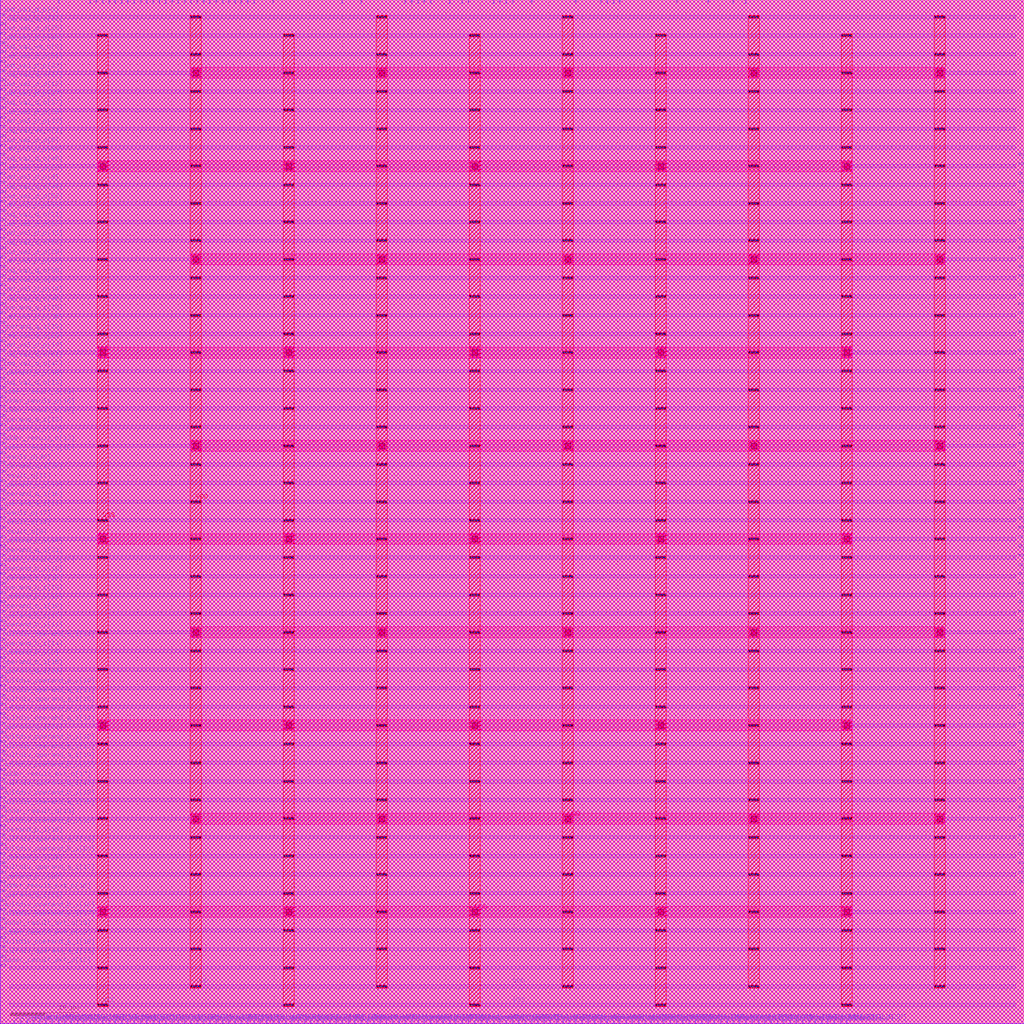
<source format=lef>
VERSION 5.8 ;
BUSBITCHARS "[]" ;
DIVIDERCHAR "/" ;
UNITS
    DATABASE MICRONS 1000 ;
END UNITS

VIA ibex_alu_via2_3_1600_480_1_5_320_320
  VIARULE M1M2_PR ;
  CUTSIZE 0.15 0.15 ;
  LAYERS met1 via met2 ;
  CUTSPACING 0.17 0.17 ;
  ENCLOSURE 0.085 0.165 0.055 0.085 ;
  ROWCOL 1 5 ;
END ibex_alu_via2_3_1600_480_1_5_320_320

VIA ibex_alu_via3_4_1600_480_1_4_400_400
  VIARULE M2M3_PR ;
  CUTSIZE 0.2 0.2 ;
  LAYERS met2 via2 met3 ;
  CUTSPACING 0.2 0.2 ;
  ENCLOSURE 0.04 0.085 0.065 0.065 ;
  ROWCOL 1 4 ;
END ibex_alu_via3_4_1600_480_1_4_400_400

VIA ibex_alu_via4_5_1600_480_1_4_400_400
  VIARULE M3M4_PR ;
  CUTSIZE 0.2 0.2 ;
  LAYERS met3 via3 met4 ;
  CUTSPACING 0.2 0.2 ;
  ENCLOSURE 0.09 0.06 0.1 0.065 ;
  ROWCOL 1 4 ;
END ibex_alu_via4_5_1600_480_1_4_400_400

VIA ibex_alu_via5_6_1600_1600_1_1_1600_1600
  VIARULE M4M5_PR ;
  CUTSIZE 0.8 0.8 ;
  LAYERS met4 via4 met5 ;
  CUTSPACING 0.8 0.8 ;
  ENCLOSURE 0.4 0.19 0.31 0.4 ;
END ibex_alu_via5_6_1600_1600_1_1_1600_1600

MACRO ibex_alu
  FOREIGN ibex_alu 0 0 ;
  CLASS BLOCK ;
  SIZE 149.39 BY 149.39 ;
  PIN VDD
    USE POWER ;
    DIRECTION INOUT ;
    PORT
      LAYER met5 ;
        RECT  27.72 137.92 137.88 139.52 ;
        RECT  27.72 110.72 137.88 112.32 ;
        RECT  27.72 83.52 137.88 85.12 ;
        RECT  27.72 56.32 137.88 57.92 ;
        RECT  27.72 29.12 137.88 30.72 ;
      LAYER met4 ;
        RECT  136.28 5.2 137.88 147.12 ;
        RECT  109.14 5.2 110.74 147.12 ;
        RECT  82 5.2 83.6 147.12 ;
        RECT  54.86 5.2 56.46 147.12 ;
        RECT  27.72 5.2 29.32 147.12 ;
      LAYER met1 ;
        RECT  1.38 146.64 148.12 147.12 ;
        RECT  1.38 141.2 148.12 141.68 ;
        RECT  1.38 135.76 148.12 136.24 ;
        RECT  1.38 130.32 148.12 130.8 ;
        RECT  1.38 124.88 148.12 125.36 ;
        RECT  1.38 119.44 148.12 119.92 ;
        RECT  1.38 114 148.12 114.48 ;
        RECT  1.38 108.56 148.12 109.04 ;
        RECT  1.38 103.12 148.12 103.6 ;
        RECT  1.38 97.68 148.12 98.16 ;
        RECT  1.38 92.24 148.12 92.72 ;
        RECT  1.38 86.8 148.12 87.28 ;
        RECT  1.38 81.36 148.12 81.84 ;
        RECT  1.38 75.92 148.12 76.4 ;
        RECT  1.38 70.48 148.12 70.96 ;
        RECT  1.38 65.04 148.12 65.52 ;
        RECT  1.38 59.6 148.12 60.08 ;
        RECT  1.38 54.16 148.12 54.64 ;
        RECT  1.38 48.72 148.12 49.2 ;
        RECT  1.38 43.28 148.12 43.76 ;
        RECT  1.38 37.84 148.12 38.32 ;
        RECT  1.38 32.4 148.12 32.88 ;
        RECT  1.38 26.96 148.12 27.44 ;
        RECT  1.38 21.52 148.12 22 ;
        RECT  1.38 16.08 148.12 16.56 ;
        RECT  1.38 10.64 148.12 11.12 ;
        RECT  1.38 5.2 148.12 5.68 ;
      VIA 137.08 138.72 ibex_alu_via5_6_1600_1600_1_1_1600_1600 ;
      VIA 137.08 111.52 ibex_alu_via5_6_1600_1600_1_1_1600_1600 ;
      VIA 137.08 84.32 ibex_alu_via5_6_1600_1600_1_1_1600_1600 ;
      VIA 137.08 57.12 ibex_alu_via5_6_1600_1600_1_1_1600_1600 ;
      VIA 137.08 29.92 ibex_alu_via5_6_1600_1600_1_1_1600_1600 ;
      VIA 109.94 138.72 ibex_alu_via5_6_1600_1600_1_1_1600_1600 ;
      VIA 109.94 111.52 ibex_alu_via5_6_1600_1600_1_1_1600_1600 ;
      VIA 109.94 84.32 ibex_alu_via5_6_1600_1600_1_1_1600_1600 ;
      VIA 109.94 57.12 ibex_alu_via5_6_1600_1600_1_1_1600_1600 ;
      VIA 109.94 29.92 ibex_alu_via5_6_1600_1600_1_1_1600_1600 ;
      VIA 82.8 138.72 ibex_alu_via5_6_1600_1600_1_1_1600_1600 ;
      VIA 82.8 111.52 ibex_alu_via5_6_1600_1600_1_1_1600_1600 ;
      VIA 82.8 84.32 ibex_alu_via5_6_1600_1600_1_1_1600_1600 ;
      VIA 82.8 57.12 ibex_alu_via5_6_1600_1600_1_1_1600_1600 ;
      VIA 82.8 29.92 ibex_alu_via5_6_1600_1600_1_1_1600_1600 ;
      VIA 55.66 138.72 ibex_alu_via5_6_1600_1600_1_1_1600_1600 ;
      VIA 55.66 111.52 ibex_alu_via5_6_1600_1600_1_1_1600_1600 ;
      VIA 55.66 84.32 ibex_alu_via5_6_1600_1600_1_1_1600_1600 ;
      VIA 55.66 57.12 ibex_alu_via5_6_1600_1600_1_1_1600_1600 ;
      VIA 55.66 29.92 ibex_alu_via5_6_1600_1600_1_1_1600_1600 ;
      VIA 28.52 138.72 ibex_alu_via5_6_1600_1600_1_1_1600_1600 ;
      VIA 28.52 111.52 ibex_alu_via5_6_1600_1600_1_1_1600_1600 ;
      VIA 28.52 84.32 ibex_alu_via5_6_1600_1600_1_1_1600_1600 ;
      VIA 28.52 57.12 ibex_alu_via5_6_1600_1600_1_1_1600_1600 ;
      VIA 28.52 29.92 ibex_alu_via5_6_1600_1600_1_1_1600_1600 ;
      LAYER met3 ;
        RECT  136.29 146.715 137.87 147.045 ;
      VIA 137.08 146.88 ibex_alu_via4_5_1600_480_1_4_400_400 ;
      LAYER met2 ;
        RECT  136.31 146.695 137.85 147.065 ;
      VIA 137.08 146.88 ibex_alu_via3_4_1600_480_1_4_400_400 ;
      VIA 137.08 146.88 ibex_alu_via2_3_1600_480_1_5_320_320 ;
      LAYER met3 ;
        RECT  136.29 141.275 137.87 141.605 ;
      VIA 137.08 141.44 ibex_alu_via4_5_1600_480_1_4_400_400 ;
      LAYER met2 ;
        RECT  136.31 141.255 137.85 141.625 ;
      VIA 137.08 141.44 ibex_alu_via3_4_1600_480_1_4_400_400 ;
      VIA 137.08 141.44 ibex_alu_via2_3_1600_480_1_5_320_320 ;
      LAYER met3 ;
        RECT  136.29 135.835 137.87 136.165 ;
      VIA 137.08 136 ibex_alu_via4_5_1600_480_1_4_400_400 ;
      LAYER met2 ;
        RECT  136.31 135.815 137.85 136.185 ;
      VIA 137.08 136 ibex_alu_via3_4_1600_480_1_4_400_400 ;
      VIA 137.08 136 ibex_alu_via2_3_1600_480_1_5_320_320 ;
      LAYER met3 ;
        RECT  136.29 130.395 137.87 130.725 ;
      VIA 137.08 130.56 ibex_alu_via4_5_1600_480_1_4_400_400 ;
      LAYER met2 ;
        RECT  136.31 130.375 137.85 130.745 ;
      VIA 137.08 130.56 ibex_alu_via3_4_1600_480_1_4_400_400 ;
      VIA 137.08 130.56 ibex_alu_via2_3_1600_480_1_5_320_320 ;
      LAYER met3 ;
        RECT  136.29 124.955 137.87 125.285 ;
      VIA 137.08 125.12 ibex_alu_via4_5_1600_480_1_4_400_400 ;
      LAYER met2 ;
        RECT  136.31 124.935 137.85 125.305 ;
      VIA 137.08 125.12 ibex_alu_via3_4_1600_480_1_4_400_400 ;
      VIA 137.08 125.12 ibex_alu_via2_3_1600_480_1_5_320_320 ;
      LAYER met3 ;
        RECT  136.29 119.515 137.87 119.845 ;
      VIA 137.08 119.68 ibex_alu_via4_5_1600_480_1_4_400_400 ;
      LAYER met2 ;
        RECT  136.31 119.495 137.85 119.865 ;
      VIA 137.08 119.68 ibex_alu_via3_4_1600_480_1_4_400_400 ;
      VIA 137.08 119.68 ibex_alu_via2_3_1600_480_1_5_320_320 ;
      LAYER met3 ;
        RECT  136.29 114.075 137.87 114.405 ;
      VIA 137.08 114.24 ibex_alu_via4_5_1600_480_1_4_400_400 ;
      LAYER met2 ;
        RECT  136.31 114.055 137.85 114.425 ;
      VIA 137.08 114.24 ibex_alu_via3_4_1600_480_1_4_400_400 ;
      VIA 137.08 114.24 ibex_alu_via2_3_1600_480_1_5_320_320 ;
      LAYER met3 ;
        RECT  136.29 108.635 137.87 108.965 ;
      VIA 137.08 108.8 ibex_alu_via4_5_1600_480_1_4_400_400 ;
      LAYER met2 ;
        RECT  136.31 108.615 137.85 108.985 ;
      VIA 137.08 108.8 ibex_alu_via3_4_1600_480_1_4_400_400 ;
      VIA 137.08 108.8 ibex_alu_via2_3_1600_480_1_5_320_320 ;
      LAYER met3 ;
        RECT  136.29 103.195 137.87 103.525 ;
      VIA 137.08 103.36 ibex_alu_via4_5_1600_480_1_4_400_400 ;
      LAYER met2 ;
        RECT  136.31 103.175 137.85 103.545 ;
      VIA 137.08 103.36 ibex_alu_via3_4_1600_480_1_4_400_400 ;
      VIA 137.08 103.36 ibex_alu_via2_3_1600_480_1_5_320_320 ;
      LAYER met3 ;
        RECT  136.29 97.755 137.87 98.085 ;
      VIA 137.08 97.92 ibex_alu_via4_5_1600_480_1_4_400_400 ;
      LAYER met2 ;
        RECT  136.31 97.735 137.85 98.105 ;
      VIA 137.08 97.92 ibex_alu_via3_4_1600_480_1_4_400_400 ;
      VIA 137.08 97.92 ibex_alu_via2_3_1600_480_1_5_320_320 ;
      LAYER met3 ;
        RECT  136.29 92.315 137.87 92.645 ;
      VIA 137.08 92.48 ibex_alu_via4_5_1600_480_1_4_400_400 ;
      LAYER met2 ;
        RECT  136.31 92.295 137.85 92.665 ;
      VIA 137.08 92.48 ibex_alu_via3_4_1600_480_1_4_400_400 ;
      VIA 137.08 92.48 ibex_alu_via2_3_1600_480_1_5_320_320 ;
      LAYER met3 ;
        RECT  136.29 86.875 137.87 87.205 ;
      VIA 137.08 87.04 ibex_alu_via4_5_1600_480_1_4_400_400 ;
      LAYER met2 ;
        RECT  136.31 86.855 137.85 87.225 ;
      VIA 137.08 87.04 ibex_alu_via3_4_1600_480_1_4_400_400 ;
      VIA 137.08 87.04 ibex_alu_via2_3_1600_480_1_5_320_320 ;
      LAYER met3 ;
        RECT  136.29 81.435 137.87 81.765 ;
      VIA 137.08 81.6 ibex_alu_via4_5_1600_480_1_4_400_400 ;
      LAYER met2 ;
        RECT  136.31 81.415 137.85 81.785 ;
      VIA 137.08 81.6 ibex_alu_via3_4_1600_480_1_4_400_400 ;
      VIA 137.08 81.6 ibex_alu_via2_3_1600_480_1_5_320_320 ;
      LAYER met3 ;
        RECT  136.29 75.995 137.87 76.325 ;
      VIA 137.08 76.16 ibex_alu_via4_5_1600_480_1_4_400_400 ;
      LAYER met2 ;
        RECT  136.31 75.975 137.85 76.345 ;
      VIA 137.08 76.16 ibex_alu_via3_4_1600_480_1_4_400_400 ;
      VIA 137.08 76.16 ibex_alu_via2_3_1600_480_1_5_320_320 ;
      LAYER met3 ;
        RECT  136.29 70.555 137.87 70.885 ;
      VIA 137.08 70.72 ibex_alu_via4_5_1600_480_1_4_400_400 ;
      LAYER met2 ;
        RECT  136.31 70.535 137.85 70.905 ;
      VIA 137.08 70.72 ibex_alu_via3_4_1600_480_1_4_400_400 ;
      VIA 137.08 70.72 ibex_alu_via2_3_1600_480_1_5_320_320 ;
      LAYER met3 ;
        RECT  136.29 65.115 137.87 65.445 ;
      VIA 137.08 65.28 ibex_alu_via4_5_1600_480_1_4_400_400 ;
      LAYER met2 ;
        RECT  136.31 65.095 137.85 65.465 ;
      VIA 137.08 65.28 ibex_alu_via3_4_1600_480_1_4_400_400 ;
      VIA 137.08 65.28 ibex_alu_via2_3_1600_480_1_5_320_320 ;
      LAYER met3 ;
        RECT  136.29 59.675 137.87 60.005 ;
      VIA 137.08 59.84 ibex_alu_via4_5_1600_480_1_4_400_400 ;
      LAYER met2 ;
        RECT  136.31 59.655 137.85 60.025 ;
      VIA 137.08 59.84 ibex_alu_via3_4_1600_480_1_4_400_400 ;
      VIA 137.08 59.84 ibex_alu_via2_3_1600_480_1_5_320_320 ;
      LAYER met3 ;
        RECT  136.29 54.235 137.87 54.565 ;
      VIA 137.08 54.4 ibex_alu_via4_5_1600_480_1_4_400_400 ;
      LAYER met2 ;
        RECT  136.31 54.215 137.85 54.585 ;
      VIA 137.08 54.4 ibex_alu_via3_4_1600_480_1_4_400_400 ;
      VIA 137.08 54.4 ibex_alu_via2_3_1600_480_1_5_320_320 ;
      LAYER met3 ;
        RECT  136.29 48.795 137.87 49.125 ;
      VIA 137.08 48.96 ibex_alu_via4_5_1600_480_1_4_400_400 ;
      LAYER met2 ;
        RECT  136.31 48.775 137.85 49.145 ;
      VIA 137.08 48.96 ibex_alu_via3_4_1600_480_1_4_400_400 ;
      VIA 137.08 48.96 ibex_alu_via2_3_1600_480_1_5_320_320 ;
      LAYER met3 ;
        RECT  136.29 43.355 137.87 43.685 ;
      VIA 137.08 43.52 ibex_alu_via4_5_1600_480_1_4_400_400 ;
      LAYER met2 ;
        RECT  136.31 43.335 137.85 43.705 ;
      VIA 137.08 43.52 ibex_alu_via3_4_1600_480_1_4_400_400 ;
      VIA 137.08 43.52 ibex_alu_via2_3_1600_480_1_5_320_320 ;
      LAYER met3 ;
        RECT  136.29 37.915 137.87 38.245 ;
      VIA 137.08 38.08 ibex_alu_via4_5_1600_480_1_4_400_400 ;
      LAYER met2 ;
        RECT  136.31 37.895 137.85 38.265 ;
      VIA 137.08 38.08 ibex_alu_via3_4_1600_480_1_4_400_400 ;
      VIA 137.08 38.08 ibex_alu_via2_3_1600_480_1_5_320_320 ;
      LAYER met3 ;
        RECT  136.29 32.475 137.87 32.805 ;
      VIA 137.08 32.64 ibex_alu_via4_5_1600_480_1_4_400_400 ;
      LAYER met2 ;
        RECT  136.31 32.455 137.85 32.825 ;
      VIA 137.08 32.64 ibex_alu_via3_4_1600_480_1_4_400_400 ;
      VIA 137.08 32.64 ibex_alu_via2_3_1600_480_1_5_320_320 ;
      LAYER met3 ;
        RECT  136.29 27.035 137.87 27.365 ;
      VIA 137.08 27.2 ibex_alu_via4_5_1600_480_1_4_400_400 ;
      LAYER met2 ;
        RECT  136.31 27.015 137.85 27.385 ;
      VIA 137.08 27.2 ibex_alu_via3_4_1600_480_1_4_400_400 ;
      VIA 137.08 27.2 ibex_alu_via2_3_1600_480_1_5_320_320 ;
      LAYER met3 ;
        RECT  136.29 21.595 137.87 21.925 ;
      VIA 137.08 21.76 ibex_alu_via4_5_1600_480_1_4_400_400 ;
      LAYER met2 ;
        RECT  136.31 21.575 137.85 21.945 ;
      VIA 137.08 21.76 ibex_alu_via3_4_1600_480_1_4_400_400 ;
      VIA 137.08 21.76 ibex_alu_via2_3_1600_480_1_5_320_320 ;
      LAYER met3 ;
        RECT  136.29 16.155 137.87 16.485 ;
      VIA 137.08 16.32 ibex_alu_via4_5_1600_480_1_4_400_400 ;
      LAYER met2 ;
        RECT  136.31 16.135 137.85 16.505 ;
      VIA 137.08 16.32 ibex_alu_via3_4_1600_480_1_4_400_400 ;
      VIA 137.08 16.32 ibex_alu_via2_3_1600_480_1_5_320_320 ;
      LAYER met3 ;
        RECT  136.29 10.715 137.87 11.045 ;
      VIA 137.08 10.88 ibex_alu_via4_5_1600_480_1_4_400_400 ;
      LAYER met2 ;
        RECT  136.31 10.695 137.85 11.065 ;
      VIA 137.08 10.88 ibex_alu_via3_4_1600_480_1_4_400_400 ;
      VIA 137.08 10.88 ibex_alu_via2_3_1600_480_1_5_320_320 ;
      LAYER met3 ;
        RECT  136.29 5.275 137.87 5.605 ;
      VIA 137.08 5.44 ibex_alu_via4_5_1600_480_1_4_400_400 ;
      LAYER met2 ;
        RECT  136.31 5.255 137.85 5.625 ;
      VIA 137.08 5.44 ibex_alu_via3_4_1600_480_1_4_400_400 ;
      VIA 137.08 5.44 ibex_alu_via2_3_1600_480_1_5_320_320 ;
      LAYER met3 ;
        RECT  109.15 146.715 110.73 147.045 ;
      VIA 109.94 146.88 ibex_alu_via4_5_1600_480_1_4_400_400 ;
      LAYER met2 ;
        RECT  109.17 146.695 110.71 147.065 ;
      VIA 109.94 146.88 ibex_alu_via3_4_1600_480_1_4_400_400 ;
      VIA 109.94 146.88 ibex_alu_via2_3_1600_480_1_5_320_320 ;
      LAYER met3 ;
        RECT  109.15 141.275 110.73 141.605 ;
      VIA 109.94 141.44 ibex_alu_via4_5_1600_480_1_4_400_400 ;
      LAYER met2 ;
        RECT  109.17 141.255 110.71 141.625 ;
      VIA 109.94 141.44 ibex_alu_via3_4_1600_480_1_4_400_400 ;
      VIA 109.94 141.44 ibex_alu_via2_3_1600_480_1_5_320_320 ;
      LAYER met3 ;
        RECT  109.15 135.835 110.73 136.165 ;
      VIA 109.94 136 ibex_alu_via4_5_1600_480_1_4_400_400 ;
      LAYER met2 ;
        RECT  109.17 135.815 110.71 136.185 ;
      VIA 109.94 136 ibex_alu_via3_4_1600_480_1_4_400_400 ;
      VIA 109.94 136 ibex_alu_via2_3_1600_480_1_5_320_320 ;
      LAYER met3 ;
        RECT  109.15 130.395 110.73 130.725 ;
      VIA 109.94 130.56 ibex_alu_via4_5_1600_480_1_4_400_400 ;
      LAYER met2 ;
        RECT  109.17 130.375 110.71 130.745 ;
      VIA 109.94 130.56 ibex_alu_via3_4_1600_480_1_4_400_400 ;
      VIA 109.94 130.56 ibex_alu_via2_3_1600_480_1_5_320_320 ;
      LAYER met3 ;
        RECT  109.15 124.955 110.73 125.285 ;
      VIA 109.94 125.12 ibex_alu_via4_5_1600_480_1_4_400_400 ;
      LAYER met2 ;
        RECT  109.17 124.935 110.71 125.305 ;
      VIA 109.94 125.12 ibex_alu_via3_4_1600_480_1_4_400_400 ;
      VIA 109.94 125.12 ibex_alu_via2_3_1600_480_1_5_320_320 ;
      LAYER met3 ;
        RECT  109.15 119.515 110.73 119.845 ;
      VIA 109.94 119.68 ibex_alu_via4_5_1600_480_1_4_400_400 ;
      LAYER met2 ;
        RECT  109.17 119.495 110.71 119.865 ;
      VIA 109.94 119.68 ibex_alu_via3_4_1600_480_1_4_400_400 ;
      VIA 109.94 119.68 ibex_alu_via2_3_1600_480_1_5_320_320 ;
      LAYER met3 ;
        RECT  109.15 114.075 110.73 114.405 ;
      VIA 109.94 114.24 ibex_alu_via4_5_1600_480_1_4_400_400 ;
      LAYER met2 ;
        RECT  109.17 114.055 110.71 114.425 ;
      VIA 109.94 114.24 ibex_alu_via3_4_1600_480_1_4_400_400 ;
      VIA 109.94 114.24 ibex_alu_via2_3_1600_480_1_5_320_320 ;
      LAYER met3 ;
        RECT  109.15 108.635 110.73 108.965 ;
      VIA 109.94 108.8 ibex_alu_via4_5_1600_480_1_4_400_400 ;
      LAYER met2 ;
        RECT  109.17 108.615 110.71 108.985 ;
      VIA 109.94 108.8 ibex_alu_via3_4_1600_480_1_4_400_400 ;
      VIA 109.94 108.8 ibex_alu_via2_3_1600_480_1_5_320_320 ;
      LAYER met3 ;
        RECT  109.15 103.195 110.73 103.525 ;
      VIA 109.94 103.36 ibex_alu_via4_5_1600_480_1_4_400_400 ;
      LAYER met2 ;
        RECT  109.17 103.175 110.71 103.545 ;
      VIA 109.94 103.36 ibex_alu_via3_4_1600_480_1_4_400_400 ;
      VIA 109.94 103.36 ibex_alu_via2_3_1600_480_1_5_320_320 ;
      LAYER met3 ;
        RECT  109.15 97.755 110.73 98.085 ;
      VIA 109.94 97.92 ibex_alu_via4_5_1600_480_1_4_400_400 ;
      LAYER met2 ;
        RECT  109.17 97.735 110.71 98.105 ;
      VIA 109.94 97.92 ibex_alu_via3_4_1600_480_1_4_400_400 ;
      VIA 109.94 97.92 ibex_alu_via2_3_1600_480_1_5_320_320 ;
      LAYER met3 ;
        RECT  109.15 92.315 110.73 92.645 ;
      VIA 109.94 92.48 ibex_alu_via4_5_1600_480_1_4_400_400 ;
      LAYER met2 ;
        RECT  109.17 92.295 110.71 92.665 ;
      VIA 109.94 92.48 ibex_alu_via3_4_1600_480_1_4_400_400 ;
      VIA 109.94 92.48 ibex_alu_via2_3_1600_480_1_5_320_320 ;
      LAYER met3 ;
        RECT  109.15 86.875 110.73 87.205 ;
      VIA 109.94 87.04 ibex_alu_via4_5_1600_480_1_4_400_400 ;
      LAYER met2 ;
        RECT  109.17 86.855 110.71 87.225 ;
      VIA 109.94 87.04 ibex_alu_via3_4_1600_480_1_4_400_400 ;
      VIA 109.94 87.04 ibex_alu_via2_3_1600_480_1_5_320_320 ;
      LAYER met3 ;
        RECT  109.15 81.435 110.73 81.765 ;
      VIA 109.94 81.6 ibex_alu_via4_5_1600_480_1_4_400_400 ;
      LAYER met2 ;
        RECT  109.17 81.415 110.71 81.785 ;
      VIA 109.94 81.6 ibex_alu_via3_4_1600_480_1_4_400_400 ;
      VIA 109.94 81.6 ibex_alu_via2_3_1600_480_1_5_320_320 ;
      LAYER met3 ;
        RECT  109.15 75.995 110.73 76.325 ;
      VIA 109.94 76.16 ibex_alu_via4_5_1600_480_1_4_400_400 ;
      LAYER met2 ;
        RECT  109.17 75.975 110.71 76.345 ;
      VIA 109.94 76.16 ibex_alu_via3_4_1600_480_1_4_400_400 ;
      VIA 109.94 76.16 ibex_alu_via2_3_1600_480_1_5_320_320 ;
      LAYER met3 ;
        RECT  109.15 70.555 110.73 70.885 ;
      VIA 109.94 70.72 ibex_alu_via4_5_1600_480_1_4_400_400 ;
      LAYER met2 ;
        RECT  109.17 70.535 110.71 70.905 ;
      VIA 109.94 70.72 ibex_alu_via3_4_1600_480_1_4_400_400 ;
      VIA 109.94 70.72 ibex_alu_via2_3_1600_480_1_5_320_320 ;
      LAYER met3 ;
        RECT  109.15 65.115 110.73 65.445 ;
      VIA 109.94 65.28 ibex_alu_via4_5_1600_480_1_4_400_400 ;
      LAYER met2 ;
        RECT  109.17 65.095 110.71 65.465 ;
      VIA 109.94 65.28 ibex_alu_via3_4_1600_480_1_4_400_400 ;
      VIA 109.94 65.28 ibex_alu_via2_3_1600_480_1_5_320_320 ;
      LAYER met3 ;
        RECT  109.15 59.675 110.73 60.005 ;
      VIA 109.94 59.84 ibex_alu_via4_5_1600_480_1_4_400_400 ;
      LAYER met2 ;
        RECT  109.17 59.655 110.71 60.025 ;
      VIA 109.94 59.84 ibex_alu_via3_4_1600_480_1_4_400_400 ;
      VIA 109.94 59.84 ibex_alu_via2_3_1600_480_1_5_320_320 ;
      LAYER met3 ;
        RECT  109.15 54.235 110.73 54.565 ;
      VIA 109.94 54.4 ibex_alu_via4_5_1600_480_1_4_400_400 ;
      LAYER met2 ;
        RECT  109.17 54.215 110.71 54.585 ;
      VIA 109.94 54.4 ibex_alu_via3_4_1600_480_1_4_400_400 ;
      VIA 109.94 54.4 ibex_alu_via2_3_1600_480_1_5_320_320 ;
      LAYER met3 ;
        RECT  109.15 48.795 110.73 49.125 ;
      VIA 109.94 48.96 ibex_alu_via4_5_1600_480_1_4_400_400 ;
      LAYER met2 ;
        RECT  109.17 48.775 110.71 49.145 ;
      VIA 109.94 48.96 ibex_alu_via3_4_1600_480_1_4_400_400 ;
      VIA 109.94 48.96 ibex_alu_via2_3_1600_480_1_5_320_320 ;
      LAYER met3 ;
        RECT  109.15 43.355 110.73 43.685 ;
      VIA 109.94 43.52 ibex_alu_via4_5_1600_480_1_4_400_400 ;
      LAYER met2 ;
        RECT  109.17 43.335 110.71 43.705 ;
      VIA 109.94 43.52 ibex_alu_via3_4_1600_480_1_4_400_400 ;
      VIA 109.94 43.52 ibex_alu_via2_3_1600_480_1_5_320_320 ;
      LAYER met3 ;
        RECT  109.15 37.915 110.73 38.245 ;
      VIA 109.94 38.08 ibex_alu_via4_5_1600_480_1_4_400_400 ;
      LAYER met2 ;
        RECT  109.17 37.895 110.71 38.265 ;
      VIA 109.94 38.08 ibex_alu_via3_4_1600_480_1_4_400_400 ;
      VIA 109.94 38.08 ibex_alu_via2_3_1600_480_1_5_320_320 ;
      LAYER met3 ;
        RECT  109.15 32.475 110.73 32.805 ;
      VIA 109.94 32.64 ibex_alu_via4_5_1600_480_1_4_400_400 ;
      LAYER met2 ;
        RECT  109.17 32.455 110.71 32.825 ;
      VIA 109.94 32.64 ibex_alu_via3_4_1600_480_1_4_400_400 ;
      VIA 109.94 32.64 ibex_alu_via2_3_1600_480_1_5_320_320 ;
      LAYER met3 ;
        RECT  109.15 27.035 110.73 27.365 ;
      VIA 109.94 27.2 ibex_alu_via4_5_1600_480_1_4_400_400 ;
      LAYER met2 ;
        RECT  109.17 27.015 110.71 27.385 ;
      VIA 109.94 27.2 ibex_alu_via3_4_1600_480_1_4_400_400 ;
      VIA 109.94 27.2 ibex_alu_via2_3_1600_480_1_5_320_320 ;
      LAYER met3 ;
        RECT  109.15 21.595 110.73 21.925 ;
      VIA 109.94 21.76 ibex_alu_via4_5_1600_480_1_4_400_400 ;
      LAYER met2 ;
        RECT  109.17 21.575 110.71 21.945 ;
      VIA 109.94 21.76 ibex_alu_via3_4_1600_480_1_4_400_400 ;
      VIA 109.94 21.76 ibex_alu_via2_3_1600_480_1_5_320_320 ;
      LAYER met3 ;
        RECT  109.15 16.155 110.73 16.485 ;
      VIA 109.94 16.32 ibex_alu_via4_5_1600_480_1_4_400_400 ;
      LAYER met2 ;
        RECT  109.17 16.135 110.71 16.505 ;
      VIA 109.94 16.32 ibex_alu_via3_4_1600_480_1_4_400_400 ;
      VIA 109.94 16.32 ibex_alu_via2_3_1600_480_1_5_320_320 ;
      LAYER met3 ;
        RECT  109.15 10.715 110.73 11.045 ;
      VIA 109.94 10.88 ibex_alu_via4_5_1600_480_1_4_400_400 ;
      LAYER met2 ;
        RECT  109.17 10.695 110.71 11.065 ;
      VIA 109.94 10.88 ibex_alu_via3_4_1600_480_1_4_400_400 ;
      VIA 109.94 10.88 ibex_alu_via2_3_1600_480_1_5_320_320 ;
      LAYER met3 ;
        RECT  109.15 5.275 110.73 5.605 ;
      VIA 109.94 5.44 ibex_alu_via4_5_1600_480_1_4_400_400 ;
      LAYER met2 ;
        RECT  109.17 5.255 110.71 5.625 ;
      VIA 109.94 5.44 ibex_alu_via3_4_1600_480_1_4_400_400 ;
      VIA 109.94 5.44 ibex_alu_via2_3_1600_480_1_5_320_320 ;
      LAYER met3 ;
        RECT  82.01 146.715 83.59 147.045 ;
      VIA 82.8 146.88 ibex_alu_via4_5_1600_480_1_4_400_400 ;
      LAYER met2 ;
        RECT  82.03 146.695 83.57 147.065 ;
      VIA 82.8 146.88 ibex_alu_via3_4_1600_480_1_4_400_400 ;
      VIA 82.8 146.88 ibex_alu_via2_3_1600_480_1_5_320_320 ;
      LAYER met3 ;
        RECT  82.01 141.275 83.59 141.605 ;
      VIA 82.8 141.44 ibex_alu_via4_5_1600_480_1_4_400_400 ;
      LAYER met2 ;
        RECT  82.03 141.255 83.57 141.625 ;
      VIA 82.8 141.44 ibex_alu_via3_4_1600_480_1_4_400_400 ;
      VIA 82.8 141.44 ibex_alu_via2_3_1600_480_1_5_320_320 ;
      LAYER met3 ;
        RECT  82.01 135.835 83.59 136.165 ;
      VIA 82.8 136 ibex_alu_via4_5_1600_480_1_4_400_400 ;
      LAYER met2 ;
        RECT  82.03 135.815 83.57 136.185 ;
      VIA 82.8 136 ibex_alu_via3_4_1600_480_1_4_400_400 ;
      VIA 82.8 136 ibex_alu_via2_3_1600_480_1_5_320_320 ;
      LAYER met3 ;
        RECT  82.01 130.395 83.59 130.725 ;
      VIA 82.8 130.56 ibex_alu_via4_5_1600_480_1_4_400_400 ;
      LAYER met2 ;
        RECT  82.03 130.375 83.57 130.745 ;
      VIA 82.8 130.56 ibex_alu_via3_4_1600_480_1_4_400_400 ;
      VIA 82.8 130.56 ibex_alu_via2_3_1600_480_1_5_320_320 ;
      LAYER met3 ;
        RECT  82.01 124.955 83.59 125.285 ;
      VIA 82.8 125.12 ibex_alu_via4_5_1600_480_1_4_400_400 ;
      LAYER met2 ;
        RECT  82.03 124.935 83.57 125.305 ;
      VIA 82.8 125.12 ibex_alu_via3_4_1600_480_1_4_400_400 ;
      VIA 82.8 125.12 ibex_alu_via2_3_1600_480_1_5_320_320 ;
      LAYER met3 ;
        RECT  82.01 119.515 83.59 119.845 ;
      VIA 82.8 119.68 ibex_alu_via4_5_1600_480_1_4_400_400 ;
      LAYER met2 ;
        RECT  82.03 119.495 83.57 119.865 ;
      VIA 82.8 119.68 ibex_alu_via3_4_1600_480_1_4_400_400 ;
      VIA 82.8 119.68 ibex_alu_via2_3_1600_480_1_5_320_320 ;
      LAYER met3 ;
        RECT  82.01 114.075 83.59 114.405 ;
      VIA 82.8 114.24 ibex_alu_via4_5_1600_480_1_4_400_400 ;
      LAYER met2 ;
        RECT  82.03 114.055 83.57 114.425 ;
      VIA 82.8 114.24 ibex_alu_via3_4_1600_480_1_4_400_400 ;
      VIA 82.8 114.24 ibex_alu_via2_3_1600_480_1_5_320_320 ;
      LAYER met3 ;
        RECT  82.01 108.635 83.59 108.965 ;
      VIA 82.8 108.8 ibex_alu_via4_5_1600_480_1_4_400_400 ;
      LAYER met2 ;
        RECT  82.03 108.615 83.57 108.985 ;
      VIA 82.8 108.8 ibex_alu_via3_4_1600_480_1_4_400_400 ;
      VIA 82.8 108.8 ibex_alu_via2_3_1600_480_1_5_320_320 ;
      LAYER met3 ;
        RECT  82.01 103.195 83.59 103.525 ;
      VIA 82.8 103.36 ibex_alu_via4_5_1600_480_1_4_400_400 ;
      LAYER met2 ;
        RECT  82.03 103.175 83.57 103.545 ;
      VIA 82.8 103.36 ibex_alu_via3_4_1600_480_1_4_400_400 ;
      VIA 82.8 103.36 ibex_alu_via2_3_1600_480_1_5_320_320 ;
      LAYER met3 ;
        RECT  82.01 97.755 83.59 98.085 ;
      VIA 82.8 97.92 ibex_alu_via4_5_1600_480_1_4_400_400 ;
      LAYER met2 ;
        RECT  82.03 97.735 83.57 98.105 ;
      VIA 82.8 97.92 ibex_alu_via3_4_1600_480_1_4_400_400 ;
      VIA 82.8 97.92 ibex_alu_via2_3_1600_480_1_5_320_320 ;
      LAYER met3 ;
        RECT  82.01 92.315 83.59 92.645 ;
      VIA 82.8 92.48 ibex_alu_via4_5_1600_480_1_4_400_400 ;
      LAYER met2 ;
        RECT  82.03 92.295 83.57 92.665 ;
      VIA 82.8 92.48 ibex_alu_via3_4_1600_480_1_4_400_400 ;
      VIA 82.8 92.48 ibex_alu_via2_3_1600_480_1_5_320_320 ;
      LAYER met3 ;
        RECT  82.01 86.875 83.59 87.205 ;
      VIA 82.8 87.04 ibex_alu_via4_5_1600_480_1_4_400_400 ;
      LAYER met2 ;
        RECT  82.03 86.855 83.57 87.225 ;
      VIA 82.8 87.04 ibex_alu_via3_4_1600_480_1_4_400_400 ;
      VIA 82.8 87.04 ibex_alu_via2_3_1600_480_1_5_320_320 ;
      LAYER met3 ;
        RECT  82.01 81.435 83.59 81.765 ;
      VIA 82.8 81.6 ibex_alu_via4_5_1600_480_1_4_400_400 ;
      LAYER met2 ;
        RECT  82.03 81.415 83.57 81.785 ;
      VIA 82.8 81.6 ibex_alu_via3_4_1600_480_1_4_400_400 ;
      VIA 82.8 81.6 ibex_alu_via2_3_1600_480_1_5_320_320 ;
      LAYER met3 ;
        RECT  82.01 75.995 83.59 76.325 ;
      VIA 82.8 76.16 ibex_alu_via4_5_1600_480_1_4_400_400 ;
      LAYER met2 ;
        RECT  82.03 75.975 83.57 76.345 ;
      VIA 82.8 76.16 ibex_alu_via3_4_1600_480_1_4_400_400 ;
      VIA 82.8 76.16 ibex_alu_via2_3_1600_480_1_5_320_320 ;
      LAYER met3 ;
        RECT  82.01 70.555 83.59 70.885 ;
      VIA 82.8 70.72 ibex_alu_via4_5_1600_480_1_4_400_400 ;
      LAYER met2 ;
        RECT  82.03 70.535 83.57 70.905 ;
      VIA 82.8 70.72 ibex_alu_via3_4_1600_480_1_4_400_400 ;
      VIA 82.8 70.72 ibex_alu_via2_3_1600_480_1_5_320_320 ;
      LAYER met3 ;
        RECT  82.01 65.115 83.59 65.445 ;
      VIA 82.8 65.28 ibex_alu_via4_5_1600_480_1_4_400_400 ;
      LAYER met2 ;
        RECT  82.03 65.095 83.57 65.465 ;
      VIA 82.8 65.28 ibex_alu_via3_4_1600_480_1_4_400_400 ;
      VIA 82.8 65.28 ibex_alu_via2_3_1600_480_1_5_320_320 ;
      LAYER met3 ;
        RECT  82.01 59.675 83.59 60.005 ;
      VIA 82.8 59.84 ibex_alu_via4_5_1600_480_1_4_400_400 ;
      LAYER met2 ;
        RECT  82.03 59.655 83.57 60.025 ;
      VIA 82.8 59.84 ibex_alu_via3_4_1600_480_1_4_400_400 ;
      VIA 82.8 59.84 ibex_alu_via2_3_1600_480_1_5_320_320 ;
      LAYER met3 ;
        RECT  82.01 54.235 83.59 54.565 ;
      VIA 82.8 54.4 ibex_alu_via4_5_1600_480_1_4_400_400 ;
      LAYER met2 ;
        RECT  82.03 54.215 83.57 54.585 ;
      VIA 82.8 54.4 ibex_alu_via3_4_1600_480_1_4_400_400 ;
      VIA 82.8 54.4 ibex_alu_via2_3_1600_480_1_5_320_320 ;
      LAYER met3 ;
        RECT  82.01 48.795 83.59 49.125 ;
      VIA 82.8 48.96 ibex_alu_via4_5_1600_480_1_4_400_400 ;
      LAYER met2 ;
        RECT  82.03 48.775 83.57 49.145 ;
      VIA 82.8 48.96 ibex_alu_via3_4_1600_480_1_4_400_400 ;
      VIA 82.8 48.96 ibex_alu_via2_3_1600_480_1_5_320_320 ;
      LAYER met3 ;
        RECT  82.01 43.355 83.59 43.685 ;
      VIA 82.8 43.52 ibex_alu_via4_5_1600_480_1_4_400_400 ;
      LAYER met2 ;
        RECT  82.03 43.335 83.57 43.705 ;
      VIA 82.8 43.52 ibex_alu_via3_4_1600_480_1_4_400_400 ;
      VIA 82.8 43.52 ibex_alu_via2_3_1600_480_1_5_320_320 ;
      LAYER met3 ;
        RECT  82.01 37.915 83.59 38.245 ;
      VIA 82.8 38.08 ibex_alu_via4_5_1600_480_1_4_400_400 ;
      LAYER met2 ;
        RECT  82.03 37.895 83.57 38.265 ;
      VIA 82.8 38.08 ibex_alu_via3_4_1600_480_1_4_400_400 ;
      VIA 82.8 38.08 ibex_alu_via2_3_1600_480_1_5_320_320 ;
      LAYER met3 ;
        RECT  82.01 32.475 83.59 32.805 ;
      VIA 82.8 32.64 ibex_alu_via4_5_1600_480_1_4_400_400 ;
      LAYER met2 ;
        RECT  82.03 32.455 83.57 32.825 ;
      VIA 82.8 32.64 ibex_alu_via3_4_1600_480_1_4_400_400 ;
      VIA 82.8 32.64 ibex_alu_via2_3_1600_480_1_5_320_320 ;
      LAYER met3 ;
        RECT  82.01 27.035 83.59 27.365 ;
      VIA 82.8 27.2 ibex_alu_via4_5_1600_480_1_4_400_400 ;
      LAYER met2 ;
        RECT  82.03 27.015 83.57 27.385 ;
      VIA 82.8 27.2 ibex_alu_via3_4_1600_480_1_4_400_400 ;
      VIA 82.8 27.2 ibex_alu_via2_3_1600_480_1_5_320_320 ;
      LAYER met3 ;
        RECT  82.01 21.595 83.59 21.925 ;
      VIA 82.8 21.76 ibex_alu_via4_5_1600_480_1_4_400_400 ;
      LAYER met2 ;
        RECT  82.03 21.575 83.57 21.945 ;
      VIA 82.8 21.76 ibex_alu_via3_4_1600_480_1_4_400_400 ;
      VIA 82.8 21.76 ibex_alu_via2_3_1600_480_1_5_320_320 ;
      LAYER met3 ;
        RECT  82.01 16.155 83.59 16.485 ;
      VIA 82.8 16.32 ibex_alu_via4_5_1600_480_1_4_400_400 ;
      LAYER met2 ;
        RECT  82.03 16.135 83.57 16.505 ;
      VIA 82.8 16.32 ibex_alu_via3_4_1600_480_1_4_400_400 ;
      VIA 82.8 16.32 ibex_alu_via2_3_1600_480_1_5_320_320 ;
      LAYER met3 ;
        RECT  82.01 10.715 83.59 11.045 ;
      VIA 82.8 10.88 ibex_alu_via4_5_1600_480_1_4_400_400 ;
      LAYER met2 ;
        RECT  82.03 10.695 83.57 11.065 ;
      VIA 82.8 10.88 ibex_alu_via3_4_1600_480_1_4_400_400 ;
      VIA 82.8 10.88 ibex_alu_via2_3_1600_480_1_5_320_320 ;
      LAYER met3 ;
        RECT  82.01 5.275 83.59 5.605 ;
      VIA 82.8 5.44 ibex_alu_via4_5_1600_480_1_4_400_400 ;
      LAYER met2 ;
        RECT  82.03 5.255 83.57 5.625 ;
      VIA 82.8 5.44 ibex_alu_via3_4_1600_480_1_4_400_400 ;
      VIA 82.8 5.44 ibex_alu_via2_3_1600_480_1_5_320_320 ;
      LAYER met3 ;
        RECT  54.87 146.715 56.45 147.045 ;
      VIA 55.66 146.88 ibex_alu_via4_5_1600_480_1_4_400_400 ;
      LAYER met2 ;
        RECT  54.89 146.695 56.43 147.065 ;
      VIA 55.66 146.88 ibex_alu_via3_4_1600_480_1_4_400_400 ;
      VIA 55.66 146.88 ibex_alu_via2_3_1600_480_1_5_320_320 ;
      LAYER met3 ;
        RECT  54.87 141.275 56.45 141.605 ;
      VIA 55.66 141.44 ibex_alu_via4_5_1600_480_1_4_400_400 ;
      LAYER met2 ;
        RECT  54.89 141.255 56.43 141.625 ;
      VIA 55.66 141.44 ibex_alu_via3_4_1600_480_1_4_400_400 ;
      VIA 55.66 141.44 ibex_alu_via2_3_1600_480_1_5_320_320 ;
      LAYER met3 ;
        RECT  54.87 135.835 56.45 136.165 ;
      VIA 55.66 136 ibex_alu_via4_5_1600_480_1_4_400_400 ;
      LAYER met2 ;
        RECT  54.89 135.815 56.43 136.185 ;
      VIA 55.66 136 ibex_alu_via3_4_1600_480_1_4_400_400 ;
      VIA 55.66 136 ibex_alu_via2_3_1600_480_1_5_320_320 ;
      LAYER met3 ;
        RECT  54.87 130.395 56.45 130.725 ;
      VIA 55.66 130.56 ibex_alu_via4_5_1600_480_1_4_400_400 ;
      LAYER met2 ;
        RECT  54.89 130.375 56.43 130.745 ;
      VIA 55.66 130.56 ibex_alu_via3_4_1600_480_1_4_400_400 ;
      VIA 55.66 130.56 ibex_alu_via2_3_1600_480_1_5_320_320 ;
      LAYER met3 ;
        RECT  54.87 124.955 56.45 125.285 ;
      VIA 55.66 125.12 ibex_alu_via4_5_1600_480_1_4_400_400 ;
      LAYER met2 ;
        RECT  54.89 124.935 56.43 125.305 ;
      VIA 55.66 125.12 ibex_alu_via3_4_1600_480_1_4_400_400 ;
      VIA 55.66 125.12 ibex_alu_via2_3_1600_480_1_5_320_320 ;
      LAYER met3 ;
        RECT  54.87 119.515 56.45 119.845 ;
      VIA 55.66 119.68 ibex_alu_via4_5_1600_480_1_4_400_400 ;
      LAYER met2 ;
        RECT  54.89 119.495 56.43 119.865 ;
      VIA 55.66 119.68 ibex_alu_via3_4_1600_480_1_4_400_400 ;
      VIA 55.66 119.68 ibex_alu_via2_3_1600_480_1_5_320_320 ;
      LAYER met3 ;
        RECT  54.87 114.075 56.45 114.405 ;
      VIA 55.66 114.24 ibex_alu_via4_5_1600_480_1_4_400_400 ;
      LAYER met2 ;
        RECT  54.89 114.055 56.43 114.425 ;
      VIA 55.66 114.24 ibex_alu_via3_4_1600_480_1_4_400_400 ;
      VIA 55.66 114.24 ibex_alu_via2_3_1600_480_1_5_320_320 ;
      LAYER met3 ;
        RECT  54.87 108.635 56.45 108.965 ;
      VIA 55.66 108.8 ibex_alu_via4_5_1600_480_1_4_400_400 ;
      LAYER met2 ;
        RECT  54.89 108.615 56.43 108.985 ;
      VIA 55.66 108.8 ibex_alu_via3_4_1600_480_1_4_400_400 ;
      VIA 55.66 108.8 ibex_alu_via2_3_1600_480_1_5_320_320 ;
      LAYER met3 ;
        RECT  54.87 103.195 56.45 103.525 ;
      VIA 55.66 103.36 ibex_alu_via4_5_1600_480_1_4_400_400 ;
      LAYER met2 ;
        RECT  54.89 103.175 56.43 103.545 ;
      VIA 55.66 103.36 ibex_alu_via3_4_1600_480_1_4_400_400 ;
      VIA 55.66 103.36 ibex_alu_via2_3_1600_480_1_5_320_320 ;
      LAYER met3 ;
        RECT  54.87 97.755 56.45 98.085 ;
      VIA 55.66 97.92 ibex_alu_via4_5_1600_480_1_4_400_400 ;
      LAYER met2 ;
        RECT  54.89 97.735 56.43 98.105 ;
      VIA 55.66 97.92 ibex_alu_via3_4_1600_480_1_4_400_400 ;
      VIA 55.66 97.92 ibex_alu_via2_3_1600_480_1_5_320_320 ;
      LAYER met3 ;
        RECT  54.87 92.315 56.45 92.645 ;
      VIA 55.66 92.48 ibex_alu_via4_5_1600_480_1_4_400_400 ;
      LAYER met2 ;
        RECT  54.89 92.295 56.43 92.665 ;
      VIA 55.66 92.48 ibex_alu_via3_4_1600_480_1_4_400_400 ;
      VIA 55.66 92.48 ibex_alu_via2_3_1600_480_1_5_320_320 ;
      LAYER met3 ;
        RECT  54.87 86.875 56.45 87.205 ;
      VIA 55.66 87.04 ibex_alu_via4_5_1600_480_1_4_400_400 ;
      LAYER met2 ;
        RECT  54.89 86.855 56.43 87.225 ;
      VIA 55.66 87.04 ibex_alu_via3_4_1600_480_1_4_400_400 ;
      VIA 55.66 87.04 ibex_alu_via2_3_1600_480_1_5_320_320 ;
      LAYER met3 ;
        RECT  54.87 81.435 56.45 81.765 ;
      VIA 55.66 81.6 ibex_alu_via4_5_1600_480_1_4_400_400 ;
      LAYER met2 ;
        RECT  54.89 81.415 56.43 81.785 ;
      VIA 55.66 81.6 ibex_alu_via3_4_1600_480_1_4_400_400 ;
      VIA 55.66 81.6 ibex_alu_via2_3_1600_480_1_5_320_320 ;
      LAYER met3 ;
        RECT  54.87 75.995 56.45 76.325 ;
      VIA 55.66 76.16 ibex_alu_via4_5_1600_480_1_4_400_400 ;
      LAYER met2 ;
        RECT  54.89 75.975 56.43 76.345 ;
      VIA 55.66 76.16 ibex_alu_via3_4_1600_480_1_4_400_400 ;
      VIA 55.66 76.16 ibex_alu_via2_3_1600_480_1_5_320_320 ;
      LAYER met3 ;
        RECT  54.87 70.555 56.45 70.885 ;
      VIA 55.66 70.72 ibex_alu_via4_5_1600_480_1_4_400_400 ;
      LAYER met2 ;
        RECT  54.89 70.535 56.43 70.905 ;
      VIA 55.66 70.72 ibex_alu_via3_4_1600_480_1_4_400_400 ;
      VIA 55.66 70.72 ibex_alu_via2_3_1600_480_1_5_320_320 ;
      LAYER met3 ;
        RECT  54.87 65.115 56.45 65.445 ;
      VIA 55.66 65.28 ibex_alu_via4_5_1600_480_1_4_400_400 ;
      LAYER met2 ;
        RECT  54.89 65.095 56.43 65.465 ;
      VIA 55.66 65.28 ibex_alu_via3_4_1600_480_1_4_400_400 ;
      VIA 55.66 65.28 ibex_alu_via2_3_1600_480_1_5_320_320 ;
      LAYER met3 ;
        RECT  54.87 59.675 56.45 60.005 ;
      VIA 55.66 59.84 ibex_alu_via4_5_1600_480_1_4_400_400 ;
      LAYER met2 ;
        RECT  54.89 59.655 56.43 60.025 ;
      VIA 55.66 59.84 ibex_alu_via3_4_1600_480_1_4_400_400 ;
      VIA 55.66 59.84 ibex_alu_via2_3_1600_480_1_5_320_320 ;
      LAYER met3 ;
        RECT  54.87 54.235 56.45 54.565 ;
      VIA 55.66 54.4 ibex_alu_via4_5_1600_480_1_4_400_400 ;
      LAYER met2 ;
        RECT  54.89 54.215 56.43 54.585 ;
      VIA 55.66 54.4 ibex_alu_via3_4_1600_480_1_4_400_400 ;
      VIA 55.66 54.4 ibex_alu_via2_3_1600_480_1_5_320_320 ;
      LAYER met3 ;
        RECT  54.87 48.795 56.45 49.125 ;
      VIA 55.66 48.96 ibex_alu_via4_5_1600_480_1_4_400_400 ;
      LAYER met2 ;
        RECT  54.89 48.775 56.43 49.145 ;
      VIA 55.66 48.96 ibex_alu_via3_4_1600_480_1_4_400_400 ;
      VIA 55.66 48.96 ibex_alu_via2_3_1600_480_1_5_320_320 ;
      LAYER met3 ;
        RECT  54.87 43.355 56.45 43.685 ;
      VIA 55.66 43.52 ibex_alu_via4_5_1600_480_1_4_400_400 ;
      LAYER met2 ;
        RECT  54.89 43.335 56.43 43.705 ;
      VIA 55.66 43.52 ibex_alu_via3_4_1600_480_1_4_400_400 ;
      VIA 55.66 43.52 ibex_alu_via2_3_1600_480_1_5_320_320 ;
      LAYER met3 ;
        RECT  54.87 37.915 56.45 38.245 ;
      VIA 55.66 38.08 ibex_alu_via4_5_1600_480_1_4_400_400 ;
      LAYER met2 ;
        RECT  54.89 37.895 56.43 38.265 ;
      VIA 55.66 38.08 ibex_alu_via3_4_1600_480_1_4_400_400 ;
      VIA 55.66 38.08 ibex_alu_via2_3_1600_480_1_5_320_320 ;
      LAYER met3 ;
        RECT  54.87 32.475 56.45 32.805 ;
      VIA 55.66 32.64 ibex_alu_via4_5_1600_480_1_4_400_400 ;
      LAYER met2 ;
        RECT  54.89 32.455 56.43 32.825 ;
      VIA 55.66 32.64 ibex_alu_via3_4_1600_480_1_4_400_400 ;
      VIA 55.66 32.64 ibex_alu_via2_3_1600_480_1_5_320_320 ;
      LAYER met3 ;
        RECT  54.87 27.035 56.45 27.365 ;
      VIA 55.66 27.2 ibex_alu_via4_5_1600_480_1_4_400_400 ;
      LAYER met2 ;
        RECT  54.89 27.015 56.43 27.385 ;
      VIA 55.66 27.2 ibex_alu_via3_4_1600_480_1_4_400_400 ;
      VIA 55.66 27.2 ibex_alu_via2_3_1600_480_1_5_320_320 ;
      LAYER met3 ;
        RECT  54.87 21.595 56.45 21.925 ;
      VIA 55.66 21.76 ibex_alu_via4_5_1600_480_1_4_400_400 ;
      LAYER met2 ;
        RECT  54.89 21.575 56.43 21.945 ;
      VIA 55.66 21.76 ibex_alu_via3_4_1600_480_1_4_400_400 ;
      VIA 55.66 21.76 ibex_alu_via2_3_1600_480_1_5_320_320 ;
      LAYER met3 ;
        RECT  54.87 16.155 56.45 16.485 ;
      VIA 55.66 16.32 ibex_alu_via4_5_1600_480_1_4_400_400 ;
      LAYER met2 ;
        RECT  54.89 16.135 56.43 16.505 ;
      VIA 55.66 16.32 ibex_alu_via3_4_1600_480_1_4_400_400 ;
      VIA 55.66 16.32 ibex_alu_via2_3_1600_480_1_5_320_320 ;
      LAYER met3 ;
        RECT  54.87 10.715 56.45 11.045 ;
      VIA 55.66 10.88 ibex_alu_via4_5_1600_480_1_4_400_400 ;
      LAYER met2 ;
        RECT  54.89 10.695 56.43 11.065 ;
      VIA 55.66 10.88 ibex_alu_via3_4_1600_480_1_4_400_400 ;
      VIA 55.66 10.88 ibex_alu_via2_3_1600_480_1_5_320_320 ;
      LAYER met3 ;
        RECT  54.87 5.275 56.45 5.605 ;
      VIA 55.66 5.44 ibex_alu_via4_5_1600_480_1_4_400_400 ;
      LAYER met2 ;
        RECT  54.89 5.255 56.43 5.625 ;
      VIA 55.66 5.44 ibex_alu_via3_4_1600_480_1_4_400_400 ;
      VIA 55.66 5.44 ibex_alu_via2_3_1600_480_1_5_320_320 ;
      LAYER met3 ;
        RECT  27.73 146.715 29.31 147.045 ;
      VIA 28.52 146.88 ibex_alu_via4_5_1600_480_1_4_400_400 ;
      LAYER met2 ;
        RECT  27.75 146.695 29.29 147.065 ;
      VIA 28.52 146.88 ibex_alu_via3_4_1600_480_1_4_400_400 ;
      VIA 28.52 146.88 ibex_alu_via2_3_1600_480_1_5_320_320 ;
      LAYER met3 ;
        RECT  27.73 141.275 29.31 141.605 ;
      VIA 28.52 141.44 ibex_alu_via4_5_1600_480_1_4_400_400 ;
      LAYER met2 ;
        RECT  27.75 141.255 29.29 141.625 ;
      VIA 28.52 141.44 ibex_alu_via3_4_1600_480_1_4_400_400 ;
      VIA 28.52 141.44 ibex_alu_via2_3_1600_480_1_5_320_320 ;
      LAYER met3 ;
        RECT  27.73 135.835 29.31 136.165 ;
      VIA 28.52 136 ibex_alu_via4_5_1600_480_1_4_400_400 ;
      LAYER met2 ;
        RECT  27.75 135.815 29.29 136.185 ;
      VIA 28.52 136 ibex_alu_via3_4_1600_480_1_4_400_400 ;
      VIA 28.52 136 ibex_alu_via2_3_1600_480_1_5_320_320 ;
      LAYER met3 ;
        RECT  27.73 130.395 29.31 130.725 ;
      VIA 28.52 130.56 ibex_alu_via4_5_1600_480_1_4_400_400 ;
      LAYER met2 ;
        RECT  27.75 130.375 29.29 130.745 ;
      VIA 28.52 130.56 ibex_alu_via3_4_1600_480_1_4_400_400 ;
      VIA 28.52 130.56 ibex_alu_via2_3_1600_480_1_5_320_320 ;
      LAYER met3 ;
        RECT  27.73 124.955 29.31 125.285 ;
      VIA 28.52 125.12 ibex_alu_via4_5_1600_480_1_4_400_400 ;
      LAYER met2 ;
        RECT  27.75 124.935 29.29 125.305 ;
      VIA 28.52 125.12 ibex_alu_via3_4_1600_480_1_4_400_400 ;
      VIA 28.52 125.12 ibex_alu_via2_3_1600_480_1_5_320_320 ;
      LAYER met3 ;
        RECT  27.73 119.515 29.31 119.845 ;
      VIA 28.52 119.68 ibex_alu_via4_5_1600_480_1_4_400_400 ;
      LAYER met2 ;
        RECT  27.75 119.495 29.29 119.865 ;
      VIA 28.52 119.68 ibex_alu_via3_4_1600_480_1_4_400_400 ;
      VIA 28.52 119.68 ibex_alu_via2_3_1600_480_1_5_320_320 ;
      LAYER met3 ;
        RECT  27.73 114.075 29.31 114.405 ;
      VIA 28.52 114.24 ibex_alu_via4_5_1600_480_1_4_400_400 ;
      LAYER met2 ;
        RECT  27.75 114.055 29.29 114.425 ;
      VIA 28.52 114.24 ibex_alu_via3_4_1600_480_1_4_400_400 ;
      VIA 28.52 114.24 ibex_alu_via2_3_1600_480_1_5_320_320 ;
      LAYER met3 ;
        RECT  27.73 108.635 29.31 108.965 ;
      VIA 28.52 108.8 ibex_alu_via4_5_1600_480_1_4_400_400 ;
      LAYER met2 ;
        RECT  27.75 108.615 29.29 108.985 ;
      VIA 28.52 108.8 ibex_alu_via3_4_1600_480_1_4_400_400 ;
      VIA 28.52 108.8 ibex_alu_via2_3_1600_480_1_5_320_320 ;
      LAYER met3 ;
        RECT  27.73 103.195 29.31 103.525 ;
      VIA 28.52 103.36 ibex_alu_via4_5_1600_480_1_4_400_400 ;
      LAYER met2 ;
        RECT  27.75 103.175 29.29 103.545 ;
      VIA 28.52 103.36 ibex_alu_via3_4_1600_480_1_4_400_400 ;
      VIA 28.52 103.36 ibex_alu_via2_3_1600_480_1_5_320_320 ;
      LAYER met3 ;
        RECT  27.73 97.755 29.31 98.085 ;
      VIA 28.52 97.92 ibex_alu_via4_5_1600_480_1_4_400_400 ;
      LAYER met2 ;
        RECT  27.75 97.735 29.29 98.105 ;
      VIA 28.52 97.92 ibex_alu_via3_4_1600_480_1_4_400_400 ;
      VIA 28.52 97.92 ibex_alu_via2_3_1600_480_1_5_320_320 ;
      LAYER met3 ;
        RECT  27.73 92.315 29.31 92.645 ;
      VIA 28.52 92.48 ibex_alu_via4_5_1600_480_1_4_400_400 ;
      LAYER met2 ;
        RECT  27.75 92.295 29.29 92.665 ;
      VIA 28.52 92.48 ibex_alu_via3_4_1600_480_1_4_400_400 ;
      VIA 28.52 92.48 ibex_alu_via2_3_1600_480_1_5_320_320 ;
      LAYER met3 ;
        RECT  27.73 86.875 29.31 87.205 ;
      VIA 28.52 87.04 ibex_alu_via4_5_1600_480_1_4_400_400 ;
      LAYER met2 ;
        RECT  27.75 86.855 29.29 87.225 ;
      VIA 28.52 87.04 ibex_alu_via3_4_1600_480_1_4_400_400 ;
      VIA 28.52 87.04 ibex_alu_via2_3_1600_480_1_5_320_320 ;
      LAYER met3 ;
        RECT  27.73 81.435 29.31 81.765 ;
      VIA 28.52 81.6 ibex_alu_via4_5_1600_480_1_4_400_400 ;
      LAYER met2 ;
        RECT  27.75 81.415 29.29 81.785 ;
      VIA 28.52 81.6 ibex_alu_via3_4_1600_480_1_4_400_400 ;
      VIA 28.52 81.6 ibex_alu_via2_3_1600_480_1_5_320_320 ;
      LAYER met3 ;
        RECT  27.73 75.995 29.31 76.325 ;
      VIA 28.52 76.16 ibex_alu_via4_5_1600_480_1_4_400_400 ;
      LAYER met2 ;
        RECT  27.75 75.975 29.29 76.345 ;
      VIA 28.52 76.16 ibex_alu_via3_4_1600_480_1_4_400_400 ;
      VIA 28.52 76.16 ibex_alu_via2_3_1600_480_1_5_320_320 ;
      LAYER met3 ;
        RECT  27.73 70.555 29.31 70.885 ;
      VIA 28.52 70.72 ibex_alu_via4_5_1600_480_1_4_400_400 ;
      LAYER met2 ;
        RECT  27.75 70.535 29.29 70.905 ;
      VIA 28.52 70.72 ibex_alu_via3_4_1600_480_1_4_400_400 ;
      VIA 28.52 70.72 ibex_alu_via2_3_1600_480_1_5_320_320 ;
      LAYER met3 ;
        RECT  27.73 65.115 29.31 65.445 ;
      VIA 28.52 65.28 ibex_alu_via4_5_1600_480_1_4_400_400 ;
      LAYER met2 ;
        RECT  27.75 65.095 29.29 65.465 ;
      VIA 28.52 65.28 ibex_alu_via3_4_1600_480_1_4_400_400 ;
      VIA 28.52 65.28 ibex_alu_via2_3_1600_480_1_5_320_320 ;
      LAYER met3 ;
        RECT  27.73 59.675 29.31 60.005 ;
      VIA 28.52 59.84 ibex_alu_via4_5_1600_480_1_4_400_400 ;
      LAYER met2 ;
        RECT  27.75 59.655 29.29 60.025 ;
      VIA 28.52 59.84 ibex_alu_via3_4_1600_480_1_4_400_400 ;
      VIA 28.52 59.84 ibex_alu_via2_3_1600_480_1_5_320_320 ;
      LAYER met3 ;
        RECT  27.73 54.235 29.31 54.565 ;
      VIA 28.52 54.4 ibex_alu_via4_5_1600_480_1_4_400_400 ;
      LAYER met2 ;
        RECT  27.75 54.215 29.29 54.585 ;
      VIA 28.52 54.4 ibex_alu_via3_4_1600_480_1_4_400_400 ;
      VIA 28.52 54.4 ibex_alu_via2_3_1600_480_1_5_320_320 ;
      LAYER met3 ;
        RECT  27.73 48.795 29.31 49.125 ;
      VIA 28.52 48.96 ibex_alu_via4_5_1600_480_1_4_400_400 ;
      LAYER met2 ;
        RECT  27.75 48.775 29.29 49.145 ;
      VIA 28.52 48.96 ibex_alu_via3_4_1600_480_1_4_400_400 ;
      VIA 28.52 48.96 ibex_alu_via2_3_1600_480_1_5_320_320 ;
      LAYER met3 ;
        RECT  27.73 43.355 29.31 43.685 ;
      VIA 28.52 43.52 ibex_alu_via4_5_1600_480_1_4_400_400 ;
      LAYER met2 ;
        RECT  27.75 43.335 29.29 43.705 ;
      VIA 28.52 43.52 ibex_alu_via3_4_1600_480_1_4_400_400 ;
      VIA 28.52 43.52 ibex_alu_via2_3_1600_480_1_5_320_320 ;
      LAYER met3 ;
        RECT  27.73 37.915 29.31 38.245 ;
      VIA 28.52 38.08 ibex_alu_via4_5_1600_480_1_4_400_400 ;
      LAYER met2 ;
        RECT  27.75 37.895 29.29 38.265 ;
      VIA 28.52 38.08 ibex_alu_via3_4_1600_480_1_4_400_400 ;
      VIA 28.52 38.08 ibex_alu_via2_3_1600_480_1_5_320_320 ;
      LAYER met3 ;
        RECT  27.73 32.475 29.31 32.805 ;
      VIA 28.52 32.64 ibex_alu_via4_5_1600_480_1_4_400_400 ;
      LAYER met2 ;
        RECT  27.75 32.455 29.29 32.825 ;
      VIA 28.52 32.64 ibex_alu_via3_4_1600_480_1_4_400_400 ;
      VIA 28.52 32.64 ibex_alu_via2_3_1600_480_1_5_320_320 ;
      LAYER met3 ;
        RECT  27.73 27.035 29.31 27.365 ;
      VIA 28.52 27.2 ibex_alu_via4_5_1600_480_1_4_400_400 ;
      LAYER met2 ;
        RECT  27.75 27.015 29.29 27.385 ;
      VIA 28.52 27.2 ibex_alu_via3_4_1600_480_1_4_400_400 ;
      VIA 28.52 27.2 ibex_alu_via2_3_1600_480_1_5_320_320 ;
      LAYER met3 ;
        RECT  27.73 21.595 29.31 21.925 ;
      VIA 28.52 21.76 ibex_alu_via4_5_1600_480_1_4_400_400 ;
      LAYER met2 ;
        RECT  27.75 21.575 29.29 21.945 ;
      VIA 28.52 21.76 ibex_alu_via3_4_1600_480_1_4_400_400 ;
      VIA 28.52 21.76 ibex_alu_via2_3_1600_480_1_5_320_320 ;
      LAYER met3 ;
        RECT  27.73 16.155 29.31 16.485 ;
      VIA 28.52 16.32 ibex_alu_via4_5_1600_480_1_4_400_400 ;
      LAYER met2 ;
        RECT  27.75 16.135 29.29 16.505 ;
      VIA 28.52 16.32 ibex_alu_via3_4_1600_480_1_4_400_400 ;
      VIA 28.52 16.32 ibex_alu_via2_3_1600_480_1_5_320_320 ;
      LAYER met3 ;
        RECT  27.73 10.715 29.31 11.045 ;
      VIA 28.52 10.88 ibex_alu_via4_5_1600_480_1_4_400_400 ;
      LAYER met2 ;
        RECT  27.75 10.695 29.29 11.065 ;
      VIA 28.52 10.88 ibex_alu_via3_4_1600_480_1_4_400_400 ;
      VIA 28.52 10.88 ibex_alu_via2_3_1600_480_1_5_320_320 ;
      LAYER met3 ;
        RECT  27.73 5.275 29.31 5.605 ;
      VIA 28.52 5.44 ibex_alu_via4_5_1600_480_1_4_400_400 ;
      LAYER met2 ;
        RECT  27.75 5.255 29.29 5.625 ;
      VIA 28.52 5.44 ibex_alu_via3_4_1600_480_1_4_400_400 ;
      VIA 28.52 5.44 ibex_alu_via2_3_1600_480_1_5_320_320 ;
    END
  END VDD
  PIN VSS
    USE GROUND ;
    DIRECTION INOUT ;
    PORT
      LAYER met5 ;
        RECT  14.15 124.32 124.31 125.92 ;
        RECT  14.15 97.12 124.31 98.72 ;
        RECT  14.15 69.92 124.31 71.52 ;
        RECT  14.15 42.72 124.31 44.32 ;
        RECT  14.15 15.52 124.31 17.12 ;
      LAYER met4 ;
        RECT  122.71 2.48 124.31 144.4 ;
        RECT  95.57 2.48 97.17 144.4 ;
        RECT  68.43 2.48 70.03 144.4 ;
        RECT  41.29 2.48 42.89 144.4 ;
        RECT  14.15 2.48 15.75 144.4 ;
      LAYER met1 ;
        RECT  1.38 143.92 148.12 144.4 ;
        RECT  1.38 138.48 148.12 138.96 ;
        RECT  1.38 133.04 148.12 133.52 ;
        RECT  1.38 127.6 148.12 128.08 ;
        RECT  1.38 122.16 148.12 122.64 ;
        RECT  1.38 116.72 148.12 117.2 ;
        RECT  1.38 111.28 148.12 111.76 ;
        RECT  1.38 105.84 148.12 106.32 ;
        RECT  1.38 100.4 148.12 100.88 ;
        RECT  1.38 94.96 148.12 95.44 ;
        RECT  1.38 89.52 148.12 90 ;
        RECT  1.38 84.08 148.12 84.56 ;
        RECT  1.38 78.64 148.12 79.12 ;
        RECT  1.38 73.2 148.12 73.68 ;
        RECT  1.38 67.76 148.12 68.24 ;
        RECT  1.38 62.32 148.12 62.8 ;
        RECT  1.38 56.88 148.12 57.36 ;
        RECT  1.38 51.44 148.12 51.92 ;
        RECT  1.38 46 148.12 46.48 ;
        RECT  1.38 40.56 148.12 41.04 ;
        RECT  1.38 35.12 148.12 35.6 ;
        RECT  1.38 29.68 148.12 30.16 ;
        RECT  1.38 24.24 148.12 24.72 ;
        RECT  1.38 18.8 148.12 19.28 ;
        RECT  1.38 13.36 148.12 13.84 ;
        RECT  1.38 7.92 148.12 8.4 ;
        RECT  1.38 2.48 148.12 2.96 ;
      VIA 123.51 125.12 ibex_alu_via5_6_1600_1600_1_1_1600_1600 ;
      VIA 123.51 97.92 ibex_alu_via5_6_1600_1600_1_1_1600_1600 ;
      VIA 123.51 70.72 ibex_alu_via5_6_1600_1600_1_1_1600_1600 ;
      VIA 123.51 43.52 ibex_alu_via5_6_1600_1600_1_1_1600_1600 ;
      VIA 123.51 16.32 ibex_alu_via5_6_1600_1600_1_1_1600_1600 ;
      VIA 96.37 125.12 ibex_alu_via5_6_1600_1600_1_1_1600_1600 ;
      VIA 96.37 97.92 ibex_alu_via5_6_1600_1600_1_1_1600_1600 ;
      VIA 96.37 70.72 ibex_alu_via5_6_1600_1600_1_1_1600_1600 ;
      VIA 96.37 43.52 ibex_alu_via5_6_1600_1600_1_1_1600_1600 ;
      VIA 96.37 16.32 ibex_alu_via5_6_1600_1600_1_1_1600_1600 ;
      VIA 69.23 125.12 ibex_alu_via5_6_1600_1600_1_1_1600_1600 ;
      VIA 69.23 97.92 ibex_alu_via5_6_1600_1600_1_1_1600_1600 ;
      VIA 69.23 70.72 ibex_alu_via5_6_1600_1600_1_1_1600_1600 ;
      VIA 69.23 43.52 ibex_alu_via5_6_1600_1600_1_1_1600_1600 ;
      VIA 69.23 16.32 ibex_alu_via5_6_1600_1600_1_1_1600_1600 ;
      VIA 42.09 125.12 ibex_alu_via5_6_1600_1600_1_1_1600_1600 ;
      VIA 42.09 97.92 ibex_alu_via5_6_1600_1600_1_1_1600_1600 ;
      VIA 42.09 70.72 ibex_alu_via5_6_1600_1600_1_1_1600_1600 ;
      VIA 42.09 43.52 ibex_alu_via5_6_1600_1600_1_1_1600_1600 ;
      VIA 42.09 16.32 ibex_alu_via5_6_1600_1600_1_1_1600_1600 ;
      VIA 14.95 125.12 ibex_alu_via5_6_1600_1600_1_1_1600_1600 ;
      VIA 14.95 97.92 ibex_alu_via5_6_1600_1600_1_1_1600_1600 ;
      VIA 14.95 70.72 ibex_alu_via5_6_1600_1600_1_1_1600_1600 ;
      VIA 14.95 43.52 ibex_alu_via5_6_1600_1600_1_1_1600_1600 ;
      VIA 14.95 16.32 ibex_alu_via5_6_1600_1600_1_1_1600_1600 ;
      LAYER met3 ;
        RECT  122.72 143.995 124.3 144.325 ;
      VIA 123.51 144.16 ibex_alu_via4_5_1600_480_1_4_400_400 ;
      LAYER met2 ;
        RECT  122.74 143.975 124.28 144.345 ;
      VIA 123.51 144.16 ibex_alu_via3_4_1600_480_1_4_400_400 ;
      VIA 123.51 144.16 ibex_alu_via2_3_1600_480_1_5_320_320 ;
      LAYER met3 ;
        RECT  122.72 138.555 124.3 138.885 ;
      VIA 123.51 138.72 ibex_alu_via4_5_1600_480_1_4_400_400 ;
      LAYER met2 ;
        RECT  122.74 138.535 124.28 138.905 ;
      VIA 123.51 138.72 ibex_alu_via3_4_1600_480_1_4_400_400 ;
      VIA 123.51 138.72 ibex_alu_via2_3_1600_480_1_5_320_320 ;
      LAYER met3 ;
        RECT  122.72 133.115 124.3 133.445 ;
      VIA 123.51 133.28 ibex_alu_via4_5_1600_480_1_4_400_400 ;
      LAYER met2 ;
        RECT  122.74 133.095 124.28 133.465 ;
      VIA 123.51 133.28 ibex_alu_via3_4_1600_480_1_4_400_400 ;
      VIA 123.51 133.28 ibex_alu_via2_3_1600_480_1_5_320_320 ;
      LAYER met3 ;
        RECT  122.72 127.675 124.3 128.005 ;
      VIA 123.51 127.84 ibex_alu_via4_5_1600_480_1_4_400_400 ;
      LAYER met2 ;
        RECT  122.74 127.655 124.28 128.025 ;
      VIA 123.51 127.84 ibex_alu_via3_4_1600_480_1_4_400_400 ;
      VIA 123.51 127.84 ibex_alu_via2_3_1600_480_1_5_320_320 ;
      LAYER met3 ;
        RECT  122.72 122.235 124.3 122.565 ;
      VIA 123.51 122.4 ibex_alu_via4_5_1600_480_1_4_400_400 ;
      LAYER met2 ;
        RECT  122.74 122.215 124.28 122.585 ;
      VIA 123.51 122.4 ibex_alu_via3_4_1600_480_1_4_400_400 ;
      VIA 123.51 122.4 ibex_alu_via2_3_1600_480_1_5_320_320 ;
      LAYER met3 ;
        RECT  122.72 116.795 124.3 117.125 ;
      VIA 123.51 116.96 ibex_alu_via4_5_1600_480_1_4_400_400 ;
      LAYER met2 ;
        RECT  122.74 116.775 124.28 117.145 ;
      VIA 123.51 116.96 ibex_alu_via3_4_1600_480_1_4_400_400 ;
      VIA 123.51 116.96 ibex_alu_via2_3_1600_480_1_5_320_320 ;
      LAYER met3 ;
        RECT  122.72 111.355 124.3 111.685 ;
      VIA 123.51 111.52 ibex_alu_via4_5_1600_480_1_4_400_400 ;
      LAYER met2 ;
        RECT  122.74 111.335 124.28 111.705 ;
      VIA 123.51 111.52 ibex_alu_via3_4_1600_480_1_4_400_400 ;
      VIA 123.51 111.52 ibex_alu_via2_3_1600_480_1_5_320_320 ;
      LAYER met3 ;
        RECT  122.72 105.915 124.3 106.245 ;
      VIA 123.51 106.08 ibex_alu_via4_5_1600_480_1_4_400_400 ;
      LAYER met2 ;
        RECT  122.74 105.895 124.28 106.265 ;
      VIA 123.51 106.08 ibex_alu_via3_4_1600_480_1_4_400_400 ;
      VIA 123.51 106.08 ibex_alu_via2_3_1600_480_1_5_320_320 ;
      LAYER met3 ;
        RECT  122.72 100.475 124.3 100.805 ;
      VIA 123.51 100.64 ibex_alu_via4_5_1600_480_1_4_400_400 ;
      LAYER met2 ;
        RECT  122.74 100.455 124.28 100.825 ;
      VIA 123.51 100.64 ibex_alu_via3_4_1600_480_1_4_400_400 ;
      VIA 123.51 100.64 ibex_alu_via2_3_1600_480_1_5_320_320 ;
      LAYER met3 ;
        RECT  122.72 95.035 124.3 95.365 ;
      VIA 123.51 95.2 ibex_alu_via4_5_1600_480_1_4_400_400 ;
      LAYER met2 ;
        RECT  122.74 95.015 124.28 95.385 ;
      VIA 123.51 95.2 ibex_alu_via3_4_1600_480_1_4_400_400 ;
      VIA 123.51 95.2 ibex_alu_via2_3_1600_480_1_5_320_320 ;
      LAYER met3 ;
        RECT  122.72 89.595 124.3 89.925 ;
      VIA 123.51 89.76 ibex_alu_via4_5_1600_480_1_4_400_400 ;
      LAYER met2 ;
        RECT  122.74 89.575 124.28 89.945 ;
      VIA 123.51 89.76 ibex_alu_via3_4_1600_480_1_4_400_400 ;
      VIA 123.51 89.76 ibex_alu_via2_3_1600_480_1_5_320_320 ;
      LAYER met3 ;
        RECT  122.72 84.155 124.3 84.485 ;
      VIA 123.51 84.32 ibex_alu_via4_5_1600_480_1_4_400_400 ;
      LAYER met2 ;
        RECT  122.74 84.135 124.28 84.505 ;
      VIA 123.51 84.32 ibex_alu_via3_4_1600_480_1_4_400_400 ;
      VIA 123.51 84.32 ibex_alu_via2_3_1600_480_1_5_320_320 ;
      LAYER met3 ;
        RECT  122.72 78.715 124.3 79.045 ;
      VIA 123.51 78.88 ibex_alu_via4_5_1600_480_1_4_400_400 ;
      LAYER met2 ;
        RECT  122.74 78.695 124.28 79.065 ;
      VIA 123.51 78.88 ibex_alu_via3_4_1600_480_1_4_400_400 ;
      VIA 123.51 78.88 ibex_alu_via2_3_1600_480_1_5_320_320 ;
      LAYER met3 ;
        RECT  122.72 73.275 124.3 73.605 ;
      VIA 123.51 73.44 ibex_alu_via4_5_1600_480_1_4_400_400 ;
      LAYER met2 ;
        RECT  122.74 73.255 124.28 73.625 ;
      VIA 123.51 73.44 ibex_alu_via3_4_1600_480_1_4_400_400 ;
      VIA 123.51 73.44 ibex_alu_via2_3_1600_480_1_5_320_320 ;
      LAYER met3 ;
        RECT  122.72 67.835 124.3 68.165 ;
      VIA 123.51 68 ibex_alu_via4_5_1600_480_1_4_400_400 ;
      LAYER met2 ;
        RECT  122.74 67.815 124.28 68.185 ;
      VIA 123.51 68 ibex_alu_via3_4_1600_480_1_4_400_400 ;
      VIA 123.51 68 ibex_alu_via2_3_1600_480_1_5_320_320 ;
      LAYER met3 ;
        RECT  122.72 62.395 124.3 62.725 ;
      VIA 123.51 62.56 ibex_alu_via4_5_1600_480_1_4_400_400 ;
      LAYER met2 ;
        RECT  122.74 62.375 124.28 62.745 ;
      VIA 123.51 62.56 ibex_alu_via3_4_1600_480_1_4_400_400 ;
      VIA 123.51 62.56 ibex_alu_via2_3_1600_480_1_5_320_320 ;
      LAYER met3 ;
        RECT  122.72 56.955 124.3 57.285 ;
      VIA 123.51 57.12 ibex_alu_via4_5_1600_480_1_4_400_400 ;
      LAYER met2 ;
        RECT  122.74 56.935 124.28 57.305 ;
      VIA 123.51 57.12 ibex_alu_via3_4_1600_480_1_4_400_400 ;
      VIA 123.51 57.12 ibex_alu_via2_3_1600_480_1_5_320_320 ;
      LAYER met3 ;
        RECT  122.72 51.515 124.3 51.845 ;
      VIA 123.51 51.68 ibex_alu_via4_5_1600_480_1_4_400_400 ;
      LAYER met2 ;
        RECT  122.74 51.495 124.28 51.865 ;
      VIA 123.51 51.68 ibex_alu_via3_4_1600_480_1_4_400_400 ;
      VIA 123.51 51.68 ibex_alu_via2_3_1600_480_1_5_320_320 ;
      LAYER met3 ;
        RECT  122.72 46.075 124.3 46.405 ;
      VIA 123.51 46.24 ibex_alu_via4_5_1600_480_1_4_400_400 ;
      LAYER met2 ;
        RECT  122.74 46.055 124.28 46.425 ;
      VIA 123.51 46.24 ibex_alu_via3_4_1600_480_1_4_400_400 ;
      VIA 123.51 46.24 ibex_alu_via2_3_1600_480_1_5_320_320 ;
      LAYER met3 ;
        RECT  122.72 40.635 124.3 40.965 ;
      VIA 123.51 40.8 ibex_alu_via4_5_1600_480_1_4_400_400 ;
      LAYER met2 ;
        RECT  122.74 40.615 124.28 40.985 ;
      VIA 123.51 40.8 ibex_alu_via3_4_1600_480_1_4_400_400 ;
      VIA 123.51 40.8 ibex_alu_via2_3_1600_480_1_5_320_320 ;
      LAYER met3 ;
        RECT  122.72 35.195 124.3 35.525 ;
      VIA 123.51 35.36 ibex_alu_via4_5_1600_480_1_4_400_400 ;
      LAYER met2 ;
        RECT  122.74 35.175 124.28 35.545 ;
      VIA 123.51 35.36 ibex_alu_via3_4_1600_480_1_4_400_400 ;
      VIA 123.51 35.36 ibex_alu_via2_3_1600_480_1_5_320_320 ;
      LAYER met3 ;
        RECT  122.72 29.755 124.3 30.085 ;
      VIA 123.51 29.92 ibex_alu_via4_5_1600_480_1_4_400_400 ;
      LAYER met2 ;
        RECT  122.74 29.735 124.28 30.105 ;
      VIA 123.51 29.92 ibex_alu_via3_4_1600_480_1_4_400_400 ;
      VIA 123.51 29.92 ibex_alu_via2_3_1600_480_1_5_320_320 ;
      LAYER met3 ;
        RECT  122.72 24.315 124.3 24.645 ;
      VIA 123.51 24.48 ibex_alu_via4_5_1600_480_1_4_400_400 ;
      LAYER met2 ;
        RECT  122.74 24.295 124.28 24.665 ;
      VIA 123.51 24.48 ibex_alu_via3_4_1600_480_1_4_400_400 ;
      VIA 123.51 24.48 ibex_alu_via2_3_1600_480_1_5_320_320 ;
      LAYER met3 ;
        RECT  122.72 18.875 124.3 19.205 ;
      VIA 123.51 19.04 ibex_alu_via4_5_1600_480_1_4_400_400 ;
      LAYER met2 ;
        RECT  122.74 18.855 124.28 19.225 ;
      VIA 123.51 19.04 ibex_alu_via3_4_1600_480_1_4_400_400 ;
      VIA 123.51 19.04 ibex_alu_via2_3_1600_480_1_5_320_320 ;
      LAYER met3 ;
        RECT  122.72 13.435 124.3 13.765 ;
      VIA 123.51 13.6 ibex_alu_via4_5_1600_480_1_4_400_400 ;
      LAYER met2 ;
        RECT  122.74 13.415 124.28 13.785 ;
      VIA 123.51 13.6 ibex_alu_via3_4_1600_480_1_4_400_400 ;
      VIA 123.51 13.6 ibex_alu_via2_3_1600_480_1_5_320_320 ;
      LAYER met3 ;
        RECT  122.72 7.995 124.3 8.325 ;
      VIA 123.51 8.16 ibex_alu_via4_5_1600_480_1_4_400_400 ;
      LAYER met2 ;
        RECT  122.74 7.975 124.28 8.345 ;
      VIA 123.51 8.16 ibex_alu_via3_4_1600_480_1_4_400_400 ;
      VIA 123.51 8.16 ibex_alu_via2_3_1600_480_1_5_320_320 ;
      LAYER met3 ;
        RECT  122.72 2.555 124.3 2.885 ;
      VIA 123.51 2.72 ibex_alu_via4_5_1600_480_1_4_400_400 ;
      LAYER met2 ;
        RECT  122.74 2.535 124.28 2.905 ;
      VIA 123.51 2.72 ibex_alu_via3_4_1600_480_1_4_400_400 ;
      VIA 123.51 2.72 ibex_alu_via2_3_1600_480_1_5_320_320 ;
      LAYER met3 ;
        RECT  95.58 143.995 97.16 144.325 ;
      VIA 96.37 144.16 ibex_alu_via4_5_1600_480_1_4_400_400 ;
      LAYER met2 ;
        RECT  95.6 143.975 97.14 144.345 ;
      VIA 96.37 144.16 ibex_alu_via3_4_1600_480_1_4_400_400 ;
      VIA 96.37 144.16 ibex_alu_via2_3_1600_480_1_5_320_320 ;
      LAYER met3 ;
        RECT  95.58 138.555 97.16 138.885 ;
      VIA 96.37 138.72 ibex_alu_via4_5_1600_480_1_4_400_400 ;
      LAYER met2 ;
        RECT  95.6 138.535 97.14 138.905 ;
      VIA 96.37 138.72 ibex_alu_via3_4_1600_480_1_4_400_400 ;
      VIA 96.37 138.72 ibex_alu_via2_3_1600_480_1_5_320_320 ;
      LAYER met3 ;
        RECT  95.58 133.115 97.16 133.445 ;
      VIA 96.37 133.28 ibex_alu_via4_5_1600_480_1_4_400_400 ;
      LAYER met2 ;
        RECT  95.6 133.095 97.14 133.465 ;
      VIA 96.37 133.28 ibex_alu_via3_4_1600_480_1_4_400_400 ;
      VIA 96.37 133.28 ibex_alu_via2_3_1600_480_1_5_320_320 ;
      LAYER met3 ;
        RECT  95.58 127.675 97.16 128.005 ;
      VIA 96.37 127.84 ibex_alu_via4_5_1600_480_1_4_400_400 ;
      LAYER met2 ;
        RECT  95.6 127.655 97.14 128.025 ;
      VIA 96.37 127.84 ibex_alu_via3_4_1600_480_1_4_400_400 ;
      VIA 96.37 127.84 ibex_alu_via2_3_1600_480_1_5_320_320 ;
      LAYER met3 ;
        RECT  95.58 122.235 97.16 122.565 ;
      VIA 96.37 122.4 ibex_alu_via4_5_1600_480_1_4_400_400 ;
      LAYER met2 ;
        RECT  95.6 122.215 97.14 122.585 ;
      VIA 96.37 122.4 ibex_alu_via3_4_1600_480_1_4_400_400 ;
      VIA 96.37 122.4 ibex_alu_via2_3_1600_480_1_5_320_320 ;
      LAYER met3 ;
        RECT  95.58 116.795 97.16 117.125 ;
      VIA 96.37 116.96 ibex_alu_via4_5_1600_480_1_4_400_400 ;
      LAYER met2 ;
        RECT  95.6 116.775 97.14 117.145 ;
      VIA 96.37 116.96 ibex_alu_via3_4_1600_480_1_4_400_400 ;
      VIA 96.37 116.96 ibex_alu_via2_3_1600_480_1_5_320_320 ;
      LAYER met3 ;
        RECT  95.58 111.355 97.16 111.685 ;
      VIA 96.37 111.52 ibex_alu_via4_5_1600_480_1_4_400_400 ;
      LAYER met2 ;
        RECT  95.6 111.335 97.14 111.705 ;
      VIA 96.37 111.52 ibex_alu_via3_4_1600_480_1_4_400_400 ;
      VIA 96.37 111.52 ibex_alu_via2_3_1600_480_1_5_320_320 ;
      LAYER met3 ;
        RECT  95.58 105.915 97.16 106.245 ;
      VIA 96.37 106.08 ibex_alu_via4_5_1600_480_1_4_400_400 ;
      LAYER met2 ;
        RECT  95.6 105.895 97.14 106.265 ;
      VIA 96.37 106.08 ibex_alu_via3_4_1600_480_1_4_400_400 ;
      VIA 96.37 106.08 ibex_alu_via2_3_1600_480_1_5_320_320 ;
      LAYER met3 ;
        RECT  95.58 100.475 97.16 100.805 ;
      VIA 96.37 100.64 ibex_alu_via4_5_1600_480_1_4_400_400 ;
      LAYER met2 ;
        RECT  95.6 100.455 97.14 100.825 ;
      VIA 96.37 100.64 ibex_alu_via3_4_1600_480_1_4_400_400 ;
      VIA 96.37 100.64 ibex_alu_via2_3_1600_480_1_5_320_320 ;
      LAYER met3 ;
        RECT  95.58 95.035 97.16 95.365 ;
      VIA 96.37 95.2 ibex_alu_via4_5_1600_480_1_4_400_400 ;
      LAYER met2 ;
        RECT  95.6 95.015 97.14 95.385 ;
      VIA 96.37 95.2 ibex_alu_via3_4_1600_480_1_4_400_400 ;
      VIA 96.37 95.2 ibex_alu_via2_3_1600_480_1_5_320_320 ;
      LAYER met3 ;
        RECT  95.58 89.595 97.16 89.925 ;
      VIA 96.37 89.76 ibex_alu_via4_5_1600_480_1_4_400_400 ;
      LAYER met2 ;
        RECT  95.6 89.575 97.14 89.945 ;
      VIA 96.37 89.76 ibex_alu_via3_4_1600_480_1_4_400_400 ;
      VIA 96.37 89.76 ibex_alu_via2_3_1600_480_1_5_320_320 ;
      LAYER met3 ;
        RECT  95.58 84.155 97.16 84.485 ;
      VIA 96.37 84.32 ibex_alu_via4_5_1600_480_1_4_400_400 ;
      LAYER met2 ;
        RECT  95.6 84.135 97.14 84.505 ;
      VIA 96.37 84.32 ibex_alu_via3_4_1600_480_1_4_400_400 ;
      VIA 96.37 84.32 ibex_alu_via2_3_1600_480_1_5_320_320 ;
      LAYER met3 ;
        RECT  95.58 78.715 97.16 79.045 ;
      VIA 96.37 78.88 ibex_alu_via4_5_1600_480_1_4_400_400 ;
      LAYER met2 ;
        RECT  95.6 78.695 97.14 79.065 ;
      VIA 96.37 78.88 ibex_alu_via3_4_1600_480_1_4_400_400 ;
      VIA 96.37 78.88 ibex_alu_via2_3_1600_480_1_5_320_320 ;
      LAYER met3 ;
        RECT  95.58 73.275 97.16 73.605 ;
      VIA 96.37 73.44 ibex_alu_via4_5_1600_480_1_4_400_400 ;
      LAYER met2 ;
        RECT  95.6 73.255 97.14 73.625 ;
      VIA 96.37 73.44 ibex_alu_via3_4_1600_480_1_4_400_400 ;
      VIA 96.37 73.44 ibex_alu_via2_3_1600_480_1_5_320_320 ;
      LAYER met3 ;
        RECT  95.58 67.835 97.16 68.165 ;
      VIA 96.37 68 ibex_alu_via4_5_1600_480_1_4_400_400 ;
      LAYER met2 ;
        RECT  95.6 67.815 97.14 68.185 ;
      VIA 96.37 68 ibex_alu_via3_4_1600_480_1_4_400_400 ;
      VIA 96.37 68 ibex_alu_via2_3_1600_480_1_5_320_320 ;
      LAYER met3 ;
        RECT  95.58 62.395 97.16 62.725 ;
      VIA 96.37 62.56 ibex_alu_via4_5_1600_480_1_4_400_400 ;
      LAYER met2 ;
        RECT  95.6 62.375 97.14 62.745 ;
      VIA 96.37 62.56 ibex_alu_via3_4_1600_480_1_4_400_400 ;
      VIA 96.37 62.56 ibex_alu_via2_3_1600_480_1_5_320_320 ;
      LAYER met3 ;
        RECT  95.58 56.955 97.16 57.285 ;
      VIA 96.37 57.12 ibex_alu_via4_5_1600_480_1_4_400_400 ;
      LAYER met2 ;
        RECT  95.6 56.935 97.14 57.305 ;
      VIA 96.37 57.12 ibex_alu_via3_4_1600_480_1_4_400_400 ;
      VIA 96.37 57.12 ibex_alu_via2_3_1600_480_1_5_320_320 ;
      LAYER met3 ;
        RECT  95.58 51.515 97.16 51.845 ;
      VIA 96.37 51.68 ibex_alu_via4_5_1600_480_1_4_400_400 ;
      LAYER met2 ;
        RECT  95.6 51.495 97.14 51.865 ;
      VIA 96.37 51.68 ibex_alu_via3_4_1600_480_1_4_400_400 ;
      VIA 96.37 51.68 ibex_alu_via2_3_1600_480_1_5_320_320 ;
      LAYER met3 ;
        RECT  95.58 46.075 97.16 46.405 ;
      VIA 96.37 46.24 ibex_alu_via4_5_1600_480_1_4_400_400 ;
      LAYER met2 ;
        RECT  95.6 46.055 97.14 46.425 ;
      VIA 96.37 46.24 ibex_alu_via3_4_1600_480_1_4_400_400 ;
      VIA 96.37 46.24 ibex_alu_via2_3_1600_480_1_5_320_320 ;
      LAYER met3 ;
        RECT  95.58 40.635 97.16 40.965 ;
      VIA 96.37 40.8 ibex_alu_via4_5_1600_480_1_4_400_400 ;
      LAYER met2 ;
        RECT  95.6 40.615 97.14 40.985 ;
      VIA 96.37 40.8 ibex_alu_via3_4_1600_480_1_4_400_400 ;
      VIA 96.37 40.8 ibex_alu_via2_3_1600_480_1_5_320_320 ;
      LAYER met3 ;
        RECT  95.58 35.195 97.16 35.525 ;
      VIA 96.37 35.36 ibex_alu_via4_5_1600_480_1_4_400_400 ;
      LAYER met2 ;
        RECT  95.6 35.175 97.14 35.545 ;
      VIA 96.37 35.36 ibex_alu_via3_4_1600_480_1_4_400_400 ;
      VIA 96.37 35.36 ibex_alu_via2_3_1600_480_1_5_320_320 ;
      LAYER met3 ;
        RECT  95.58 29.755 97.16 30.085 ;
      VIA 96.37 29.92 ibex_alu_via4_5_1600_480_1_4_400_400 ;
      LAYER met2 ;
        RECT  95.6 29.735 97.14 30.105 ;
      VIA 96.37 29.92 ibex_alu_via3_4_1600_480_1_4_400_400 ;
      VIA 96.37 29.92 ibex_alu_via2_3_1600_480_1_5_320_320 ;
      LAYER met3 ;
        RECT  95.58 24.315 97.16 24.645 ;
      VIA 96.37 24.48 ibex_alu_via4_5_1600_480_1_4_400_400 ;
      LAYER met2 ;
        RECT  95.6 24.295 97.14 24.665 ;
      VIA 96.37 24.48 ibex_alu_via3_4_1600_480_1_4_400_400 ;
      VIA 96.37 24.48 ibex_alu_via2_3_1600_480_1_5_320_320 ;
      LAYER met3 ;
        RECT  95.58 18.875 97.16 19.205 ;
      VIA 96.37 19.04 ibex_alu_via4_5_1600_480_1_4_400_400 ;
      LAYER met2 ;
        RECT  95.6 18.855 97.14 19.225 ;
      VIA 96.37 19.04 ibex_alu_via3_4_1600_480_1_4_400_400 ;
      VIA 96.37 19.04 ibex_alu_via2_3_1600_480_1_5_320_320 ;
      LAYER met3 ;
        RECT  95.58 13.435 97.16 13.765 ;
      VIA 96.37 13.6 ibex_alu_via4_5_1600_480_1_4_400_400 ;
      LAYER met2 ;
        RECT  95.6 13.415 97.14 13.785 ;
      VIA 96.37 13.6 ibex_alu_via3_4_1600_480_1_4_400_400 ;
      VIA 96.37 13.6 ibex_alu_via2_3_1600_480_1_5_320_320 ;
      LAYER met3 ;
        RECT  95.58 7.995 97.16 8.325 ;
      VIA 96.37 8.16 ibex_alu_via4_5_1600_480_1_4_400_400 ;
      LAYER met2 ;
        RECT  95.6 7.975 97.14 8.345 ;
      VIA 96.37 8.16 ibex_alu_via3_4_1600_480_1_4_400_400 ;
      VIA 96.37 8.16 ibex_alu_via2_3_1600_480_1_5_320_320 ;
      LAYER met3 ;
        RECT  95.58 2.555 97.16 2.885 ;
      VIA 96.37 2.72 ibex_alu_via4_5_1600_480_1_4_400_400 ;
      LAYER met2 ;
        RECT  95.6 2.535 97.14 2.905 ;
      VIA 96.37 2.72 ibex_alu_via3_4_1600_480_1_4_400_400 ;
      VIA 96.37 2.72 ibex_alu_via2_3_1600_480_1_5_320_320 ;
      LAYER met3 ;
        RECT  68.44 143.995 70.02 144.325 ;
      VIA 69.23 144.16 ibex_alu_via4_5_1600_480_1_4_400_400 ;
      LAYER met2 ;
        RECT  68.46 143.975 70 144.345 ;
      VIA 69.23 144.16 ibex_alu_via3_4_1600_480_1_4_400_400 ;
      VIA 69.23 144.16 ibex_alu_via2_3_1600_480_1_5_320_320 ;
      LAYER met3 ;
        RECT  68.44 138.555 70.02 138.885 ;
      VIA 69.23 138.72 ibex_alu_via4_5_1600_480_1_4_400_400 ;
      LAYER met2 ;
        RECT  68.46 138.535 70 138.905 ;
      VIA 69.23 138.72 ibex_alu_via3_4_1600_480_1_4_400_400 ;
      VIA 69.23 138.72 ibex_alu_via2_3_1600_480_1_5_320_320 ;
      LAYER met3 ;
        RECT  68.44 133.115 70.02 133.445 ;
      VIA 69.23 133.28 ibex_alu_via4_5_1600_480_1_4_400_400 ;
      LAYER met2 ;
        RECT  68.46 133.095 70 133.465 ;
      VIA 69.23 133.28 ibex_alu_via3_4_1600_480_1_4_400_400 ;
      VIA 69.23 133.28 ibex_alu_via2_3_1600_480_1_5_320_320 ;
      LAYER met3 ;
        RECT  68.44 127.675 70.02 128.005 ;
      VIA 69.23 127.84 ibex_alu_via4_5_1600_480_1_4_400_400 ;
      LAYER met2 ;
        RECT  68.46 127.655 70 128.025 ;
      VIA 69.23 127.84 ibex_alu_via3_4_1600_480_1_4_400_400 ;
      VIA 69.23 127.84 ibex_alu_via2_3_1600_480_1_5_320_320 ;
      LAYER met3 ;
        RECT  68.44 122.235 70.02 122.565 ;
      VIA 69.23 122.4 ibex_alu_via4_5_1600_480_1_4_400_400 ;
      LAYER met2 ;
        RECT  68.46 122.215 70 122.585 ;
      VIA 69.23 122.4 ibex_alu_via3_4_1600_480_1_4_400_400 ;
      VIA 69.23 122.4 ibex_alu_via2_3_1600_480_1_5_320_320 ;
      LAYER met3 ;
        RECT  68.44 116.795 70.02 117.125 ;
      VIA 69.23 116.96 ibex_alu_via4_5_1600_480_1_4_400_400 ;
      LAYER met2 ;
        RECT  68.46 116.775 70 117.145 ;
      VIA 69.23 116.96 ibex_alu_via3_4_1600_480_1_4_400_400 ;
      VIA 69.23 116.96 ibex_alu_via2_3_1600_480_1_5_320_320 ;
      LAYER met3 ;
        RECT  68.44 111.355 70.02 111.685 ;
      VIA 69.23 111.52 ibex_alu_via4_5_1600_480_1_4_400_400 ;
      LAYER met2 ;
        RECT  68.46 111.335 70 111.705 ;
      VIA 69.23 111.52 ibex_alu_via3_4_1600_480_1_4_400_400 ;
      VIA 69.23 111.52 ibex_alu_via2_3_1600_480_1_5_320_320 ;
      LAYER met3 ;
        RECT  68.44 105.915 70.02 106.245 ;
      VIA 69.23 106.08 ibex_alu_via4_5_1600_480_1_4_400_400 ;
      LAYER met2 ;
        RECT  68.46 105.895 70 106.265 ;
      VIA 69.23 106.08 ibex_alu_via3_4_1600_480_1_4_400_400 ;
      VIA 69.23 106.08 ibex_alu_via2_3_1600_480_1_5_320_320 ;
      LAYER met3 ;
        RECT  68.44 100.475 70.02 100.805 ;
      VIA 69.23 100.64 ibex_alu_via4_5_1600_480_1_4_400_400 ;
      LAYER met2 ;
        RECT  68.46 100.455 70 100.825 ;
      VIA 69.23 100.64 ibex_alu_via3_4_1600_480_1_4_400_400 ;
      VIA 69.23 100.64 ibex_alu_via2_3_1600_480_1_5_320_320 ;
      LAYER met3 ;
        RECT  68.44 95.035 70.02 95.365 ;
      VIA 69.23 95.2 ibex_alu_via4_5_1600_480_1_4_400_400 ;
      LAYER met2 ;
        RECT  68.46 95.015 70 95.385 ;
      VIA 69.23 95.2 ibex_alu_via3_4_1600_480_1_4_400_400 ;
      VIA 69.23 95.2 ibex_alu_via2_3_1600_480_1_5_320_320 ;
      LAYER met3 ;
        RECT  68.44 89.595 70.02 89.925 ;
      VIA 69.23 89.76 ibex_alu_via4_5_1600_480_1_4_400_400 ;
      LAYER met2 ;
        RECT  68.46 89.575 70 89.945 ;
      VIA 69.23 89.76 ibex_alu_via3_4_1600_480_1_4_400_400 ;
      VIA 69.23 89.76 ibex_alu_via2_3_1600_480_1_5_320_320 ;
      LAYER met3 ;
        RECT  68.44 84.155 70.02 84.485 ;
      VIA 69.23 84.32 ibex_alu_via4_5_1600_480_1_4_400_400 ;
      LAYER met2 ;
        RECT  68.46 84.135 70 84.505 ;
      VIA 69.23 84.32 ibex_alu_via3_4_1600_480_1_4_400_400 ;
      VIA 69.23 84.32 ibex_alu_via2_3_1600_480_1_5_320_320 ;
      LAYER met3 ;
        RECT  68.44 78.715 70.02 79.045 ;
      VIA 69.23 78.88 ibex_alu_via4_5_1600_480_1_4_400_400 ;
      LAYER met2 ;
        RECT  68.46 78.695 70 79.065 ;
      VIA 69.23 78.88 ibex_alu_via3_4_1600_480_1_4_400_400 ;
      VIA 69.23 78.88 ibex_alu_via2_3_1600_480_1_5_320_320 ;
      LAYER met3 ;
        RECT  68.44 73.275 70.02 73.605 ;
      VIA 69.23 73.44 ibex_alu_via4_5_1600_480_1_4_400_400 ;
      LAYER met2 ;
        RECT  68.46 73.255 70 73.625 ;
      VIA 69.23 73.44 ibex_alu_via3_4_1600_480_1_4_400_400 ;
      VIA 69.23 73.44 ibex_alu_via2_3_1600_480_1_5_320_320 ;
      LAYER met3 ;
        RECT  68.44 67.835 70.02 68.165 ;
      VIA 69.23 68 ibex_alu_via4_5_1600_480_1_4_400_400 ;
      LAYER met2 ;
        RECT  68.46 67.815 70 68.185 ;
      VIA 69.23 68 ibex_alu_via3_4_1600_480_1_4_400_400 ;
      VIA 69.23 68 ibex_alu_via2_3_1600_480_1_5_320_320 ;
      LAYER met3 ;
        RECT  68.44 62.395 70.02 62.725 ;
      VIA 69.23 62.56 ibex_alu_via4_5_1600_480_1_4_400_400 ;
      LAYER met2 ;
        RECT  68.46 62.375 70 62.745 ;
      VIA 69.23 62.56 ibex_alu_via3_4_1600_480_1_4_400_400 ;
      VIA 69.23 62.56 ibex_alu_via2_3_1600_480_1_5_320_320 ;
      LAYER met3 ;
        RECT  68.44 56.955 70.02 57.285 ;
      VIA 69.23 57.12 ibex_alu_via4_5_1600_480_1_4_400_400 ;
      LAYER met2 ;
        RECT  68.46 56.935 70 57.305 ;
      VIA 69.23 57.12 ibex_alu_via3_4_1600_480_1_4_400_400 ;
      VIA 69.23 57.12 ibex_alu_via2_3_1600_480_1_5_320_320 ;
      LAYER met3 ;
        RECT  68.44 51.515 70.02 51.845 ;
      VIA 69.23 51.68 ibex_alu_via4_5_1600_480_1_4_400_400 ;
      LAYER met2 ;
        RECT  68.46 51.495 70 51.865 ;
      VIA 69.23 51.68 ibex_alu_via3_4_1600_480_1_4_400_400 ;
      VIA 69.23 51.68 ibex_alu_via2_3_1600_480_1_5_320_320 ;
      LAYER met3 ;
        RECT  68.44 46.075 70.02 46.405 ;
      VIA 69.23 46.24 ibex_alu_via4_5_1600_480_1_4_400_400 ;
      LAYER met2 ;
        RECT  68.46 46.055 70 46.425 ;
      VIA 69.23 46.24 ibex_alu_via3_4_1600_480_1_4_400_400 ;
      VIA 69.23 46.24 ibex_alu_via2_3_1600_480_1_5_320_320 ;
      LAYER met3 ;
        RECT  68.44 40.635 70.02 40.965 ;
      VIA 69.23 40.8 ibex_alu_via4_5_1600_480_1_4_400_400 ;
      LAYER met2 ;
        RECT  68.46 40.615 70 40.985 ;
      VIA 69.23 40.8 ibex_alu_via3_4_1600_480_1_4_400_400 ;
      VIA 69.23 40.8 ibex_alu_via2_3_1600_480_1_5_320_320 ;
      LAYER met3 ;
        RECT  68.44 35.195 70.02 35.525 ;
      VIA 69.23 35.36 ibex_alu_via4_5_1600_480_1_4_400_400 ;
      LAYER met2 ;
        RECT  68.46 35.175 70 35.545 ;
      VIA 69.23 35.36 ibex_alu_via3_4_1600_480_1_4_400_400 ;
      VIA 69.23 35.36 ibex_alu_via2_3_1600_480_1_5_320_320 ;
      LAYER met3 ;
        RECT  68.44 29.755 70.02 30.085 ;
      VIA 69.23 29.92 ibex_alu_via4_5_1600_480_1_4_400_400 ;
      LAYER met2 ;
        RECT  68.46 29.735 70 30.105 ;
      VIA 69.23 29.92 ibex_alu_via3_4_1600_480_1_4_400_400 ;
      VIA 69.23 29.92 ibex_alu_via2_3_1600_480_1_5_320_320 ;
      LAYER met3 ;
        RECT  68.44 24.315 70.02 24.645 ;
      VIA 69.23 24.48 ibex_alu_via4_5_1600_480_1_4_400_400 ;
      LAYER met2 ;
        RECT  68.46 24.295 70 24.665 ;
      VIA 69.23 24.48 ibex_alu_via3_4_1600_480_1_4_400_400 ;
      VIA 69.23 24.48 ibex_alu_via2_3_1600_480_1_5_320_320 ;
      LAYER met3 ;
        RECT  68.44 18.875 70.02 19.205 ;
      VIA 69.23 19.04 ibex_alu_via4_5_1600_480_1_4_400_400 ;
      LAYER met2 ;
        RECT  68.46 18.855 70 19.225 ;
      VIA 69.23 19.04 ibex_alu_via3_4_1600_480_1_4_400_400 ;
      VIA 69.23 19.04 ibex_alu_via2_3_1600_480_1_5_320_320 ;
      LAYER met3 ;
        RECT  68.44 13.435 70.02 13.765 ;
      VIA 69.23 13.6 ibex_alu_via4_5_1600_480_1_4_400_400 ;
      LAYER met2 ;
        RECT  68.46 13.415 70 13.785 ;
      VIA 69.23 13.6 ibex_alu_via3_4_1600_480_1_4_400_400 ;
      VIA 69.23 13.6 ibex_alu_via2_3_1600_480_1_5_320_320 ;
      LAYER met3 ;
        RECT  68.44 7.995 70.02 8.325 ;
      VIA 69.23 8.16 ibex_alu_via4_5_1600_480_1_4_400_400 ;
      LAYER met2 ;
        RECT  68.46 7.975 70 8.345 ;
      VIA 69.23 8.16 ibex_alu_via3_4_1600_480_1_4_400_400 ;
      VIA 69.23 8.16 ibex_alu_via2_3_1600_480_1_5_320_320 ;
      LAYER met3 ;
        RECT  68.44 2.555 70.02 2.885 ;
      VIA 69.23 2.72 ibex_alu_via4_5_1600_480_1_4_400_400 ;
      LAYER met2 ;
        RECT  68.46 2.535 70 2.905 ;
      VIA 69.23 2.72 ibex_alu_via3_4_1600_480_1_4_400_400 ;
      VIA 69.23 2.72 ibex_alu_via2_3_1600_480_1_5_320_320 ;
      LAYER met3 ;
        RECT  41.3 143.995 42.88 144.325 ;
      VIA 42.09 144.16 ibex_alu_via4_5_1600_480_1_4_400_400 ;
      LAYER met2 ;
        RECT  41.32 143.975 42.86 144.345 ;
      VIA 42.09 144.16 ibex_alu_via3_4_1600_480_1_4_400_400 ;
      VIA 42.09 144.16 ibex_alu_via2_3_1600_480_1_5_320_320 ;
      LAYER met3 ;
        RECT  41.3 138.555 42.88 138.885 ;
      VIA 42.09 138.72 ibex_alu_via4_5_1600_480_1_4_400_400 ;
      LAYER met2 ;
        RECT  41.32 138.535 42.86 138.905 ;
      VIA 42.09 138.72 ibex_alu_via3_4_1600_480_1_4_400_400 ;
      VIA 42.09 138.72 ibex_alu_via2_3_1600_480_1_5_320_320 ;
      LAYER met3 ;
        RECT  41.3 133.115 42.88 133.445 ;
      VIA 42.09 133.28 ibex_alu_via4_5_1600_480_1_4_400_400 ;
      LAYER met2 ;
        RECT  41.32 133.095 42.86 133.465 ;
      VIA 42.09 133.28 ibex_alu_via3_4_1600_480_1_4_400_400 ;
      VIA 42.09 133.28 ibex_alu_via2_3_1600_480_1_5_320_320 ;
      LAYER met3 ;
        RECT  41.3 127.675 42.88 128.005 ;
      VIA 42.09 127.84 ibex_alu_via4_5_1600_480_1_4_400_400 ;
      LAYER met2 ;
        RECT  41.32 127.655 42.86 128.025 ;
      VIA 42.09 127.84 ibex_alu_via3_4_1600_480_1_4_400_400 ;
      VIA 42.09 127.84 ibex_alu_via2_3_1600_480_1_5_320_320 ;
      LAYER met3 ;
        RECT  41.3 122.235 42.88 122.565 ;
      VIA 42.09 122.4 ibex_alu_via4_5_1600_480_1_4_400_400 ;
      LAYER met2 ;
        RECT  41.32 122.215 42.86 122.585 ;
      VIA 42.09 122.4 ibex_alu_via3_4_1600_480_1_4_400_400 ;
      VIA 42.09 122.4 ibex_alu_via2_3_1600_480_1_5_320_320 ;
      LAYER met3 ;
        RECT  41.3 116.795 42.88 117.125 ;
      VIA 42.09 116.96 ibex_alu_via4_5_1600_480_1_4_400_400 ;
      LAYER met2 ;
        RECT  41.32 116.775 42.86 117.145 ;
      VIA 42.09 116.96 ibex_alu_via3_4_1600_480_1_4_400_400 ;
      VIA 42.09 116.96 ibex_alu_via2_3_1600_480_1_5_320_320 ;
      LAYER met3 ;
        RECT  41.3 111.355 42.88 111.685 ;
      VIA 42.09 111.52 ibex_alu_via4_5_1600_480_1_4_400_400 ;
      LAYER met2 ;
        RECT  41.32 111.335 42.86 111.705 ;
      VIA 42.09 111.52 ibex_alu_via3_4_1600_480_1_4_400_400 ;
      VIA 42.09 111.52 ibex_alu_via2_3_1600_480_1_5_320_320 ;
      LAYER met3 ;
        RECT  41.3 105.915 42.88 106.245 ;
      VIA 42.09 106.08 ibex_alu_via4_5_1600_480_1_4_400_400 ;
      LAYER met2 ;
        RECT  41.32 105.895 42.86 106.265 ;
      VIA 42.09 106.08 ibex_alu_via3_4_1600_480_1_4_400_400 ;
      VIA 42.09 106.08 ibex_alu_via2_3_1600_480_1_5_320_320 ;
      LAYER met3 ;
        RECT  41.3 100.475 42.88 100.805 ;
      VIA 42.09 100.64 ibex_alu_via4_5_1600_480_1_4_400_400 ;
      LAYER met2 ;
        RECT  41.32 100.455 42.86 100.825 ;
      VIA 42.09 100.64 ibex_alu_via3_4_1600_480_1_4_400_400 ;
      VIA 42.09 100.64 ibex_alu_via2_3_1600_480_1_5_320_320 ;
      LAYER met3 ;
        RECT  41.3 95.035 42.88 95.365 ;
      VIA 42.09 95.2 ibex_alu_via4_5_1600_480_1_4_400_400 ;
      LAYER met2 ;
        RECT  41.32 95.015 42.86 95.385 ;
      VIA 42.09 95.2 ibex_alu_via3_4_1600_480_1_4_400_400 ;
      VIA 42.09 95.2 ibex_alu_via2_3_1600_480_1_5_320_320 ;
      LAYER met3 ;
        RECT  41.3 89.595 42.88 89.925 ;
      VIA 42.09 89.76 ibex_alu_via4_5_1600_480_1_4_400_400 ;
      LAYER met2 ;
        RECT  41.32 89.575 42.86 89.945 ;
      VIA 42.09 89.76 ibex_alu_via3_4_1600_480_1_4_400_400 ;
      VIA 42.09 89.76 ibex_alu_via2_3_1600_480_1_5_320_320 ;
      LAYER met3 ;
        RECT  41.3 84.155 42.88 84.485 ;
      VIA 42.09 84.32 ibex_alu_via4_5_1600_480_1_4_400_400 ;
      LAYER met2 ;
        RECT  41.32 84.135 42.86 84.505 ;
      VIA 42.09 84.32 ibex_alu_via3_4_1600_480_1_4_400_400 ;
      VIA 42.09 84.32 ibex_alu_via2_3_1600_480_1_5_320_320 ;
      LAYER met3 ;
        RECT  41.3 78.715 42.88 79.045 ;
      VIA 42.09 78.88 ibex_alu_via4_5_1600_480_1_4_400_400 ;
      LAYER met2 ;
        RECT  41.32 78.695 42.86 79.065 ;
      VIA 42.09 78.88 ibex_alu_via3_4_1600_480_1_4_400_400 ;
      VIA 42.09 78.88 ibex_alu_via2_3_1600_480_1_5_320_320 ;
      LAYER met3 ;
        RECT  41.3 73.275 42.88 73.605 ;
      VIA 42.09 73.44 ibex_alu_via4_5_1600_480_1_4_400_400 ;
      LAYER met2 ;
        RECT  41.32 73.255 42.86 73.625 ;
      VIA 42.09 73.44 ibex_alu_via3_4_1600_480_1_4_400_400 ;
      VIA 42.09 73.44 ibex_alu_via2_3_1600_480_1_5_320_320 ;
      LAYER met3 ;
        RECT  41.3 67.835 42.88 68.165 ;
      VIA 42.09 68 ibex_alu_via4_5_1600_480_1_4_400_400 ;
      LAYER met2 ;
        RECT  41.32 67.815 42.86 68.185 ;
      VIA 42.09 68 ibex_alu_via3_4_1600_480_1_4_400_400 ;
      VIA 42.09 68 ibex_alu_via2_3_1600_480_1_5_320_320 ;
      LAYER met3 ;
        RECT  41.3 62.395 42.88 62.725 ;
      VIA 42.09 62.56 ibex_alu_via4_5_1600_480_1_4_400_400 ;
      LAYER met2 ;
        RECT  41.32 62.375 42.86 62.745 ;
      VIA 42.09 62.56 ibex_alu_via3_4_1600_480_1_4_400_400 ;
      VIA 42.09 62.56 ibex_alu_via2_3_1600_480_1_5_320_320 ;
      LAYER met3 ;
        RECT  41.3 56.955 42.88 57.285 ;
      VIA 42.09 57.12 ibex_alu_via4_5_1600_480_1_4_400_400 ;
      LAYER met2 ;
        RECT  41.32 56.935 42.86 57.305 ;
      VIA 42.09 57.12 ibex_alu_via3_4_1600_480_1_4_400_400 ;
      VIA 42.09 57.12 ibex_alu_via2_3_1600_480_1_5_320_320 ;
      LAYER met3 ;
        RECT  41.3 51.515 42.88 51.845 ;
      VIA 42.09 51.68 ibex_alu_via4_5_1600_480_1_4_400_400 ;
      LAYER met2 ;
        RECT  41.32 51.495 42.86 51.865 ;
      VIA 42.09 51.68 ibex_alu_via3_4_1600_480_1_4_400_400 ;
      VIA 42.09 51.68 ibex_alu_via2_3_1600_480_1_5_320_320 ;
      LAYER met3 ;
        RECT  41.3 46.075 42.88 46.405 ;
      VIA 42.09 46.24 ibex_alu_via4_5_1600_480_1_4_400_400 ;
      LAYER met2 ;
        RECT  41.32 46.055 42.86 46.425 ;
      VIA 42.09 46.24 ibex_alu_via3_4_1600_480_1_4_400_400 ;
      VIA 42.09 46.24 ibex_alu_via2_3_1600_480_1_5_320_320 ;
      LAYER met3 ;
        RECT  41.3 40.635 42.88 40.965 ;
      VIA 42.09 40.8 ibex_alu_via4_5_1600_480_1_4_400_400 ;
      LAYER met2 ;
        RECT  41.32 40.615 42.86 40.985 ;
      VIA 42.09 40.8 ibex_alu_via3_4_1600_480_1_4_400_400 ;
      VIA 42.09 40.8 ibex_alu_via2_3_1600_480_1_5_320_320 ;
      LAYER met3 ;
        RECT  41.3 35.195 42.88 35.525 ;
      VIA 42.09 35.36 ibex_alu_via4_5_1600_480_1_4_400_400 ;
      LAYER met2 ;
        RECT  41.32 35.175 42.86 35.545 ;
      VIA 42.09 35.36 ibex_alu_via3_4_1600_480_1_4_400_400 ;
      VIA 42.09 35.36 ibex_alu_via2_3_1600_480_1_5_320_320 ;
      LAYER met3 ;
        RECT  41.3 29.755 42.88 30.085 ;
      VIA 42.09 29.92 ibex_alu_via4_5_1600_480_1_4_400_400 ;
      LAYER met2 ;
        RECT  41.32 29.735 42.86 30.105 ;
      VIA 42.09 29.92 ibex_alu_via3_4_1600_480_1_4_400_400 ;
      VIA 42.09 29.92 ibex_alu_via2_3_1600_480_1_5_320_320 ;
      LAYER met3 ;
        RECT  41.3 24.315 42.88 24.645 ;
      VIA 42.09 24.48 ibex_alu_via4_5_1600_480_1_4_400_400 ;
      LAYER met2 ;
        RECT  41.32 24.295 42.86 24.665 ;
      VIA 42.09 24.48 ibex_alu_via3_4_1600_480_1_4_400_400 ;
      VIA 42.09 24.48 ibex_alu_via2_3_1600_480_1_5_320_320 ;
      LAYER met3 ;
        RECT  41.3 18.875 42.88 19.205 ;
      VIA 42.09 19.04 ibex_alu_via4_5_1600_480_1_4_400_400 ;
      LAYER met2 ;
        RECT  41.32 18.855 42.86 19.225 ;
      VIA 42.09 19.04 ibex_alu_via3_4_1600_480_1_4_400_400 ;
      VIA 42.09 19.04 ibex_alu_via2_3_1600_480_1_5_320_320 ;
      LAYER met3 ;
        RECT  41.3 13.435 42.88 13.765 ;
      VIA 42.09 13.6 ibex_alu_via4_5_1600_480_1_4_400_400 ;
      LAYER met2 ;
        RECT  41.32 13.415 42.86 13.785 ;
      VIA 42.09 13.6 ibex_alu_via3_4_1600_480_1_4_400_400 ;
      VIA 42.09 13.6 ibex_alu_via2_3_1600_480_1_5_320_320 ;
      LAYER met3 ;
        RECT  41.3 7.995 42.88 8.325 ;
      VIA 42.09 8.16 ibex_alu_via4_5_1600_480_1_4_400_400 ;
      LAYER met2 ;
        RECT  41.32 7.975 42.86 8.345 ;
      VIA 42.09 8.16 ibex_alu_via3_4_1600_480_1_4_400_400 ;
      VIA 42.09 8.16 ibex_alu_via2_3_1600_480_1_5_320_320 ;
      LAYER met3 ;
        RECT  41.3 2.555 42.88 2.885 ;
      VIA 42.09 2.72 ibex_alu_via4_5_1600_480_1_4_400_400 ;
      LAYER met2 ;
        RECT  41.32 2.535 42.86 2.905 ;
      VIA 42.09 2.72 ibex_alu_via3_4_1600_480_1_4_400_400 ;
      VIA 42.09 2.72 ibex_alu_via2_3_1600_480_1_5_320_320 ;
      LAYER met3 ;
        RECT  14.16 143.995 15.74 144.325 ;
      VIA 14.95 144.16 ibex_alu_via4_5_1600_480_1_4_400_400 ;
      LAYER met2 ;
        RECT  14.18 143.975 15.72 144.345 ;
      VIA 14.95 144.16 ibex_alu_via3_4_1600_480_1_4_400_400 ;
      VIA 14.95 144.16 ibex_alu_via2_3_1600_480_1_5_320_320 ;
      LAYER met3 ;
        RECT  14.16 138.555 15.74 138.885 ;
      VIA 14.95 138.72 ibex_alu_via4_5_1600_480_1_4_400_400 ;
      LAYER met2 ;
        RECT  14.18 138.535 15.72 138.905 ;
      VIA 14.95 138.72 ibex_alu_via3_4_1600_480_1_4_400_400 ;
      VIA 14.95 138.72 ibex_alu_via2_3_1600_480_1_5_320_320 ;
      LAYER met3 ;
        RECT  14.16 133.115 15.74 133.445 ;
      VIA 14.95 133.28 ibex_alu_via4_5_1600_480_1_4_400_400 ;
      LAYER met2 ;
        RECT  14.18 133.095 15.72 133.465 ;
      VIA 14.95 133.28 ibex_alu_via3_4_1600_480_1_4_400_400 ;
      VIA 14.95 133.28 ibex_alu_via2_3_1600_480_1_5_320_320 ;
      LAYER met3 ;
        RECT  14.16 127.675 15.74 128.005 ;
      VIA 14.95 127.84 ibex_alu_via4_5_1600_480_1_4_400_400 ;
      LAYER met2 ;
        RECT  14.18 127.655 15.72 128.025 ;
      VIA 14.95 127.84 ibex_alu_via3_4_1600_480_1_4_400_400 ;
      VIA 14.95 127.84 ibex_alu_via2_3_1600_480_1_5_320_320 ;
      LAYER met3 ;
        RECT  14.16 122.235 15.74 122.565 ;
      VIA 14.95 122.4 ibex_alu_via4_5_1600_480_1_4_400_400 ;
      LAYER met2 ;
        RECT  14.18 122.215 15.72 122.585 ;
      VIA 14.95 122.4 ibex_alu_via3_4_1600_480_1_4_400_400 ;
      VIA 14.95 122.4 ibex_alu_via2_3_1600_480_1_5_320_320 ;
      LAYER met3 ;
        RECT  14.16 116.795 15.74 117.125 ;
      VIA 14.95 116.96 ibex_alu_via4_5_1600_480_1_4_400_400 ;
      LAYER met2 ;
        RECT  14.18 116.775 15.72 117.145 ;
      VIA 14.95 116.96 ibex_alu_via3_4_1600_480_1_4_400_400 ;
      VIA 14.95 116.96 ibex_alu_via2_3_1600_480_1_5_320_320 ;
      LAYER met3 ;
        RECT  14.16 111.355 15.74 111.685 ;
      VIA 14.95 111.52 ibex_alu_via4_5_1600_480_1_4_400_400 ;
      LAYER met2 ;
        RECT  14.18 111.335 15.72 111.705 ;
      VIA 14.95 111.52 ibex_alu_via3_4_1600_480_1_4_400_400 ;
      VIA 14.95 111.52 ibex_alu_via2_3_1600_480_1_5_320_320 ;
      LAYER met3 ;
        RECT  14.16 105.915 15.74 106.245 ;
      VIA 14.95 106.08 ibex_alu_via4_5_1600_480_1_4_400_400 ;
      LAYER met2 ;
        RECT  14.18 105.895 15.72 106.265 ;
      VIA 14.95 106.08 ibex_alu_via3_4_1600_480_1_4_400_400 ;
      VIA 14.95 106.08 ibex_alu_via2_3_1600_480_1_5_320_320 ;
      LAYER met3 ;
        RECT  14.16 100.475 15.74 100.805 ;
      VIA 14.95 100.64 ibex_alu_via4_5_1600_480_1_4_400_400 ;
      LAYER met2 ;
        RECT  14.18 100.455 15.72 100.825 ;
      VIA 14.95 100.64 ibex_alu_via3_4_1600_480_1_4_400_400 ;
      VIA 14.95 100.64 ibex_alu_via2_3_1600_480_1_5_320_320 ;
      LAYER met3 ;
        RECT  14.16 95.035 15.74 95.365 ;
      VIA 14.95 95.2 ibex_alu_via4_5_1600_480_1_4_400_400 ;
      LAYER met2 ;
        RECT  14.18 95.015 15.72 95.385 ;
      VIA 14.95 95.2 ibex_alu_via3_4_1600_480_1_4_400_400 ;
      VIA 14.95 95.2 ibex_alu_via2_3_1600_480_1_5_320_320 ;
      LAYER met3 ;
        RECT  14.16 89.595 15.74 89.925 ;
      VIA 14.95 89.76 ibex_alu_via4_5_1600_480_1_4_400_400 ;
      LAYER met2 ;
        RECT  14.18 89.575 15.72 89.945 ;
      VIA 14.95 89.76 ibex_alu_via3_4_1600_480_1_4_400_400 ;
      VIA 14.95 89.76 ibex_alu_via2_3_1600_480_1_5_320_320 ;
      LAYER met3 ;
        RECT  14.16 84.155 15.74 84.485 ;
      VIA 14.95 84.32 ibex_alu_via4_5_1600_480_1_4_400_400 ;
      LAYER met2 ;
        RECT  14.18 84.135 15.72 84.505 ;
      VIA 14.95 84.32 ibex_alu_via3_4_1600_480_1_4_400_400 ;
      VIA 14.95 84.32 ibex_alu_via2_3_1600_480_1_5_320_320 ;
      LAYER met3 ;
        RECT  14.16 78.715 15.74 79.045 ;
      VIA 14.95 78.88 ibex_alu_via4_5_1600_480_1_4_400_400 ;
      LAYER met2 ;
        RECT  14.18 78.695 15.72 79.065 ;
      VIA 14.95 78.88 ibex_alu_via3_4_1600_480_1_4_400_400 ;
      VIA 14.95 78.88 ibex_alu_via2_3_1600_480_1_5_320_320 ;
      LAYER met3 ;
        RECT  14.16 73.275 15.74 73.605 ;
      VIA 14.95 73.44 ibex_alu_via4_5_1600_480_1_4_400_400 ;
      LAYER met2 ;
        RECT  14.18 73.255 15.72 73.625 ;
      VIA 14.95 73.44 ibex_alu_via3_4_1600_480_1_4_400_400 ;
      VIA 14.95 73.44 ibex_alu_via2_3_1600_480_1_5_320_320 ;
      LAYER met3 ;
        RECT  14.16 67.835 15.74 68.165 ;
      VIA 14.95 68 ibex_alu_via4_5_1600_480_1_4_400_400 ;
      LAYER met2 ;
        RECT  14.18 67.815 15.72 68.185 ;
      VIA 14.95 68 ibex_alu_via3_4_1600_480_1_4_400_400 ;
      VIA 14.95 68 ibex_alu_via2_3_1600_480_1_5_320_320 ;
      LAYER met3 ;
        RECT  14.16 62.395 15.74 62.725 ;
      VIA 14.95 62.56 ibex_alu_via4_5_1600_480_1_4_400_400 ;
      LAYER met2 ;
        RECT  14.18 62.375 15.72 62.745 ;
      VIA 14.95 62.56 ibex_alu_via3_4_1600_480_1_4_400_400 ;
      VIA 14.95 62.56 ibex_alu_via2_3_1600_480_1_5_320_320 ;
      LAYER met3 ;
        RECT  14.16 56.955 15.74 57.285 ;
      VIA 14.95 57.12 ibex_alu_via4_5_1600_480_1_4_400_400 ;
      LAYER met2 ;
        RECT  14.18 56.935 15.72 57.305 ;
      VIA 14.95 57.12 ibex_alu_via3_4_1600_480_1_4_400_400 ;
      VIA 14.95 57.12 ibex_alu_via2_3_1600_480_1_5_320_320 ;
      LAYER met3 ;
        RECT  14.16 51.515 15.74 51.845 ;
      VIA 14.95 51.68 ibex_alu_via4_5_1600_480_1_4_400_400 ;
      LAYER met2 ;
        RECT  14.18 51.495 15.72 51.865 ;
      VIA 14.95 51.68 ibex_alu_via3_4_1600_480_1_4_400_400 ;
      VIA 14.95 51.68 ibex_alu_via2_3_1600_480_1_5_320_320 ;
      LAYER met3 ;
        RECT  14.16 46.075 15.74 46.405 ;
      VIA 14.95 46.24 ibex_alu_via4_5_1600_480_1_4_400_400 ;
      LAYER met2 ;
        RECT  14.18 46.055 15.72 46.425 ;
      VIA 14.95 46.24 ibex_alu_via3_4_1600_480_1_4_400_400 ;
      VIA 14.95 46.24 ibex_alu_via2_3_1600_480_1_5_320_320 ;
      LAYER met3 ;
        RECT  14.16 40.635 15.74 40.965 ;
      VIA 14.95 40.8 ibex_alu_via4_5_1600_480_1_4_400_400 ;
      LAYER met2 ;
        RECT  14.18 40.615 15.72 40.985 ;
      VIA 14.95 40.8 ibex_alu_via3_4_1600_480_1_4_400_400 ;
      VIA 14.95 40.8 ibex_alu_via2_3_1600_480_1_5_320_320 ;
      LAYER met3 ;
        RECT  14.16 35.195 15.74 35.525 ;
      VIA 14.95 35.36 ibex_alu_via4_5_1600_480_1_4_400_400 ;
      LAYER met2 ;
        RECT  14.18 35.175 15.72 35.545 ;
      VIA 14.95 35.36 ibex_alu_via3_4_1600_480_1_4_400_400 ;
      VIA 14.95 35.36 ibex_alu_via2_3_1600_480_1_5_320_320 ;
      LAYER met3 ;
        RECT  14.16 29.755 15.74 30.085 ;
      VIA 14.95 29.92 ibex_alu_via4_5_1600_480_1_4_400_400 ;
      LAYER met2 ;
        RECT  14.18 29.735 15.72 30.105 ;
      VIA 14.95 29.92 ibex_alu_via3_4_1600_480_1_4_400_400 ;
      VIA 14.95 29.92 ibex_alu_via2_3_1600_480_1_5_320_320 ;
      LAYER met3 ;
        RECT  14.16 24.315 15.74 24.645 ;
      VIA 14.95 24.48 ibex_alu_via4_5_1600_480_1_4_400_400 ;
      LAYER met2 ;
        RECT  14.18 24.295 15.72 24.665 ;
      VIA 14.95 24.48 ibex_alu_via3_4_1600_480_1_4_400_400 ;
      VIA 14.95 24.48 ibex_alu_via2_3_1600_480_1_5_320_320 ;
      LAYER met3 ;
        RECT  14.16 18.875 15.74 19.205 ;
      VIA 14.95 19.04 ibex_alu_via4_5_1600_480_1_4_400_400 ;
      LAYER met2 ;
        RECT  14.18 18.855 15.72 19.225 ;
      VIA 14.95 19.04 ibex_alu_via3_4_1600_480_1_4_400_400 ;
      VIA 14.95 19.04 ibex_alu_via2_3_1600_480_1_5_320_320 ;
      LAYER met3 ;
        RECT  14.16 13.435 15.74 13.765 ;
      VIA 14.95 13.6 ibex_alu_via4_5_1600_480_1_4_400_400 ;
      LAYER met2 ;
        RECT  14.18 13.415 15.72 13.785 ;
      VIA 14.95 13.6 ibex_alu_via3_4_1600_480_1_4_400_400 ;
      VIA 14.95 13.6 ibex_alu_via2_3_1600_480_1_5_320_320 ;
      LAYER met3 ;
        RECT  14.16 7.995 15.74 8.325 ;
      VIA 14.95 8.16 ibex_alu_via4_5_1600_480_1_4_400_400 ;
      LAYER met2 ;
        RECT  14.18 7.975 15.72 8.345 ;
      VIA 14.95 8.16 ibex_alu_via3_4_1600_480_1_4_400_400 ;
      VIA 14.95 8.16 ibex_alu_via2_3_1600_480_1_5_320_320 ;
      LAYER met3 ;
        RECT  14.16 2.555 15.74 2.885 ;
      VIA 14.95 2.72 ibex_alu_via4_5_1600_480_1_4_400_400 ;
      LAYER met2 ;
        RECT  14.18 2.535 15.72 2.905 ;
      VIA 14.95 2.72 ibex_alu_via3_4_1600_480_1_4_400_400 ;
      VIA 14.95 2.72 ibex_alu_via2_3_1600_480_1_5_320_320 ;
    END
  END VSS
  PIN adder_result_ext_o[0]
    DIRECTION OUTPUT ;
    USE SIGNAL ;
    PORT
      LAYER met3 ;
        RECT  148.59 20.59 149.39 20.89 ;
    END
  END adder_result_ext_o[0]
  PIN adder_result_ext_o[10]
    DIRECTION OUTPUT ;
    USE SIGNAL ;
    PORT
      LAYER met2 ;
        RECT  92.16 0 92.3 0.485 ;
    END
  END adder_result_ext_o[10]
  PIN adder_result_ext_o[11]
    DIRECTION OUTPUT ;
    USE SIGNAL ;
    PORT
      LAYER met2 ;
        RECT  63.64 0 63.78 0.485 ;
    END
  END adder_result_ext_o[11]
  PIN adder_result_ext_o[12]
    DIRECTION OUTPUT ;
    USE SIGNAL ;
    PORT
      LAYER met2 ;
        RECT  54.44 0 54.58 0.485 ;
    END
  END adder_result_ext_o[12]
  PIN adder_result_ext_o[13]
    DIRECTION OUTPUT ;
    USE SIGNAL ;
    PORT
      LAYER met3 ;
        RECT  0 8.35 0.8 8.65 ;
    END
  END adder_result_ext_o[13]
  PIN adder_result_ext_o[14]
    DIRECTION OUTPUT ;
    USE SIGNAL ;
    PORT
      LAYER met2 ;
        RECT  53.52 0 53.66 0.485 ;
    END
  END adder_result_ext_o[14]
  PIN adder_result_ext_o[15]
    DIRECTION OUTPUT ;
    USE SIGNAL ;
    PORT
      LAYER met2 ;
        RECT  59.96 0 60.1 0.485 ;
    END
  END adder_result_ext_o[15]
  PIN adder_result_ext_o[16]
    DIRECTION OUTPUT ;
    USE SIGNAL ;
    PORT
      LAYER met3 ;
        RECT  0 19.23 0.8 19.53 ;
    END
  END adder_result_ext_o[16]
  PIN adder_result_ext_o[17]
    DIRECTION OUTPUT ;
    USE SIGNAL ;
    PORT
      LAYER met3 ;
        RECT  0 35.55 0.8 35.85 ;
    END
  END adder_result_ext_o[17]
  PIN adder_result_ext_o[18]
    DIRECTION OUTPUT ;
    USE SIGNAL ;
    PORT
      LAYER met3 ;
        RECT  0 13.79 0.8 14.09 ;
    END
  END adder_result_ext_o[18]
  PIN adder_result_ext_o[19]
    DIRECTION OUTPUT ;
    USE SIGNAL ;
    PORT
      LAYER met3 ;
        RECT  0 12.43 0.8 12.73 ;
    END
  END adder_result_ext_o[19]
  PIN adder_result_ext_o[1]
    DIRECTION OUTPUT ;
    USE SIGNAL ;
    PORT
      LAYER met3 ;
        RECT  148.59 99.47 149.39 99.77 ;
    END
  END adder_result_ext_o[1]
  PIN adder_result_ext_o[20]
    DIRECTION OUTPUT ;
    USE SIGNAL ;
    PORT
      LAYER met2 ;
        RECT  46.16 0 46.3 0.485 ;
    END
  END adder_result_ext_o[20]
  PIN adder_result_ext_o[21]
    DIRECTION OUTPUT ;
    USE SIGNAL ;
    PORT
      LAYER met2 ;
        RECT  26.84 0 26.98 0.485 ;
    END
  END adder_result_ext_o[21]
  PIN adder_result_ext_o[22]
    DIRECTION OUTPUT ;
    USE SIGNAL ;
    PORT
      LAYER met2 ;
        RECT  55.36 0 55.5 0.485 ;
    END
  END adder_result_ext_o[22]
  PIN adder_result_ext_o[23]
    DIRECTION OUTPUT ;
    USE SIGNAL ;
    PORT
      LAYER met2 ;
        RECT  73.76 0 73.9 0.485 ;
    END
  END adder_result_ext_o[23]
  PIN adder_result_ext_o[24]
    DIRECTION OUTPUT ;
    USE SIGNAL ;
    PORT
      LAYER met2 ;
        RECT  75.6 0 75.74 0.485 ;
    END
  END adder_result_ext_o[24]
  PIN adder_result_ext_o[25]
    DIRECTION OUTPUT ;
    USE SIGNAL ;
    PORT
      LAYER met2 ;
        RECT  95.84 0 95.98 0.485 ;
    END
  END adder_result_ext_o[25]
  PIN adder_result_ext_o[26]
    DIRECTION OUTPUT ;
    USE SIGNAL ;
    PORT
      LAYER met2 ;
        RECT  64.56 0 64.7 0.485 ;
    END
  END adder_result_ext_o[26]
  PIN adder_result_ext_o[27]
    DIRECTION OUTPUT ;
    USE SIGNAL ;
    PORT
      LAYER met2 ;
        RECT  101.36 0 101.5 0.485 ;
    END
  END adder_result_ext_o[27]
  PIN adder_result_ext_o[28]
    DIRECTION OUTPUT ;
    USE SIGNAL ;
    PORT
      LAYER met2 ;
        RECT  85.72 0 85.86 0.485 ;
    END
  END adder_result_ext_o[28]
  PIN adder_result_ext_o[29]
    DIRECTION OUTPUT ;
    USE SIGNAL ;
    PORT
      LAYER met2 ;
        RECT  104.12 0 104.26 0.485 ;
    END
  END adder_result_ext_o[29]
  PIN adder_result_ext_o[2]
    DIRECTION OUTPUT ;
    USE SIGNAL ;
    PORT
      LAYER met3 ;
        RECT  148.59 79.07 149.39 79.37 ;
    END
  END adder_result_ext_o[2]
  PIN adder_result_ext_o[30]
    DIRECTION OUTPUT ;
    USE SIGNAL ;
    PORT
      LAYER met2 ;
        RECT  99.52 0 99.66 0.485 ;
    END
  END adder_result_ext_o[30]
  PIN adder_result_ext_o[31]
    DIRECTION OUTPUT ;
    USE SIGNAL ;
    PORT
      LAYER met3 ;
        RECT  148.59 21.95 149.39 22.25 ;
    END
  END adder_result_ext_o[31]
  PIN adder_result_ext_o[32]
    DIRECTION OUTPUT ;
    USE SIGNAL ;
    PORT
      LAYER met3 ;
        RECT  148.59 92.67 149.39 92.97 ;
    END
  END adder_result_ext_o[32]
  PIN adder_result_ext_o[33]
    DIRECTION OUTPUT ;
    USE SIGNAL ;
    PORT
      LAYER met3 ;
        RECT  148.59 26.03 149.39 26.33 ;
    END
  END adder_result_ext_o[33]
  PIN adder_result_ext_o[3]
    DIRECTION OUTPUT ;
    USE SIGNAL ;
    PORT
      LAYER met3 ;
        RECT  148.59 36.91 149.39 37.21 ;
    END
  END adder_result_ext_o[3]
  PIN adder_result_ext_o[4]
    DIRECTION OUTPUT ;
    USE SIGNAL ;
    PORT
      LAYER met3 ;
        RECT  148.59 35.55 149.39 35.85 ;
    END
  END adder_result_ext_o[4]
  PIN adder_result_ext_o[5]
    DIRECTION OUTPUT ;
    USE SIGNAL ;
    PORT
      LAYER met3 ;
        RECT  148.59 83.15 149.39 83.45 ;
    END
  END adder_result_ext_o[5]
  PIN adder_result_ext_o[6]
    DIRECTION OUTPUT ;
    USE SIGNAL ;
    PORT
      LAYER met2 ;
        RECT  96.76 0 96.9 0.485 ;
    END
  END adder_result_ext_o[6]
  PIN adder_result_ext_o[7]
    DIRECTION OUTPUT ;
    USE SIGNAL ;
    PORT
      LAYER met2 ;
        RECT  79.28 0 79.42 0.485 ;
    END
  END adder_result_ext_o[7]
  PIN adder_result_ext_o[8]
    DIRECTION OUTPUT ;
    USE SIGNAL ;
    PORT
      LAYER met3 ;
        RECT  148.59 65.47 149.39 65.77 ;
    END
  END adder_result_ext_o[8]
  PIN adder_result_ext_o[9]
    DIRECTION OUTPUT ;
    USE SIGNAL ;
    PORT
      LAYER met2 ;
        RECT  69.16 0 69.3 0.485 ;
    END
  END adder_result_ext_o[9]
  PIN adder_result_o[0]
    DIRECTION OUTPUT ;
    USE SIGNAL ;
    PORT
      LAYER met3 ;
        RECT  148.59 51.87 149.39 52.17 ;
    END
  END adder_result_o[0]
  PIN adder_result_o[10]
    DIRECTION OUTPUT ;
    USE SIGNAL ;
    PORT
      LAYER met2 ;
        RECT  71 0 71.14 0.485 ;
    END
  END adder_result_o[10]
  PIN adder_result_o[11]
    DIRECTION OUTPUT ;
    USE SIGNAL ;
    PORT
      LAYER met2 ;
        RECT  59.04 0 59.18 0.485 ;
    END
  END adder_result_o[11]
  PIN adder_result_o[12]
    DIRECTION OUTPUT ;
    USE SIGNAL ;
    PORT
      LAYER met3 ;
        RECT  0 83.15 0.8 83.45 ;
    END
  END adder_result_o[12]
  PIN adder_result_o[13]
    DIRECTION OUTPUT ;
    USE SIGNAL ;
    PORT
      LAYER met3 ;
        RECT  0 84.51 0.8 84.81 ;
    END
  END adder_result_o[13]
  PIN adder_result_o[14]
    DIRECTION OUTPUT ;
    USE SIGNAL ;
    PORT
      LAYER met2 ;
        RECT  62.72 0 62.86 0.485 ;
    END
  END adder_result_o[14]
  PIN adder_result_o[15]
    DIRECTION OUTPUT ;
    USE SIGNAL ;
    PORT
      LAYER met3 ;
        RECT  0 88.59 0.8 88.89 ;
    END
  END adder_result_o[15]
  PIN adder_result_o[16]
    DIRECTION OUTPUT ;
    USE SIGNAL ;
    PORT
      LAYER met3 ;
        RECT  0 89.95 0.8 90.25 ;
    END
  END adder_result_o[16]
  PIN adder_result_o[17]
    DIRECTION OUTPUT ;
    USE SIGNAL ;
    PORT
      LAYER met3 ;
        RECT  0 66.83 0.8 67.13 ;
    END
  END adder_result_o[17]
  PIN adder_result_o[18]
    DIRECTION OUTPUT ;
    USE SIGNAL ;
    PORT
      LAYER met3 ;
        RECT  0 30.11 0.8 30.41 ;
    END
  END adder_result_o[18]
  PIN adder_result_o[19]
    DIRECTION OUTPUT ;
    USE SIGNAL ;
    PORT
      LAYER met3 ;
        RECT  0 91.31 0.8 91.61 ;
    END
  END adder_result_o[19]
  PIN adder_result_o[1]
    DIRECTION OUTPUT ;
    USE SIGNAL ;
    PORT
      LAYER met3 ;
        RECT  148.59 62.75 149.39 63.05 ;
    END
  END adder_result_o[1]
  PIN adder_result_o[20]
    DIRECTION OUTPUT ;
    USE SIGNAL ;
    PORT
      LAYER met2 ;
        RECT  34.2 0 34.34 0.485 ;
    END
  END adder_result_o[20]
  PIN adder_result_o[21]
    DIRECTION OUTPUT ;
    USE SIGNAL ;
    PORT
      LAYER met2 ;
        RECT  60.88 0 61.02 0.485 ;
    END
  END adder_result_o[21]
  PIN adder_result_o[22]
    DIRECTION OUTPUT ;
    USE SIGNAL ;
    PORT
      LAYER met2 ;
        RECT  74.68 0 74.82 0.485 ;
    END
  END adder_result_o[22]
  PIN adder_result_o[23]
    DIRECTION OUTPUT ;
    USE SIGNAL ;
    PORT
      LAYER met2 ;
        RECT  77.44 0 77.58 0.485 ;
    END
  END adder_result_o[23]
  PIN adder_result_o[24]
    DIRECTION OUTPUT ;
    USE SIGNAL ;
    PORT
      LAYER met2 ;
        RECT  94.92 0 95.06 0.485 ;
    END
  END adder_result_o[24]
  PIN adder_result_o[25]
    DIRECTION OUTPUT ;
    USE SIGNAL ;
    PORT
      LAYER met2 ;
        RECT  70.08 0 70.22 0.485 ;
    END
  END adder_result_o[25]
  PIN adder_result_o[26]
    DIRECTION OUTPUT ;
    USE SIGNAL ;
    PORT
      LAYER met2 ;
        RECT  97.68 0 97.82 0.485 ;
    END
  END adder_result_o[26]
  PIN adder_result_o[27]
    DIRECTION OUTPUT ;
    USE SIGNAL ;
    PORT
      LAYER met2 ;
        RECT  91.24 0 91.38 0.485 ;
    END
  END adder_result_o[27]
  PIN adder_result_o[28]
    DIRECTION OUTPUT ;
    USE SIGNAL ;
    PORT
      LAYER met2 ;
        RECT  111.48 0 111.62 0.485 ;
    END
  END adder_result_o[28]
  PIN adder_result_o[29]
    DIRECTION OUTPUT ;
    USE SIGNAL ;
    PORT
      LAYER met2 ;
        RECT  98.6 0 98.74 0.485 ;
    END
  END adder_result_o[29]
  PIN adder_result_o[2]
    DIRECTION OUTPUT ;
    USE SIGNAL ;
    PORT
      LAYER met3 ;
        RECT  148.59 45.07 149.39 45.37 ;
    END
  END adder_result_o[2]
  PIN adder_result_o[30]
    DIRECTION OUTPUT ;
    USE SIGNAL ;
    PORT
      LAYER met3 ;
        RECT  148.59 24.67 149.39 24.97 ;
    END
  END adder_result_o[30]
  PIN adder_result_o[31]
    DIRECTION OUTPUT ;
    USE SIGNAL ;
    PORT
      LAYER met3 ;
        RECT  148.59 61.39 149.39 61.69 ;
    END
  END adder_result_o[31]
  PIN adder_result_o[3]
    DIRECTION OUTPUT ;
    USE SIGNAL ;
    PORT
      LAYER met3 ;
        RECT  148.59 34.19 149.39 34.49 ;
    END
  END adder_result_o[3]
  PIN adder_result_o[4]
    DIRECTION OUTPUT ;
    USE SIGNAL ;
    PORT
      LAYER met3 ;
        RECT  148.59 47.79 149.39 48.09 ;
    END
  END adder_result_o[4]
  PIN adder_result_o[5]
    DIRECTION OUTPUT ;
    USE SIGNAL ;
    PORT
      LAYER met2 ;
        RECT  100.44 0 100.58 0.485 ;
    END
  END adder_result_o[5]
  PIN adder_result_o[6]
    DIRECTION OUTPUT ;
    USE SIGNAL ;
    PORT
      LAYER met2 ;
        RECT  80.2 0 80.34 0.485 ;
    END
  END adder_result_o[6]
  PIN adder_result_o[7]
    DIRECTION OUTPUT ;
    USE SIGNAL ;
    PORT
      LAYER met2 ;
        RECT  94 0 94.14 0.485 ;
    END
  END adder_result_o[7]
  PIN adder_result_o[8]
    DIRECTION OUTPUT ;
    USE SIGNAL ;
    PORT
      LAYER met2 ;
        RECT  72.84 0 72.98 0.485 ;
    END
  END adder_result_o[8]
  PIN adder_result_o[9]
    DIRECTION OUTPUT ;
    USE SIGNAL ;
    PORT
      LAYER met2 ;
        RECT  93.08 0 93.22 0.485 ;
    END
  END adder_result_o[9]
  PIN comparison_result_o
    DIRECTION OUTPUT ;
    USE SIGNAL ;
    PORT
      LAYER met3 ;
        RECT  148.59 87.23 149.39 87.53 ;
    END
  END comparison_result_o
  PIN imd_val_d_o[0]
    DIRECTION OUTPUT ;
    USE SIGNAL ;
    PORT
      LAYER met3 ;
        RECT  0 147.07 0.8 147.37 ;
    END
  END imd_val_d_o[0]
  PIN imd_val_d_o[10]
    DIRECTION OUTPUT ;
    USE SIGNAL ;
    PORT
      LAYER met2 ;
        RECT  15.8 148.905 15.94 149.39 ;
    END
  END imd_val_d_o[10]
  PIN imd_val_d_o[11]
    DIRECTION OUTPUT ;
    USE SIGNAL ;
    PORT
      LAYER met2 ;
        RECT  13.96 148.905 14.1 149.39 ;
    END
  END imd_val_d_o[11]
  PIN imd_val_d_o[12]
    DIRECTION OUTPUT ;
    USE SIGNAL ;
    PORT
      LAYER met3 ;
        RECT  0 136.19 0.8 136.49 ;
    END
  END imd_val_d_o[12]
  PIN imd_val_d_o[13]
    DIRECTION OUTPUT ;
    USE SIGNAL ;
    PORT
      LAYER met3 ;
        RECT  0 92.67 0.8 92.97 ;
    END
  END imd_val_d_o[13]
  PIN imd_val_d_o[14]
    DIRECTION OUTPUT ;
    USE SIGNAL ;
    PORT
      LAYER met3 ;
        RECT  0 106.27 0.8 106.57 ;
    END
  END imd_val_d_o[14]
  PIN imd_val_d_o[15]
    DIRECTION OUTPUT ;
    USE SIGNAL ;
    PORT
      LAYER met3 ;
        RECT  0 114.43 0.8 114.73 ;
    END
  END imd_val_d_o[15]
  PIN imd_val_d_o[16]
    DIRECTION OUTPUT ;
    USE SIGNAL ;
    PORT
      LAYER met2 ;
        RECT  17.64 148.905 17.78 149.39 ;
    END
  END imd_val_d_o[16]
  PIN imd_val_d_o[17]
    DIRECTION OUTPUT ;
    USE SIGNAL ;
    PORT
      LAYER met3 ;
        RECT  0 137.55 0.8 137.85 ;
    END
  END imd_val_d_o[17]
  PIN imd_val_d_o[18]
    DIRECTION OUTPUT ;
    USE SIGNAL ;
    PORT
      LAYER met2 ;
        RECT  18.56 148.905 18.7 149.39 ;
    END
  END imd_val_d_o[18]
  PIN imd_val_d_o[19]
    DIRECTION OUTPUT ;
    USE SIGNAL ;
    PORT
      LAYER met3 ;
        RECT  0 98.11 0.8 98.41 ;
    END
  END imd_val_d_o[19]
  PIN imd_val_d_o[1]
    DIRECTION OUTPUT ;
    USE SIGNAL ;
    PORT
      LAYER met2 ;
        RECT  14.88 148.905 15.02 149.39 ;
    END
  END imd_val_d_o[1]
  PIN imd_val_d_o[20]
    DIRECTION OUTPUT ;
    USE SIGNAL ;
    PORT
      LAYER met2 ;
        RECT  32.36 148.905 32.5 149.39 ;
    END
  END imd_val_d_o[20]
  PIN imd_val_d_o[21]
    DIRECTION OUTPUT ;
    USE SIGNAL ;
    PORT
      LAYER met3 ;
        RECT  0 117.15 0.8 117.45 ;
    END
  END imd_val_d_o[21]
  PIN imd_val_d_o[22]
    DIRECTION OUTPUT ;
    USE SIGNAL ;
    PORT
      LAYER met3 ;
        RECT  0 123.95 0.8 124.25 ;
    END
  END imd_val_d_o[22]
  PIN imd_val_d_o[23]
    DIRECTION OUTPUT ;
    USE SIGNAL ;
    PORT
      LAYER met3 ;
        RECT  0 138.91 0.8 139.21 ;
    END
  END imd_val_d_o[23]
  PIN imd_val_d_o[24]
    DIRECTION OUTPUT ;
    USE SIGNAL ;
    PORT
      LAYER met2 ;
        RECT  30.52 148.905 30.66 149.39 ;
    END
  END imd_val_d_o[24]
  PIN imd_val_d_o[25]
    DIRECTION OUTPUT ;
    USE SIGNAL ;
    PORT
      LAYER met3 ;
        RECT  0 144.35 0.8 144.65 ;
    END
  END imd_val_d_o[25]
  PIN imd_val_d_o[26]
    DIRECTION OUTPUT ;
    USE SIGNAL ;
    PORT
      LAYER met2 ;
        RECT  28.68 148.905 28.82 149.39 ;
    END
  END imd_val_d_o[26]
  PIN imd_val_d_o[27]
    DIRECTION OUTPUT ;
    USE SIGNAL ;
    PORT
      LAYER met3 ;
        RECT  0 134.83 0.8 135.13 ;
    END
  END imd_val_d_o[27]
  PIN imd_val_d_o[28]
    DIRECTION OUTPUT ;
    USE SIGNAL ;
    PORT
      LAYER met2 ;
        RECT  21.32 148.905 21.46 149.39 ;
    END
  END imd_val_d_o[28]
  PIN imd_val_d_o[29]
    DIRECTION OUTPUT ;
    USE SIGNAL ;
    PORT
      LAYER met3 ;
        RECT  0 99.47 0.8 99.77 ;
    END
  END imd_val_d_o[29]
  PIN imd_val_d_o[2]
    DIRECTION OUTPUT ;
    USE SIGNAL ;
    PORT
      LAYER met2 ;
        RECT  36.96 148.905 37.1 149.39 ;
    END
  END imd_val_d_o[2]
  PIN imd_val_d_o[30]
    DIRECTION OUTPUT ;
    USE SIGNAL ;
    PORT
      LAYER met2 ;
        RECT  13.04 148.905 13.18 149.39 ;
    END
  END imd_val_d_o[30]
  PIN imd_val_d_o[31]
    DIRECTION OUTPUT ;
    USE SIGNAL ;
    PORT
      LAYER met2 ;
        RECT  33.28 148.905 33.42 149.39 ;
    END
  END imd_val_d_o[31]
  PIN imd_val_d_o[32]
    DIRECTION OUTPUT ;
    USE SIGNAL ;
    PORT
      LAYER met3 ;
        RECT  0 145.71 0.8 146.01 ;
    END
  END imd_val_d_o[32]
  PIN imd_val_d_o[33]
    DIRECTION OUTPUT ;
    USE SIGNAL ;
    PORT
      LAYER met3 ;
        RECT  0 130.75 0.8 131.05 ;
    END
  END imd_val_d_o[33]
  PIN imd_val_d_o[34]
    DIRECTION OUTPUT ;
    USE SIGNAL ;
    PORT
      LAYER met3 ;
        RECT  0 102.19 0.8 102.49 ;
    END
  END imd_val_d_o[34]
  PIN imd_val_d_o[35]
    DIRECTION OUTPUT ;
    USE SIGNAL ;
    PORT
      LAYER met3 ;
        RECT  0 108.99 0.8 109.29 ;
    END
  END imd_val_d_o[35]
  PIN imd_val_d_o[36]
    DIRECTION OUTPUT ;
    USE SIGNAL ;
    PORT
      LAYER met3 ;
        RECT  0 132.11 0.8 132.41 ;
    END
  END imd_val_d_o[36]
  PIN imd_val_d_o[37]
    DIRECTION OUTPUT ;
    USE SIGNAL ;
    PORT
      LAYER met3 ;
        RECT  0 133.47 0.8 133.77 ;
    END
  END imd_val_d_o[37]
  PIN imd_val_d_o[38]
    DIRECTION OUTPUT ;
    USE SIGNAL ;
    PORT
      LAYER met2 ;
        RECT  20.4 148.905 20.54 149.39 ;
    END
  END imd_val_d_o[38]
  PIN imd_val_d_o[39]
    DIRECTION OUTPUT ;
    USE SIGNAL ;
    PORT
      LAYER met3 ;
        RECT  0 111.71 0.8 112.01 ;
    END
  END imd_val_d_o[39]
  PIN imd_val_d_o[3]
    DIRECTION OUTPUT ;
    USE SIGNAL ;
    PORT
      LAYER met2 ;
        RECT  27.76 148.905 27.9 149.39 ;
    END
  END imd_val_d_o[3]
  PIN imd_val_d_o[40]
    DIRECTION OUTPUT ;
    USE SIGNAL ;
    PORT
      LAYER met3 ;
        RECT  0 142.99 0.8 143.29 ;
    END
  END imd_val_d_o[40]
  PIN imd_val_d_o[41]
    DIRECTION OUTPUT ;
    USE SIGNAL ;
    PORT
      LAYER met2 ;
        RECT  36.04 148.905 36.18 149.39 ;
    END
  END imd_val_d_o[41]
  PIN imd_val_d_o[42]
    DIRECTION OUTPUT ;
    USE SIGNAL ;
    PORT
      LAYER met2 ;
        RECT  24.08 148.905 24.22 149.39 ;
    END
  END imd_val_d_o[42]
  PIN imd_val_d_o[43]
    DIRECTION OUTPUT ;
    USE SIGNAL ;
    PORT
      LAYER met2 ;
        RECT  25.92 148.905 26.06 149.39 ;
    END
  END imd_val_d_o[43]
  PIN imd_val_d_o[44]
    DIRECTION OUTPUT ;
    USE SIGNAL ;
    PORT
      LAYER met2 ;
        RECT  19.48 148.905 19.62 149.39 ;
    END
  END imd_val_d_o[44]
  PIN imd_val_d_o[45]
    DIRECTION OUTPUT ;
    USE SIGNAL ;
    PORT
      LAYER met3 ;
        RECT  0 125.31 0.8 125.61 ;
    END
  END imd_val_d_o[45]
  PIN imd_val_d_o[46]
    DIRECTION OUTPUT ;
    USE SIGNAL ;
    PORT
      LAYER met2 ;
        RECT  31.44 148.905 31.58 149.39 ;
    END
  END imd_val_d_o[46]
  PIN imd_val_d_o[47]
    DIRECTION OUTPUT ;
    USE SIGNAL ;
    PORT
      LAYER met3 ;
        RECT  0 95.39 0.8 95.69 ;
    END
  END imd_val_d_o[47]
  PIN imd_val_d_o[48]
    DIRECTION OUTPUT ;
    USE SIGNAL ;
    PORT
      LAYER met3 ;
        RECT  0 104.91 0.8 105.21 ;
    END
  END imd_val_d_o[48]
  PIN imd_val_d_o[49]
    DIRECTION OUTPUT ;
    USE SIGNAL ;
    PORT
      LAYER met3 ;
        RECT  0 121.23 0.8 121.53 ;
    END
  END imd_val_d_o[49]
  PIN imd_val_d_o[4]
    DIRECTION OUTPUT ;
    USE SIGNAL ;
    PORT
      LAYER met2 ;
        RECT  26.84 148.905 26.98 149.39 ;
    END
  END imd_val_d_o[4]
  PIN imd_val_d_o[50]
    DIRECTION OUTPUT ;
    USE SIGNAL ;
    PORT
      LAYER met3 ;
        RECT  0 113.07 0.8 113.37 ;
    END
  END imd_val_d_o[50]
  PIN imd_val_d_o[51]
    DIRECTION OUTPUT ;
    USE SIGNAL ;
    PORT
      LAYER met3 ;
        RECT  0 140.27 0.8 140.57 ;
    END
  END imd_val_d_o[51]
  PIN imd_val_d_o[52]
    DIRECTION OUTPUT ;
    USE SIGNAL ;
    PORT
      LAYER met3 ;
        RECT  0 119.87 0.8 120.17 ;
    END
  END imd_val_d_o[52]
  PIN imd_val_d_o[53]
    DIRECTION OUTPUT ;
    USE SIGNAL ;
    PORT
      LAYER met3 ;
        RECT  0 115.79 0.8 116.09 ;
    END
  END imd_val_d_o[53]
  PIN imd_val_d_o[54]
    DIRECTION OUTPUT ;
    USE SIGNAL ;
    PORT
      LAYER met2 ;
        RECT  8.44 148.905 8.58 149.39 ;
    END
  END imd_val_d_o[54]
  PIN imd_val_d_o[55]
    DIRECTION OUTPUT ;
    USE SIGNAL ;
    PORT
      LAYER met3 ;
        RECT  0 118.51 0.8 118.81 ;
    END
  END imd_val_d_o[55]
  PIN imd_val_d_o[56]
    DIRECTION OUTPUT ;
    USE SIGNAL ;
    PORT
      LAYER met3 ;
        RECT  0 110.35 0.8 110.65 ;
    END
  END imd_val_d_o[56]
  PIN imd_val_d_o[57]
    DIRECTION OUTPUT ;
    USE SIGNAL ;
    PORT
      LAYER met2 ;
        RECT  16.72 148.905 16.86 149.39 ;
    END
  END imd_val_d_o[57]
  PIN imd_val_d_o[58]
    DIRECTION OUTPUT ;
    USE SIGNAL ;
    PORT
      LAYER met2 ;
        RECT  29.6 148.905 29.74 149.39 ;
    END
  END imd_val_d_o[58]
  PIN imd_val_d_o[59]
    DIRECTION OUTPUT ;
    USE SIGNAL ;
    PORT
      LAYER met2 ;
        RECT  35.12 148.905 35.26 149.39 ;
    END
  END imd_val_d_o[59]
  PIN imd_val_d_o[5]
    DIRECTION OUTPUT ;
    USE SIGNAL ;
    PORT
      LAYER met2 ;
        RECT  23.16 148.905 23.3 149.39 ;
    END
  END imd_val_d_o[5]
  PIN imd_val_d_o[60]
    DIRECTION OUTPUT ;
    USE SIGNAL ;
    PORT
      LAYER met3 ;
        RECT  0 126.67 0.8 126.97 ;
    END
  END imd_val_d_o[60]
  PIN imd_val_d_o[61]
    DIRECTION OUTPUT ;
    USE SIGNAL ;
    PORT
      LAYER met3 ;
        RECT  0 96.75 0.8 97.05 ;
    END
  END imd_val_d_o[61]
  PIN imd_val_d_o[62]
    DIRECTION OUTPUT ;
    USE SIGNAL ;
    PORT
      LAYER met2 ;
        RECT  34.2 148.905 34.34 149.39 ;
    END
  END imd_val_d_o[62]
  PIN imd_val_d_o[63]
    DIRECTION OUTPUT ;
    USE SIGNAL ;
    PORT
      LAYER met3 ;
        RECT  0 107.63 0.8 107.93 ;
    END
  END imd_val_d_o[63]
  PIN imd_val_d_o[6]
    DIRECTION OUTPUT ;
    USE SIGNAL ;
    PORT
      LAYER met3 ;
        RECT  0 128.03 0.8 128.33 ;
    END
  END imd_val_d_o[6]
  PIN imd_val_d_o[7]
    DIRECTION OUTPUT ;
    USE SIGNAL ;
    PORT
      LAYER met2 ;
        RECT  22.24 148.905 22.38 149.39 ;
    END
  END imd_val_d_o[7]
  PIN imd_val_d_o[8]
    DIRECTION OUTPUT ;
    USE SIGNAL ;
    PORT
      LAYER met3 ;
        RECT  0 122.59 0.8 122.89 ;
    END
  END imd_val_d_o[8]
  PIN imd_val_d_o[9]
    DIRECTION OUTPUT ;
    USE SIGNAL ;
    PORT
      LAYER met2 ;
        RECT  25 148.905 25.14 149.39 ;
    END
  END imd_val_d_o[9]
  PIN imd_val_q_i[0]
    DIRECTION INPUT ;
    USE SIGNAL ;
    PORT
      LAYER met2 ;
        RECT  16.72 0 16.86 0.485 ;
    END
  END imd_val_q_i[0]
  PIN imd_val_q_i[10]
    DIRECTION INPUT ;
    USE SIGNAL ;
    PORT
      LAYER met2 ;
        RECT  107.8 0 107.94 0.485 ;
    END
  END imd_val_q_i[10]
  PIN imd_val_q_i[11]
    DIRECTION INPUT ;
    USE SIGNAL ;
    PORT
      LAYER met2 ;
        RECT  4.76 0 4.9 0.485 ;
    END
  END imd_val_q_i[11]
  PIN imd_val_q_i[12]
    DIRECTION INPUT ;
    USE SIGNAL ;
    PORT
      LAYER met2 ;
        RECT  103.2 0 103.34 0.485 ;
    END
  END imd_val_q_i[12]
  PIN imd_val_q_i[13]
    DIRECTION INPUT ;
    USE SIGNAL ;
    PORT
      LAYER met2 ;
        RECT  13.04 0 13.18 0.485 ;
    END
  END imd_val_q_i[13]
  PIN imd_val_q_i[14]
    DIRECTION INPUT ;
    USE SIGNAL ;
    PORT
      LAYER met2 ;
        RECT  121.6 0 121.74 0.485 ;
    END
  END imd_val_q_i[14]
  PIN imd_val_q_i[15]
    DIRECTION INPUT ;
    USE SIGNAL ;
    PORT
      LAYER met2 ;
        RECT  110.56 0 110.7 0.485 ;
    END
  END imd_val_q_i[15]
  PIN imd_val_q_i[16]
    DIRECTION INPUT ;
    USE SIGNAL ;
    PORT
      LAYER met2 ;
        RECT  109.64 0 109.78 0.485 ;
    END
  END imd_val_q_i[16]
  PIN imd_val_q_i[17]
    DIRECTION INPUT ;
    USE SIGNAL ;
    PORT
      LAYER met2 ;
        RECT  48 0 48.14 0.485 ;
    END
  END imd_val_q_i[17]
  PIN imd_val_q_i[18]
    DIRECTION INPUT ;
    USE SIGNAL ;
    PORT
      LAYER met2 ;
        RECT  106.88 0 107.02 0.485 ;
    END
  END imd_val_q_i[18]
  PIN imd_val_q_i[19]
    DIRECTION INPUT ;
    USE SIGNAL ;
    PORT
      LAYER met2 ;
        RECT  11.2 0 11.34 0.485 ;
    END
  END imd_val_q_i[19]
  PIN imd_val_q_i[1]
    DIRECTION INPUT ;
    USE SIGNAL ;
    PORT
      LAYER met2 ;
        RECT  5.68 0 5.82 0.485 ;
    END
  END imd_val_q_i[1]
  PIN imd_val_q_i[20]
    DIRECTION INPUT ;
    USE SIGNAL ;
    PORT
      LAYER met2 ;
        RECT  22.24 0 22.38 0.485 ;
    END
  END imd_val_q_i[20]
  PIN imd_val_q_i[21]
    DIRECTION INPUT ;
    USE SIGNAL ;
    PORT
      LAYER met2 ;
        RECT  116.08 0 116.22 0.485 ;
    END
  END imd_val_q_i[21]
  PIN imd_val_q_i[22]
    DIRECTION INPUT ;
    USE SIGNAL ;
    PORT
      LAYER met2 ;
        RECT  14.88 0 15.02 0.485 ;
    END
  END imd_val_q_i[22]
  PIN imd_val_q_i[23]
    DIRECTION INPUT ;
    USE SIGNAL ;
    PORT
      LAYER met2 ;
        RECT  28.68 0 28.82 0.485 ;
    END
  END imd_val_q_i[23]
  PIN imd_val_q_i[24]
    DIRECTION INPUT ;
    USE SIGNAL ;
    PORT
      LAYER met2 ;
        RECT  24.08 0 24.22 0.485 ;
    END
  END imd_val_q_i[24]
  PIN imd_val_q_i[25]
    DIRECTION INPUT ;
    USE SIGNAL ;
    PORT
      LAYER met2 ;
        RECT  114.24 0 114.38 0.485 ;
    END
  END imd_val_q_i[25]
  PIN imd_val_q_i[26]
    DIRECTION INPUT ;
    USE SIGNAL ;
    PORT
      LAYER met2 ;
        RECT  27.76 0 27.9 0.485 ;
    END
  END imd_val_q_i[26]
  PIN imd_val_q_i[27]
    DIRECTION INPUT ;
    USE SIGNAL ;
    PORT
      LAYER met2 ;
        RECT  19.48 0 19.62 0.485 ;
    END
  END imd_val_q_i[27]
  PIN imd_val_q_i[28]
    DIRECTION INPUT ;
    USE SIGNAL ;
    PORT
      LAYER met2 ;
        RECT  20.4 0 20.54 0.485 ;
    END
  END imd_val_q_i[28]
  PIN imd_val_q_i[29]
    DIRECTION INPUT ;
    USE SIGNAL ;
    PORT
      LAYER met2 ;
        RECT  21.32 0 21.46 0.485 ;
    END
  END imd_val_q_i[29]
  PIN imd_val_q_i[2]
    DIRECTION INPUT ;
    USE SIGNAL ;
    PORT
      LAYER met2 ;
        RECT  25.92 0 26.06 0.485 ;
    END
  END imd_val_q_i[2]
  PIN imd_val_q_i[30]
    DIRECTION INPUT ;
    USE SIGNAL ;
    PORT
      LAYER met2 ;
        RECT  113.32 0 113.46 0.485 ;
    END
  END imd_val_q_i[30]
  PIN imd_val_q_i[31]
    DIRECTION INPUT ;
    USE SIGNAL ;
    PORT
      LAYER met2 ;
        RECT  36.96 0 37.1 0.485 ;
    END
  END imd_val_q_i[31]
  PIN imd_val_q_i[32]
    DIRECTION INPUT ;
    USE SIGNAL ;
    PORT
      LAYER met2 ;
        RECT  25 0 25.14 0.485 ;
    END
  END imd_val_q_i[32]
  PIN imd_val_q_i[33]
    DIRECTION INPUT ;
    USE SIGNAL ;
    PORT
      LAYER met2 ;
        RECT  29.6 0 29.74 0.485 ;
    END
  END imd_val_q_i[33]
  PIN imd_val_q_i[34]
    DIRECTION INPUT ;
    USE SIGNAL ;
    PORT
      LAYER met2 ;
        RECT  39.72 0 39.86 0.485 ;
    END
  END imd_val_q_i[34]
  PIN imd_val_q_i[35]
    DIRECTION INPUT ;
    USE SIGNAL ;
    PORT
      LAYER met2 ;
        RECT  37.88 0 38.02 0.485 ;
    END
  END imd_val_q_i[35]
  PIN imd_val_q_i[36]
    DIRECTION INPUT ;
    USE SIGNAL ;
    PORT
      LAYER met2 ;
        RECT  31.44 0 31.58 0.485 ;
    END
  END imd_val_q_i[36]
  PIN imd_val_q_i[37]
    DIRECTION INPUT ;
    USE SIGNAL ;
    PORT
      LAYER met2 ;
        RECT  30.52 0 30.66 0.485 ;
    END
  END imd_val_q_i[37]
  PIN imd_val_q_i[38]
    DIRECTION INPUT ;
    USE SIGNAL ;
    PORT
      LAYER met2 ;
        RECT  105.96 0 106.1 0.485 ;
    END
  END imd_val_q_i[38]
  PIN imd_val_q_i[39]
    DIRECTION INPUT ;
    USE SIGNAL ;
    PORT
      LAYER met2 ;
        RECT  32.36 0 32.5 0.485 ;
    END
  END imd_val_q_i[39]
  PIN imd_val_q_i[3]
    DIRECTION INPUT ;
    USE SIGNAL ;
    PORT
      LAYER met2 ;
        RECT  33.28 0 33.42 0.485 ;
    END
  END imd_val_q_i[3]
  PIN imd_val_q_i[40]
    DIRECTION INPUT ;
    USE SIGNAL ;
    PORT
      LAYER met2 ;
        RECT  117 0 117.14 0.485 ;
    END
  END imd_val_q_i[40]
  PIN imd_val_q_i[41]
    DIRECTION INPUT ;
    USE SIGNAL ;
    PORT
      LAYER met2 ;
        RECT  36.04 0 36.18 0.485 ;
    END
  END imd_val_q_i[41]
  PIN imd_val_q_i[42]
    DIRECTION INPUT ;
    USE SIGNAL ;
    PORT
      LAYER met2 ;
        RECT  49.84 0 49.98 0.485 ;
    END
  END imd_val_q_i[42]
  PIN imd_val_q_i[43]
    DIRECTION INPUT ;
    USE SIGNAL ;
    PORT
      LAYER met2 ;
        RECT  119.76 0 119.9 0.485 ;
    END
  END imd_val_q_i[43]
  PIN imd_val_q_i[44]
    DIRECTION INPUT ;
    USE SIGNAL ;
    PORT
      LAYER met2 ;
        RECT  117.92 0 118.06 0.485 ;
    END
  END imd_val_q_i[44]
  PIN imd_val_q_i[45]
    DIRECTION INPUT ;
    USE SIGNAL ;
    PORT
      LAYER met2 ;
        RECT  118.84 0 118.98 0.485 ;
    END
  END imd_val_q_i[45]
  PIN imd_val_q_i[46]
    DIRECTION INPUT ;
    USE SIGNAL ;
    PORT
      LAYER met2 ;
        RECT  40.64 0 40.78 0.485 ;
    END
  END imd_val_q_i[46]
  PIN imd_val_q_i[47]
    DIRECTION INPUT ;
    USE SIGNAL ;
    PORT
      LAYER met2 ;
        RECT  41.56 0 41.7 0.485 ;
    END
  END imd_val_q_i[47]
  PIN imd_val_q_i[48]
    DIRECTION INPUT ;
    USE SIGNAL ;
    PORT
      LAYER met2 ;
        RECT  42.48 0 42.62 0.485 ;
    END
  END imd_val_q_i[48]
  PIN imd_val_q_i[49]
    DIRECTION INPUT ;
    USE SIGNAL ;
    PORT
      LAYER met2 ;
        RECT  44.32 0 44.46 0.485 ;
    END
  END imd_val_q_i[49]
  PIN imd_val_q_i[4]
    DIRECTION INPUT ;
    USE SIGNAL ;
    PORT
      LAYER met2 ;
        RECT  45.24 0 45.38 0.485 ;
    END
  END imd_val_q_i[4]
  PIN imd_val_q_i[50]
    DIRECTION INPUT ;
    USE SIGNAL ;
    PORT
      LAYER met2 ;
        RECT  13.96 0 14.1 0.485 ;
    END
  END imd_val_q_i[50]
  PIN imd_val_q_i[51]
    DIRECTION INPUT ;
    USE SIGNAL ;
    PORT
      LAYER met2 ;
        RECT  47.08 0 47.22 0.485 ;
    END
  END imd_val_q_i[51]
  PIN imd_val_q_i[52]
    DIRECTION INPUT ;
    USE SIGNAL ;
    PORT
      LAYER met2 ;
        RECT  122.52 0 122.66 0.485 ;
    END
  END imd_val_q_i[52]
  PIN imd_val_q_i[53]
    DIRECTION INPUT ;
    USE SIGNAL ;
    PORT
      LAYER met2 ;
        RECT  9.36 0 9.5 0.485 ;
    END
  END imd_val_q_i[53]
  PIN imd_val_q_i[54]
    DIRECTION INPUT ;
    USE SIGNAL ;
    PORT
      LAYER met2 ;
        RECT  3.84 0 3.98 0.485 ;
    END
  END imd_val_q_i[54]
  PIN imd_val_q_i[55]
    DIRECTION INPUT ;
    USE SIGNAL ;
    PORT
      LAYER met2 ;
        RECT  23.16 0 23.3 0.485 ;
    END
  END imd_val_q_i[55]
  PIN imd_val_q_i[56]
    DIRECTION INPUT ;
    USE SIGNAL ;
    PORT
      LAYER met2 ;
        RECT  52.6 0 52.74 0.485 ;
    END
  END imd_val_q_i[56]
  PIN imd_val_q_i[57]
    DIRECTION INPUT ;
    USE SIGNAL ;
    PORT
      LAYER met2 ;
        RECT  6.6 0 6.74 0.485 ;
    END
  END imd_val_q_i[57]
  PIN imd_val_q_i[58]
    DIRECTION INPUT ;
    USE SIGNAL ;
    PORT
      LAYER met2 ;
        RECT  2 0 2.14 0.485 ;
    END
  END imd_val_q_i[58]
  PIN imd_val_q_i[59]
    DIRECTION INPUT ;
    USE SIGNAL ;
    PORT
      LAYER met2 ;
        RECT  123.44 0 123.58 0.485 ;
    END
  END imd_val_q_i[59]
  PIN imd_val_q_i[5]
    DIRECTION INPUT ;
    USE SIGNAL ;
    PORT
      LAYER met2 ;
        RECT  15.8 0 15.94 0.485 ;
    END
  END imd_val_q_i[5]
  PIN imd_val_q_i[60]
    DIRECTION INPUT ;
    USE SIGNAL ;
    PORT
      LAYER met2 ;
        RECT  12.12 0 12.26 0.485 ;
    END
  END imd_val_q_i[60]
  PIN imd_val_q_i[61]
    DIRECTION INPUT ;
    USE SIGNAL ;
    PORT
      LAYER met2 ;
        RECT  2.92 0 3.06 0.485 ;
    END
  END imd_val_q_i[61]
  PIN imd_val_q_i[62]
    DIRECTION INPUT ;
    USE SIGNAL ;
    PORT
      LAYER met2 ;
        RECT  17.64 0 17.78 0.485 ;
    END
  END imd_val_q_i[62]
  PIN imd_val_q_i[63]
    DIRECTION INPUT ;
    USE SIGNAL ;
    PORT
      LAYER met2 ;
        RECT  8.44 0 8.58 0.485 ;
    END
  END imd_val_q_i[63]
  PIN imd_val_q_i[6]
    DIRECTION INPUT ;
    USE SIGNAL ;
    PORT
      LAYER met2 ;
        RECT  10.28 0 10.42 0.485 ;
    END
  END imd_val_q_i[6]
  PIN imd_val_q_i[7]
    DIRECTION INPUT ;
    USE SIGNAL ;
    PORT
      LAYER met2 ;
        RECT  18.56 0 18.7 0.485 ;
    END
  END imd_val_q_i[7]
  PIN imd_val_q_i[8]
    DIRECTION INPUT ;
    USE SIGNAL ;
    PORT
      LAYER met2 ;
        RECT  120.68 0 120.82 0.485 ;
    END
  END imd_val_q_i[8]
  PIN imd_val_q_i[9]
    DIRECTION INPUT ;
    USE SIGNAL ;
    PORT
      LAYER met2 ;
        RECT  7.52 0 7.66 0.485 ;
    END
  END imd_val_q_i[9]
  PIN imd_val_we_o[0]
    DIRECTION OUTPUT ;
    USE SIGNAL ;
    PORT
      LAYER met3 ;
        RECT  0 141.63 0.8 141.93 ;
    END
  END imd_val_we_o[0]
  PIN imd_val_we_o[1]
    DIRECTION OUTPUT ;
    USE SIGNAL ;
    PORT
      LAYER met3 ;
        RECT  0 129.39 0.8 129.69 ;
    END
  END imd_val_we_o[1]
  PIN instr_first_cycle_i
    DIRECTION INPUT ;
    USE SIGNAL ;
    PORT
      LAYER met3 ;
        RECT  148.59 104.91 149.39 105.21 ;
    END
  END instr_first_cycle_i
  PIN is_equal_result_o
    DIRECTION OUTPUT ;
    USE SIGNAL ;
    PORT
      LAYER met3 ;
        RECT  148.59 80.43 149.39 80.73 ;
    END
  END is_equal_result_o
  PIN multdiv_operand_a_i[0]
    DIRECTION INPUT ;
    USE SIGNAL ;
    PORT
      LAYER met3 ;
        RECT  148.59 23.31 149.39 23.61 ;
    END
  END multdiv_operand_a_i[0]
  PIN multdiv_operand_a_i[10]
    DIRECTION INPUT ;
    USE SIGNAL ;
    PORT
      LAYER met3 ;
        RECT  0 49.15 0.8 49.45 ;
    END
  END multdiv_operand_a_i[10]
  PIN multdiv_operand_a_i[11]
    DIRECTION INPUT ;
    USE SIGNAL ;
    PORT
      LAYER met3 ;
        RECT  0 47.79 0.8 48.09 ;
    END
  END multdiv_operand_a_i[11]
  PIN multdiv_operand_a_i[12]
    DIRECTION INPUT ;
    USE SIGNAL ;
    PORT
      LAYER met3 ;
        RECT  0 45.07 0.8 45.37 ;
    END
  END multdiv_operand_a_i[12]
  PIN multdiv_operand_a_i[13]
    DIRECTION INPUT ;
    USE SIGNAL ;
    PORT
      LAYER met3 ;
        RECT  0 26.03 0.8 26.33 ;
    END
  END multdiv_operand_a_i[13]
  PIN multdiv_operand_a_i[14]
    DIRECTION INPUT ;
    USE SIGNAL ;
    PORT
      LAYER met3 ;
        RECT  0 43.71 0.8 44.01 ;
    END
  END multdiv_operand_a_i[14]
  PIN multdiv_operand_a_i[15]
    DIRECTION INPUT ;
    USE SIGNAL ;
    PORT
      LAYER met3 ;
        RECT  0 46.43 0.8 46.73 ;
    END
  END multdiv_operand_a_i[15]
  PIN multdiv_operand_a_i[16]
    DIRECTION INPUT ;
    USE SIGNAL ;
    PORT
      LAYER met3 ;
        RECT  0 9.71 0.8 10.01 ;
    END
  END multdiv_operand_a_i[16]
  PIN multdiv_operand_a_i[17]
    DIRECTION INPUT ;
    USE SIGNAL ;
    PORT
      LAYER met3 ;
        RECT  0 21.95 0.8 22.25 ;
    END
  END multdiv_operand_a_i[17]
  PIN multdiv_operand_a_i[18]
    DIRECTION INPUT ;
    USE SIGNAL ;
    PORT
      LAYER met3 ;
        RECT  0 11.07 0.8 11.37 ;
    END
  END multdiv_operand_a_i[18]
  PIN multdiv_operand_a_i[19]
    DIRECTION INPUT ;
    USE SIGNAL ;
    PORT
      LAYER met3 ;
        RECT  0 38.27 0.8 38.57 ;
    END
  END multdiv_operand_a_i[19]
  PIN multdiv_operand_a_i[1]
    DIRECTION INPUT ;
    USE SIGNAL ;
    PORT
      LAYER met3 ;
        RECT  148.59 40.99 149.39 41.29 ;
    END
  END multdiv_operand_a_i[1]
  PIN multdiv_operand_a_i[20]
    DIRECTION INPUT ;
    USE SIGNAL ;
    PORT
      LAYER met3 ;
        RECT  0 31.47 0.8 31.77 ;
    END
  END multdiv_operand_a_i[20]
  PIN multdiv_operand_a_i[21]
    DIRECTION INPUT ;
    USE SIGNAL ;
    PORT
      LAYER met2 ;
        RECT  35.12 0 35.26 0.485 ;
    END
  END multdiv_operand_a_i[21]
  PIN multdiv_operand_a_i[22]
    DIRECTION INPUT ;
    USE SIGNAL ;
    PORT
      LAYER met2 ;
        RECT  48.92 0 49.06 0.485 ;
    END
  END multdiv_operand_a_i[22]
  PIN multdiv_operand_a_i[23]
    DIRECTION INPUT ;
    USE SIGNAL ;
    PORT
      LAYER met2 ;
        RECT  51.68 0 51.82 0.485 ;
    END
  END multdiv_operand_a_i[23]
  PIN multdiv_operand_a_i[24]
    DIRECTION INPUT ;
    USE SIGNAL ;
    PORT
      LAYER met2 ;
        RECT  56.28 0 56.42 0.485 ;
    END
  END multdiv_operand_a_i[24]
  PIN multdiv_operand_a_i[25]
    DIRECTION INPUT ;
    USE SIGNAL ;
    PORT
      LAYER met2 ;
        RECT  66.4 0 66.54 0.485 ;
    END
  END multdiv_operand_a_i[25]
  PIN multdiv_operand_a_i[26]
    DIRECTION INPUT ;
    USE SIGNAL ;
    PORT
      LAYER met2 ;
        RECT  89.4 0 89.54 0.485 ;
    END
  END multdiv_operand_a_i[26]
  PIN multdiv_operand_a_i[27]
    DIRECTION INPUT ;
    USE SIGNAL ;
    PORT
      LAYER met2 ;
        RECT  84.8 0 84.94 0.485 ;
    END
  END multdiv_operand_a_i[27]
  PIN multdiv_operand_a_i[28]
    DIRECTION INPUT ;
    USE SIGNAL ;
    PORT
      LAYER met2 ;
        RECT  105.04 0 105.18 0.485 ;
    END
  END multdiv_operand_a_i[28]
  PIN multdiv_operand_a_i[29]
    DIRECTION INPUT ;
    USE SIGNAL ;
    PORT
      LAYER met2 ;
        RECT  108.72 0 108.86 0.485 ;
    END
  END multdiv_operand_a_i[29]
  PIN multdiv_operand_a_i[2]
    DIRECTION INPUT ;
    USE SIGNAL ;
    PORT
      LAYER met3 ;
        RECT  148.59 64.11 149.39 64.41 ;
    END
  END multdiv_operand_a_i[2]
  PIN multdiv_operand_a_i[30]
    DIRECTION INPUT ;
    USE SIGNAL ;
    PORT
      LAYER met3 ;
        RECT  148.59 30.11 149.39 30.41 ;
    END
  END multdiv_operand_a_i[30]
  PIN multdiv_operand_a_i[31]
    DIRECTION INPUT ;
    USE SIGNAL ;
    PORT
      LAYER met3 ;
        RECT  148.59 28.75 149.39 29.05 ;
    END
  END multdiv_operand_a_i[31]
  PIN multdiv_operand_a_i[32]
    DIRECTION INPUT ;
    USE SIGNAL ;
    PORT
      LAYER met3 ;
        RECT  148.59 42.35 149.39 42.65 ;
    END
  END multdiv_operand_a_i[32]
  PIN multdiv_operand_a_i[3]
    DIRECTION INPUT ;
    USE SIGNAL ;
    PORT
      LAYER met3 ;
        RECT  148.59 54.59 149.39 54.89 ;
    END
  END multdiv_operand_a_i[3]
  PIN multdiv_operand_a_i[4]
    DIRECTION INPUT ;
    USE SIGNAL ;
    PORT
      LAYER met3 ;
        RECT  148.59 53.23 149.39 53.53 ;
    END
  END multdiv_operand_a_i[4]
  PIN multdiv_operand_a_i[5]
    DIRECTION INPUT ;
    USE SIGNAL ;
    PORT
      LAYER met3 ;
        RECT  148.59 38.27 149.39 38.57 ;
    END
  END multdiv_operand_a_i[5]
  PIN multdiv_operand_a_i[6]
    DIRECTION INPUT ;
    USE SIGNAL ;
    PORT
      LAYER met3 ;
        RECT  148.59 55.95 149.39 56.25 ;
    END
  END multdiv_operand_a_i[6]
  PIN multdiv_operand_a_i[7]
    DIRECTION INPUT ;
    USE SIGNAL ;
    PORT
      LAYER met2 ;
        RECT  81.12 0 81.26 0.485 ;
    END
  END multdiv_operand_a_i[7]
  PIN multdiv_operand_a_i[8]
    DIRECTION INPUT ;
    USE SIGNAL ;
    PORT
      LAYER met2 ;
        RECT  86.64 0 86.78 0.485 ;
    END
  END multdiv_operand_a_i[8]
  PIN multdiv_operand_a_i[9]
    DIRECTION INPUT ;
    USE SIGNAL ;
    PORT
      LAYER met2 ;
        RECT  67.32 0 67.46 0.485 ;
    END
  END multdiv_operand_a_i[9]
  PIN multdiv_operand_b_i[0]
    DIRECTION INPUT ;
    USE SIGNAL ;
    PORT
      LAYER met3 ;
        RECT  148.59 32.83 149.39 33.13 ;
    END
  END multdiv_operand_b_i[0]
  PIN multdiv_operand_b_i[10]
    DIRECTION INPUT ;
    USE SIGNAL ;
    PORT
      LAYER met2 ;
        RECT  58.12 0 58.26 0.485 ;
    END
  END multdiv_operand_b_i[10]
  PIN multdiv_operand_b_i[11]
    DIRECTION INPUT ;
    USE SIGNAL ;
    PORT
      LAYER met3 ;
        RECT  0 36.91 0.8 37.21 ;
    END
  END multdiv_operand_b_i[11]
  PIN multdiv_operand_b_i[12]
    DIRECTION INPUT ;
    USE SIGNAL ;
    PORT
      LAYER met3 ;
        RECT  0 34.19 0.8 34.49 ;
    END
  END multdiv_operand_b_i[12]
  PIN multdiv_operand_b_i[13]
    DIRECTION INPUT ;
    USE SIGNAL ;
    PORT
      LAYER met3 ;
        RECT  0 39.63 0.8 39.93 ;
    END
  END multdiv_operand_b_i[13]
  PIN multdiv_operand_b_i[14]
    DIRECTION INPUT ;
    USE SIGNAL ;
    PORT
      LAYER met3 ;
        RECT  0 55.95 0.8 56.25 ;
    END
  END multdiv_operand_b_i[14]
  PIN multdiv_operand_b_i[15]
    DIRECTION INPUT ;
    USE SIGNAL ;
    PORT
      LAYER met3 ;
        RECT  0 28.75 0.8 29.05 ;
    END
  END multdiv_operand_b_i[15]
  PIN multdiv_operand_b_i[16]
    DIRECTION INPUT ;
    USE SIGNAL ;
    PORT
      LAYER met3 ;
        RECT  0 16.51 0.8 16.81 ;
    END
  END multdiv_operand_b_i[16]
  PIN multdiv_operand_b_i[17]
    DIRECTION INPUT ;
    USE SIGNAL ;
    PORT
      LAYER met3 ;
        RECT  0 15.15 0.8 15.45 ;
    END
  END multdiv_operand_b_i[17]
  PIN multdiv_operand_b_i[18]
    DIRECTION INPUT ;
    USE SIGNAL ;
    PORT
      LAYER met3 ;
        RECT  0 40.99 0.8 41.29 ;
    END
  END multdiv_operand_b_i[18]
  PIN multdiv_operand_b_i[19]
    DIRECTION INPUT ;
    USE SIGNAL ;
    PORT
      LAYER met3 ;
        RECT  0 32.83 0.8 33.13 ;
    END
  END multdiv_operand_b_i[19]
  PIN multdiv_operand_b_i[1]
    DIRECTION INPUT ;
    USE SIGNAL ;
    PORT
      LAYER met3 ;
        RECT  148.59 60.03 149.39 60.33 ;
    END
  END multdiv_operand_b_i[1]
  PIN multdiv_operand_b_i[20]
    DIRECTION INPUT ;
    USE SIGNAL ;
    PORT
      LAYER met3 ;
        RECT  0 24.67 0.8 24.97 ;
    END
  END multdiv_operand_b_i[20]
  PIN multdiv_operand_b_i[21]
    DIRECTION INPUT ;
    USE SIGNAL ;
    PORT
      LAYER met2 ;
        RECT  38.8 0 38.94 0.485 ;
    END
  END multdiv_operand_b_i[21]
  PIN multdiv_operand_b_i[22]
    DIRECTION INPUT ;
    USE SIGNAL ;
    PORT
      LAYER met2 ;
        RECT  43.4 0 43.54 0.485 ;
    END
  END multdiv_operand_b_i[22]
  PIN multdiv_operand_b_i[23]
    DIRECTION INPUT ;
    USE SIGNAL ;
    PORT
      LAYER met2 ;
        RECT  50.76 0 50.9 0.485 ;
    END
  END multdiv_operand_b_i[23]
  PIN multdiv_operand_b_i[24]
    DIRECTION INPUT ;
    USE SIGNAL ;
    PORT
      LAYER met2 ;
        RECT  57.2 0 57.34 0.485 ;
    END
  END multdiv_operand_b_i[24]
  PIN multdiv_operand_b_i[25]
    DIRECTION INPUT ;
    USE SIGNAL ;
    PORT
      LAYER met2 ;
        RECT  68.24 0 68.38 0.485 ;
    END
  END multdiv_operand_b_i[25]
  PIN multdiv_operand_b_i[26]
    DIRECTION INPUT ;
    USE SIGNAL ;
    PORT
      LAYER met2 ;
        RECT  90.32 0 90.46 0.485 ;
    END
  END multdiv_operand_b_i[26]
  PIN multdiv_operand_b_i[27]
    DIRECTION INPUT ;
    USE SIGNAL ;
    PORT
      LAYER met2 ;
        RECT  83.88 0 84.02 0.485 ;
    END
  END multdiv_operand_b_i[27]
  PIN multdiv_operand_b_i[28]
    DIRECTION INPUT ;
    USE SIGNAL ;
    PORT
      LAYER met2 ;
        RECT  102.28 0 102.42 0.485 ;
    END
  END multdiv_operand_b_i[28]
  PIN multdiv_operand_b_i[29]
    DIRECTION INPUT ;
    USE SIGNAL ;
    PORT
      LAYER met2 ;
        RECT  112.4 0 112.54 0.485 ;
    END
  END multdiv_operand_b_i[29]
  PIN multdiv_operand_b_i[2]
    DIRECTION INPUT ;
    USE SIGNAL ;
    PORT
      LAYER met3 ;
        RECT  148.59 50.51 149.39 50.81 ;
    END
  END multdiv_operand_b_i[2]
  PIN multdiv_operand_b_i[30]
    DIRECTION INPUT ;
    USE SIGNAL ;
    PORT
      LAYER met2 ;
        RECT  115.16 0 115.3 0.485 ;
    END
  END multdiv_operand_b_i[30]
  PIN multdiv_operand_b_i[31]
    DIRECTION INPUT ;
    USE SIGNAL ;
    PORT
      LAYER met3 ;
        RECT  148.59 58.67 149.39 58.97 ;
    END
  END multdiv_operand_b_i[31]
  PIN multdiv_operand_b_i[32]
    DIRECTION INPUT ;
    USE SIGNAL ;
    PORT
      LAYER met3 ;
        RECT  148.59 57.31 149.39 57.61 ;
    END
  END multdiv_operand_b_i[32]
  PIN multdiv_operand_b_i[3]
    DIRECTION INPUT ;
    USE SIGNAL ;
    PORT
      LAYER met3 ;
        RECT  148.59 46.43 149.39 46.73 ;
    END
  END multdiv_operand_b_i[3]
  PIN multdiv_operand_b_i[4]
    DIRECTION INPUT ;
    USE SIGNAL ;
    PORT
      LAYER met3 ;
        RECT  148.59 49.15 149.39 49.45 ;
    END
  END multdiv_operand_b_i[4]
  PIN multdiv_operand_b_i[5]
    DIRECTION INPUT ;
    USE SIGNAL ;
    PORT
      LAYER met3 ;
        RECT  148.59 43.71 149.39 44.01 ;
    END
  END multdiv_operand_b_i[5]
  PIN multdiv_operand_b_i[6]
    DIRECTION INPUT ;
    USE SIGNAL ;
    PORT
      LAYER met3 ;
        RECT  148.59 39.63 149.39 39.93 ;
    END
  END multdiv_operand_b_i[6]
  PIN multdiv_operand_b_i[7]
    DIRECTION INPUT ;
    USE SIGNAL ;
    PORT
      LAYER met2 ;
        RECT  82.04 0 82.18 0.485 ;
    END
  END multdiv_operand_b_i[7]
  PIN multdiv_operand_b_i[8]
    DIRECTION INPUT ;
    USE SIGNAL ;
    PORT
      LAYER met2 ;
        RECT  87.56 0 87.7 0.485 ;
    END
  END multdiv_operand_b_i[8]
  PIN multdiv_operand_b_i[9]
    DIRECTION INPUT ;
    USE SIGNAL ;
    PORT
      LAYER met2 ;
        RECT  65.48 0 65.62 0.485 ;
    END
  END multdiv_operand_b_i[9]
  PIN multdiv_sel_i
    DIRECTION INPUT ;
    USE SIGNAL ;
    PORT
      LAYER met2 ;
        RECT  76.52 0 76.66 0.485 ;
    END
  END multdiv_sel_i
  PIN operand_a_i[0]
    DIRECTION INPUT ;
    USE SIGNAL ;
    PORT
      LAYER met3 ;
        RECT  148.59 113.07 149.39 113.37 ;
    END
  END operand_a_i[0]
  PIN operand_a_i[10]
    DIRECTION INPUT ;
    USE SIGNAL ;
    PORT
      LAYER met3 ;
        RECT  0 76.35 0.8 76.65 ;
    END
  END operand_a_i[10]
  PIN operand_a_i[11]
    DIRECTION INPUT ;
    USE SIGNAL ;
    PORT
      LAYER met3 ;
        RECT  0 74.99 0.8 75.29 ;
    END
  END operand_a_i[11]
  PIN operand_a_i[12]
    DIRECTION INPUT ;
    USE SIGNAL ;
    PORT
      LAYER met2 ;
        RECT  39.72 148.905 39.86 149.39 ;
    END
  END operand_a_i[12]
  PIN operand_a_i[13]
    DIRECTION INPUT ;
    USE SIGNAL ;
    PORT
      LAYER met3 ;
        RECT  0 87.23 0.8 87.53 ;
    END
  END operand_a_i[13]
  PIN operand_a_i[14]
    DIRECTION INPUT ;
    USE SIGNAL ;
    PORT
      LAYER met3 ;
        RECT  0 69.55 0.8 69.85 ;
    END
  END operand_a_i[14]
  PIN operand_a_i[15]
    DIRECTION INPUT ;
    USE SIGNAL ;
    PORT
      LAYER met3 ;
        RECT  0 103.55 0.8 103.85 ;
    END
  END operand_a_i[15]
  PIN operand_a_i[16]
    DIRECTION INPUT ;
    USE SIGNAL ;
    PORT
      LAYER met3 ;
        RECT  0 94.03 0.8 94.33 ;
    END
  END operand_a_i[16]
  PIN operand_a_i[17]
    DIRECTION INPUT ;
    USE SIGNAL ;
    PORT
      LAYER met3 ;
        RECT  0 77.71 0.8 78.01 ;
    END
  END operand_a_i[17]
  PIN operand_a_i[18]
    DIRECTION INPUT ;
    USE SIGNAL ;
    PORT
      LAYER met3 ;
        RECT  0 85.87 0.8 86.17 ;
    END
  END operand_a_i[18]
  PIN operand_a_i[19]
    DIRECTION INPUT ;
    USE SIGNAL ;
    PORT
      LAYER met3 ;
        RECT  0 100.83 0.8 101.13 ;
    END
  END operand_a_i[19]
  PIN operand_a_i[1]
    DIRECTION INPUT ;
    USE SIGNAL ;
    PORT
      LAYER met3 ;
        RECT  148.59 117.15 149.39 117.45 ;
    END
  END operand_a_i[1]
  PIN operand_a_i[20]
    DIRECTION INPUT ;
    USE SIGNAL ;
    PORT
      LAYER met3 ;
        RECT  0 80.43 0.8 80.73 ;
    END
  END operand_a_i[20]
  PIN operand_a_i[21]
    DIRECTION INPUT ;
    USE SIGNAL ;
    PORT
      LAYER met3 ;
        RECT  0 68.19 0.8 68.49 ;
    END
  END operand_a_i[21]
  PIN operand_a_i[22]
    DIRECTION INPUT ;
    USE SIGNAL ;
    PORT
      LAYER met2 ;
        RECT  49.84 148.905 49.98 149.39 ;
    END
  END operand_a_i[22]
  PIN operand_a_i[23]
    DIRECTION INPUT ;
    USE SIGNAL ;
    PORT
      LAYER met2 ;
        RECT  59.04 148.905 59.18 149.39 ;
    END
  END operand_a_i[23]
  PIN operand_a_i[24]
    DIRECTION INPUT ;
    USE SIGNAL ;
    PORT
      LAYER met2 ;
        RECT  77.44 148.905 77.58 149.39 ;
    END
  END operand_a_i[24]
  PIN operand_a_i[25]
    DIRECTION INPUT ;
    USE SIGNAL ;
    PORT
      LAYER met2 ;
        RECT  87.56 148.905 87.7 149.39 ;
    END
  END operand_a_i[25]
  PIN operand_a_i[26]
    DIRECTION INPUT ;
    USE SIGNAL ;
    PORT
      LAYER met2 ;
        RECT  98.6 148.905 98.74 149.39 ;
    END
  END operand_a_i[26]
  PIN operand_a_i[27]
    DIRECTION INPUT ;
    USE SIGNAL ;
    PORT
      LAYER met2 ;
        RECT  108.72 148.905 108.86 149.39 ;
    END
  END operand_a_i[27]
  PIN operand_a_i[28]
    DIRECTION INPUT ;
    USE SIGNAL ;
    PORT
      LAYER met3 ;
        RECT  148.59 123.95 149.39 124.25 ;
    END
  END operand_a_i[28]
  PIN operand_a_i[29]
    DIRECTION INPUT ;
    USE SIGNAL ;
    PORT
      LAYER met3 ;
        RECT  148.59 122.59 149.39 122.89 ;
    END
  END operand_a_i[29]
  PIN operand_a_i[2]
    DIRECTION INPUT ;
    USE SIGNAL ;
    PORT
      LAYER met3 ;
        RECT  148.59 125.31 149.39 125.61 ;
    END
  END operand_a_i[2]
  PIN operand_a_i[30]
    DIRECTION INPUT ;
    USE SIGNAL ;
    PORT
      LAYER met3 ;
        RECT  148.59 121.23 149.39 121.53 ;
    END
  END operand_a_i[30]
  PIN operand_a_i[31]
    DIRECTION INPUT ;
    USE SIGNAL ;
    PORT
      LAYER met3 ;
        RECT  148.59 115.79 149.39 116.09 ;
    END
  END operand_a_i[31]
  PIN operand_a_i[3]
    DIRECTION INPUT ;
    USE SIGNAL ;
    PORT
      LAYER met3 ;
        RECT  148.59 126.67 149.39 126.97 ;
    END
  END operand_a_i[3]
  PIN operand_a_i[4]
    DIRECTION INPUT ;
    USE SIGNAL ;
    PORT
      LAYER met2 ;
        RECT  106.88 148.905 107.02 149.39 ;
    END
  END operand_a_i[4]
  PIN operand_a_i[5]
    DIRECTION INPUT ;
    USE SIGNAL ;
    PORT
      LAYER met2 ;
        RECT  103.2 148.905 103.34 149.39 ;
    END
  END operand_a_i[5]
  PIN operand_a_i[6]
    DIRECTION INPUT ;
    USE SIGNAL ;
    PORT
      LAYER met2 ;
        RECT  90.32 148.905 90.46 149.39 ;
    END
  END operand_a_i[6]
  PIN operand_a_i[7]
    DIRECTION INPUT ;
    USE SIGNAL ;
    PORT
      LAYER met2 ;
        RECT  83.88 148.905 84.02 149.39 ;
    END
  END operand_a_i[7]
  PIN operand_a_i[8]
    DIRECTION INPUT ;
    USE SIGNAL ;
    PORT
      LAYER met2 ;
        RECT  65.48 148.905 65.62 149.39 ;
    END
  END operand_a_i[8]
  PIN operand_a_i[9]
    DIRECTION INPUT ;
    USE SIGNAL ;
    PORT
      LAYER met2 ;
        RECT  52.6 148.905 52.74 149.39 ;
    END
  END operand_a_i[9]
  PIN operand_b_i[0]
    DIRECTION INPUT ;
    USE SIGNAL ;
    PORT
      LAYER met3 ;
        RECT  148.59 114.43 149.39 114.73 ;
    END
  END operand_b_i[0]
  PIN operand_b_i[10]
    DIRECTION INPUT ;
    USE SIGNAL ;
    PORT
      LAYER met3 ;
        RECT  0 64.11 0.8 64.41 ;
    END
  END operand_b_i[10]
  PIN operand_b_i[11]
    DIRECTION INPUT ;
    USE SIGNAL ;
    PORT
      LAYER met3 ;
        RECT  0 57.31 0.8 57.61 ;
    END
  END operand_b_i[11]
  PIN operand_b_i[12]
    DIRECTION INPUT ;
    USE SIGNAL ;
    PORT
      LAYER met3 ;
        RECT  0 65.47 0.8 65.77 ;
    END
  END operand_b_i[12]
  PIN operand_b_i[13]
    DIRECTION INPUT ;
    USE SIGNAL ;
    PORT
      LAYER met3 ;
        RECT  0 61.39 0.8 61.69 ;
    END
  END operand_b_i[13]
  PIN operand_b_i[14]
    DIRECTION INPUT ;
    USE SIGNAL ;
    PORT
      LAYER met3 ;
        RECT  0 54.59 0.8 54.89 ;
    END
  END operand_b_i[14]
  PIN operand_b_i[15]
    DIRECTION INPUT ;
    USE SIGNAL ;
    PORT
      LAYER met3 ;
        RECT  0 27.39 0.8 27.69 ;
    END
  END operand_b_i[15]
  PIN operand_b_i[16]
    DIRECTION INPUT ;
    USE SIGNAL ;
    PORT
      LAYER met3 ;
        RECT  0 51.87 0.8 52.17 ;
    END
  END operand_b_i[16]
  PIN operand_b_i[17]
    DIRECTION INPUT ;
    USE SIGNAL ;
    PORT
      LAYER met3 ;
        RECT  0 58.67 0.8 58.97 ;
    END
  END operand_b_i[17]
  PIN operand_b_i[18]
    DIRECTION INPUT ;
    USE SIGNAL ;
    PORT
      LAYER met3 ;
        RECT  0 62.75 0.8 63.05 ;
    END
  END operand_b_i[18]
  PIN operand_b_i[19]
    DIRECTION INPUT ;
    USE SIGNAL ;
    PORT
      LAYER met3 ;
        RECT  0 60.03 0.8 60.33 ;
    END
  END operand_b_i[19]
  PIN operand_b_i[1]
    DIRECTION INPUT ;
    USE SIGNAL ;
    PORT
      LAYER met3 ;
        RECT  148.59 103.55 149.39 103.85 ;
    END
  END operand_b_i[1]
  PIN operand_b_i[20]
    DIRECTION INPUT ;
    USE SIGNAL ;
    PORT
      LAYER met3 ;
        RECT  0 20.59 0.8 20.89 ;
    END
  END operand_b_i[20]
  PIN operand_b_i[21]
    DIRECTION INPUT ;
    USE SIGNAL ;
    PORT
      LAYER met3 ;
        RECT  0 42.35 0.8 42.65 ;
    END
  END operand_b_i[21]
  PIN operand_b_i[22]
    DIRECTION INPUT ;
    USE SIGNAL ;
    PORT
      LAYER met3 ;
        RECT  0 50.51 0.8 50.81 ;
    END
  END operand_b_i[22]
  PIN operand_b_i[23]
    DIRECTION INPUT ;
    USE SIGNAL ;
    PORT
      LAYER met3 ;
        RECT  0 17.87 0.8 18.17 ;
    END
  END operand_b_i[23]
  PIN operand_b_i[24]
    DIRECTION INPUT ;
    USE SIGNAL ;
    PORT
      LAYER met3 ;
        RECT  0 23.31 0.8 23.61 ;
    END
  END operand_b_i[24]
  PIN operand_b_i[25]
    DIRECTION INPUT ;
    USE SIGNAL ;
    PORT
      LAYER met2 ;
        RECT  88.48 0 88.62 0.485 ;
    END
  END operand_b_i[25]
  PIN operand_b_i[26]
    DIRECTION INPUT ;
    USE SIGNAL ;
    PORT
      LAYER met2 ;
        RECT  82.96 0 83.1 0.485 ;
    END
  END operand_b_i[26]
  PIN operand_b_i[27]
    DIRECTION INPUT ;
    USE SIGNAL ;
    PORT
      LAYER met3 ;
        RECT  148.59 98.11 149.39 98.41 ;
    END
  END operand_b_i[27]
  PIN operand_b_i[28]
    DIRECTION INPUT ;
    USE SIGNAL ;
    PORT
      LAYER met3 ;
        RECT  148.59 31.47 149.39 31.77 ;
    END
  END operand_b_i[28]
  PIN operand_b_i[29]
    DIRECTION INPUT ;
    USE SIGNAL ;
    PORT
      LAYER met3 ;
        RECT  148.59 27.39 149.39 27.69 ;
    END
  END operand_b_i[29]
  PIN operand_b_i[2]
    DIRECTION INPUT ;
    USE SIGNAL ;
    PORT
      LAYER met3 ;
        RECT  148.59 111.71 149.39 112.01 ;
    END
  END operand_b_i[2]
  PIN operand_b_i[30]
    DIRECTION INPUT ;
    USE SIGNAL ;
    PORT
      LAYER met3 ;
        RECT  148.59 84.51 149.39 84.81 ;
    END
  END operand_b_i[30]
  PIN operand_b_i[31]
    DIRECTION INPUT ;
    USE SIGNAL ;
    PORT
      LAYER met3 ;
        RECT  148.59 77.71 149.39 78.01 ;
    END
  END operand_b_i[31]
  PIN operand_b_i[3]
    DIRECTION INPUT ;
    USE SIGNAL ;
    PORT
      LAYER met3 ;
        RECT  148.59 102.19 149.39 102.49 ;
    END
  END operand_b_i[3]
  PIN operand_b_i[4]
    DIRECTION INPUT ;
    USE SIGNAL ;
    PORT
      LAYER met3 ;
        RECT  148.59 100.83 149.39 101.13 ;
    END
  END operand_b_i[4]
  PIN operand_b_i[5]
    DIRECTION INPUT ;
    USE SIGNAL ;
    PORT
      LAYER met3 ;
        RECT  148.59 95.39 149.39 95.69 ;
    END
  END operand_b_i[5]
  PIN operand_b_i[6]
    DIRECTION INPUT ;
    USE SIGNAL ;
    PORT
      LAYER met2 ;
        RECT  78.36 0 78.5 0.485 ;
    END
  END operand_b_i[6]
  PIN operand_b_i[7]
    DIRECTION INPUT ;
    USE SIGNAL ;
    PORT
      LAYER met3 ;
        RECT  148.59 76.35 149.39 76.65 ;
    END
  END operand_b_i[7]
  PIN operand_b_i[8]
    DIRECTION INPUT ;
    USE SIGNAL ;
    PORT
      LAYER met2 ;
        RECT  61.8 0 61.94 0.485 ;
    END
  END operand_b_i[8]
  PIN operand_b_i[9]
    DIRECTION INPUT ;
    USE SIGNAL ;
    PORT
      LAYER met3 ;
        RECT  0 53.23 0.8 53.53 ;
    END
  END operand_b_i[9]
  PIN operator_i[0]
    DIRECTION INPUT ;
    USE SIGNAL ;
    PORT
      LAYER met3 ;
        RECT  148.59 118.51 149.39 118.81 ;
    END
  END operator_i[0]
  PIN operator_i[1]
    DIRECTION INPUT ;
    USE SIGNAL ;
    PORT
      LAYER met3 ;
        RECT  148.59 119.87 149.39 120.17 ;
    END
  END operator_i[1]
  PIN operator_i[2]
    DIRECTION INPUT ;
    USE SIGNAL ;
    PORT
      LAYER met3 ;
        RECT  148.59 107.63 149.39 107.93 ;
    END
  END operator_i[2]
  PIN operator_i[3]
    DIRECTION INPUT ;
    USE SIGNAL ;
    PORT
      LAYER met3 ;
        RECT  148.59 106.27 149.39 106.57 ;
    END
  END operator_i[3]
  PIN operator_i[4]
    DIRECTION INPUT ;
    USE SIGNAL ;
    PORT
      LAYER met3 ;
        RECT  148.59 110.35 149.39 110.65 ;
    END
  END operator_i[4]
  PIN operator_i[5]
    DIRECTION INPUT ;
    USE SIGNAL ;
    PORT
      LAYER met3 ;
        RECT  148.59 108.99 149.39 109.29 ;
    END
  END operator_i[5]
  PIN result_o[0]
    DIRECTION OUTPUT ;
    USE SIGNAL ;
    PORT
      LAYER met3 ;
        RECT  148.59 91.31 149.39 91.61 ;
    END
  END result_o[0]
  PIN result_o[10]
    DIRECTION OUTPUT ;
    USE SIGNAL ;
    PORT
      LAYER met2 ;
        RECT  71.92 148.905 72.06 149.39 ;
    END
  END result_o[10]
  PIN result_o[11]
    DIRECTION OUTPUT ;
    USE SIGNAL ;
    PORT
      LAYER met3 ;
        RECT  0 79.07 0.8 79.37 ;
    END
  END result_o[11]
  PIN result_o[12]
    DIRECTION OUTPUT ;
    USE SIGNAL ;
    PORT
      LAYER met2 ;
        RECT  68.24 148.905 68.38 149.39 ;
    END
  END result_o[12]
  PIN result_o[13]
    DIRECTION OUTPUT ;
    USE SIGNAL ;
    PORT
      LAYER met2 ;
        RECT  61.8 148.905 61.94 149.39 ;
    END
  END result_o[13]
  PIN result_o[14]
    DIRECTION OUTPUT ;
    USE SIGNAL ;
    PORT
      LAYER met3 ;
        RECT  0 72.27 0.8 72.57 ;
    END
  END result_o[14]
  PIN result_o[15]
    DIRECTION OUTPUT ;
    USE SIGNAL ;
    PORT
      LAYER met2 ;
        RECT  60.88 148.905 61.02 149.39 ;
    END
  END result_o[15]
  PIN result_o[16]
    DIRECTION OUTPUT ;
    USE SIGNAL ;
    PORT
      LAYER met2 ;
        RECT  59.96 148.905 60.1 149.39 ;
    END
  END result_o[16]
  PIN result_o[17]
    DIRECTION OUTPUT ;
    USE SIGNAL ;
    PORT
      LAYER met3 ;
        RECT  0 73.63 0.8 73.93 ;
    END
  END result_o[17]
  PIN result_o[18]
    DIRECTION OUTPUT ;
    USE SIGNAL ;
    PORT
      LAYER met2 ;
        RECT  62.72 148.905 62.86 149.39 ;
    END
  END result_o[18]
  PIN result_o[19]
    DIRECTION OUTPUT ;
    USE SIGNAL ;
    PORT
      LAYER met2 ;
        RECT  67.32 148.905 67.46 149.39 ;
    END
  END result_o[19]
  PIN result_o[1]
    DIRECTION OUTPUT ;
    USE SIGNAL ;
    PORT
      LAYER met3 ;
        RECT  148.59 81.79 149.39 82.09 ;
    END
  END result_o[1]
  PIN result_o[20]
    DIRECTION OUTPUT ;
    USE SIGNAL ;
    PORT
      LAYER met3 ;
        RECT  0 81.79 0.8 82.09 ;
    END
  END result_o[20]
  PIN result_o[21]
    DIRECTION OUTPUT ;
    USE SIGNAL ;
    PORT
      LAYER met2 ;
        RECT  73.76 148.905 73.9 149.39 ;
    END
  END result_o[21]
  PIN result_o[22]
    DIRECTION OUTPUT ;
    USE SIGNAL ;
    PORT
      LAYER met2 ;
        RECT  72.84 148.905 72.98 149.39 ;
    END
  END result_o[22]
  PIN result_o[23]
    DIRECTION OUTPUT ;
    USE SIGNAL ;
    PORT
      LAYER met2 ;
        RECT  71.92 0 72.06 0.485 ;
    END
  END result_o[23]
  PIN result_o[24]
    DIRECTION OUTPUT ;
    USE SIGNAL ;
    PORT
      LAYER met3 ;
        RECT  148.59 88.59 149.39 88.89 ;
    END
  END result_o[24]
  PIN result_o[25]
    DIRECTION OUTPUT ;
    USE SIGNAL ;
    PORT
      LAYER met3 ;
        RECT  148.59 74.99 149.39 75.29 ;
    END
  END result_o[25]
  PIN result_o[26]
    DIRECTION OUTPUT ;
    USE SIGNAL ;
    PORT
      LAYER met3 ;
        RECT  148.59 69.55 149.39 69.85 ;
    END
  END result_o[26]
  PIN result_o[27]
    DIRECTION OUTPUT ;
    USE SIGNAL ;
    PORT
      LAYER met2 ;
        RECT  88.48 148.905 88.62 149.39 ;
    END
  END result_o[27]
  PIN result_o[28]
    DIRECTION OUTPUT ;
    USE SIGNAL ;
    PORT
      LAYER met3 ;
        RECT  148.59 66.83 149.39 67.13 ;
    END
  END result_o[28]
  PIN result_o[29]
    DIRECTION OUTPUT ;
    USE SIGNAL ;
    PORT
      LAYER met3 ;
        RECT  148.59 68.19 149.39 68.49 ;
    END
  END result_o[29]
  PIN result_o[2]
    DIRECTION OUTPUT ;
    USE SIGNAL ;
    PORT
      LAYER met3 ;
        RECT  148.59 70.91 149.39 71.21 ;
    END
  END result_o[2]
  PIN result_o[30]
    DIRECTION OUTPUT ;
    USE SIGNAL ;
    PORT
      LAYER met3 ;
        RECT  148.59 85.87 149.39 86.17 ;
    END
  END result_o[30]
  PIN result_o[31]
    DIRECTION OUTPUT ;
    USE SIGNAL ;
    PORT
      LAYER met3 ;
        RECT  148.59 94.03 149.39 94.33 ;
    END
  END result_o[31]
  PIN result_o[3]
    DIRECTION OUTPUT ;
    USE SIGNAL ;
    PORT
      LAYER met3 ;
        RECT  148.59 73.63 149.39 73.93 ;
    END
  END result_o[3]
  PIN result_o[4]
    DIRECTION OUTPUT ;
    USE SIGNAL ;
    PORT
      LAYER met2 ;
        RECT  89.4 148.905 89.54 149.39 ;
    END
  END result_o[4]
  PIN result_o[5]
    DIRECTION OUTPUT ;
    USE SIGNAL ;
    PORT
      LAYER met3 ;
        RECT  148.59 96.75 149.39 97.05 ;
    END
  END result_o[5]
  PIN result_o[6]
    DIRECTION OUTPUT ;
    USE SIGNAL ;
    PORT
      LAYER met3 ;
        RECT  148.59 72.27 149.39 72.57 ;
    END
  END result_o[6]
  PIN result_o[7]
    DIRECTION OUTPUT ;
    USE SIGNAL ;
    PORT
      LAYER met3 ;
        RECT  148.59 89.95 149.39 90.25 ;
    END
  END result_o[7]
  PIN result_o[8]
    DIRECTION OUTPUT ;
    USE SIGNAL ;
    PORT
      LAYER met3 ;
        RECT  0 70.91 0.8 71.21 ;
    END
  END result_o[8]
  PIN result_o[9]
    DIRECTION OUTPUT ;
    USE SIGNAL ;
    PORT
      LAYER met2 ;
        RECT  74.68 148.905 74.82 149.39 ;
    END
  END result_o[9]
  OBS
    LAYER nwell ;
     RECT  0 0 149.39 149.39 ;
    LAYER pwell ;
     RECT  0 0 149.39 149.39 ;
    LAYER li1 ;
     RECT  0 0 149.39 149.39 ;
    LAYER met1 ;
     RECT  0 0 149.39 149.39 ;
    LAYER met2 ;
     RECT  0 0 149.39 149.39 ;
    LAYER met3 ;
     RECT  0 0 149.39 149.39 ;
    LAYER met4 ;
     RECT  0 0 149.39 149.39 ;
    LAYER met5 ;
     RECT  0 0 149.39 149.39 ;
  END
END ibex_alu
END LIBRARY

</source>
